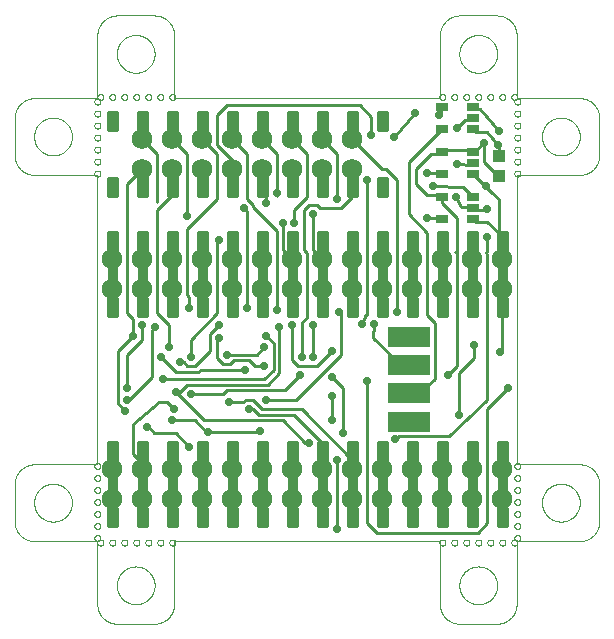
<source format=gbl>
G75*
%MOIN*%
%OFA0B0*%
%FSLAX25Y25*%
%IPPOS*%
%LPD*%
%AMOC8*
5,1,8,0,0,1.08239X$1,22.5*
%
%ADD10C,0.00000*%
%ADD11R,0.14173X0.07087*%
%ADD12R,0.03700X0.03700*%
%ADD13R,0.03937X0.04331*%
%ADD14R,0.03898X0.02717*%
%ADD15C,0.06900*%
%ADD16C,0.01600*%
%ADD17C,0.01000*%
%ADD18C,0.02900*%
D10*
X0000000Y-0019685D02*
X0000000Y0000984D01*
X-0020669Y0000984D01*
X-0020830Y0000978D01*
X-0020992Y0000977D01*
X-0021153Y0000980D01*
X-0021314Y0000986D01*
X-0021475Y0000997D01*
X-0021635Y0001011D01*
X-0021795Y0001029D01*
X-0021955Y0001052D01*
X-0022114Y0001078D01*
X-0022272Y0001108D01*
X-0022430Y0001141D01*
X-0022587Y0001179D01*
X-0022742Y0001221D01*
X-0022897Y0001266D01*
X-0023051Y0001315D01*
X-0023203Y0001368D01*
X-0023354Y0001424D01*
X-0023504Y0001484D01*
X-0023652Y0001548D01*
X-0023798Y0001615D01*
X-0023943Y0001686D01*
X-0024086Y0001761D01*
X-0024227Y0001839D01*
X-0024366Y0001920D01*
X-0024503Y0002005D01*
X-0024638Y0002093D01*
X-0024771Y0002184D01*
X-0024901Y0002279D01*
X-0025030Y0002376D01*
X-0025155Y0002477D01*
X-0025279Y0002581D01*
X-0025399Y0002688D01*
X-0025518Y0002798D01*
X-0025633Y0002910D01*
X-0025745Y0003025D01*
X-0025855Y0003144D01*
X-0025962Y0003264D01*
X-0026066Y0003388D01*
X-0026167Y0003513D01*
X-0026264Y0003642D01*
X-0026359Y0003772D01*
X-0026450Y0003905D01*
X-0026538Y0004040D01*
X-0026623Y0004177D01*
X-0026704Y0004316D01*
X-0026782Y0004457D01*
X-0026857Y0004600D01*
X-0026928Y0004745D01*
X-0026995Y0004891D01*
X-0027059Y0005039D01*
X-0027119Y0005189D01*
X-0027175Y0005340D01*
X-0027228Y0005492D01*
X-0027277Y0005646D01*
X-0027322Y0005801D01*
X-0027364Y0005956D01*
X-0027402Y0006113D01*
X-0027435Y0006271D01*
X-0027465Y0006429D01*
X-0027491Y0006588D01*
X-0027514Y0006748D01*
X-0027532Y0006908D01*
X-0027546Y0007068D01*
X-0027557Y0007229D01*
X-0027563Y0007390D01*
X-0027566Y0007551D01*
X-0027565Y0007713D01*
X-0027559Y0007874D01*
X-0027559Y0019685D01*
X-0027560Y0019685D02*
X-0027563Y0019849D01*
X-0027562Y0020012D01*
X-0027557Y0020176D01*
X-0027548Y0020339D01*
X-0027535Y0020502D01*
X-0027518Y0020665D01*
X-0027497Y0020827D01*
X-0027473Y0020988D01*
X-0027444Y0021149D01*
X-0027411Y0021310D01*
X-0027375Y0021469D01*
X-0027334Y0021627D01*
X-0027290Y0021785D01*
X-0027242Y0021941D01*
X-0027190Y0022096D01*
X-0027134Y0022250D01*
X-0027075Y0022402D01*
X-0027012Y0022553D01*
X-0026945Y0022702D01*
X-0026874Y0022850D01*
X-0026800Y0022995D01*
X-0026723Y0023139D01*
X-0026642Y0023281D01*
X-0026557Y0023421D01*
X-0026469Y0023559D01*
X-0026378Y0023695D01*
X-0026284Y0023828D01*
X-0026186Y0023959D01*
X-0026085Y0024088D01*
X-0025981Y0024214D01*
X-0025874Y0024338D01*
X-0025764Y0024459D01*
X-0025651Y0024577D01*
X-0025535Y0024692D01*
X-0025416Y0024805D01*
X-0025295Y0024914D01*
X-0025171Y0025021D01*
X-0025044Y0025125D01*
X-0024915Y0025225D01*
X-0024784Y0025322D01*
X-0024650Y0025416D01*
X-0024514Y0025507D01*
X-0024376Y0025594D01*
X-0024236Y0025678D01*
X-0024093Y0025759D01*
X-0023949Y0025836D01*
X-0023803Y0025909D01*
X-0023655Y0025979D01*
X-0023506Y0026045D01*
X-0023355Y0026108D01*
X-0023202Y0026167D01*
X-0023048Y0026222D01*
X-0022893Y0026273D01*
X-0022737Y0026321D01*
X-0022579Y0026365D01*
X-0022420Y0026405D01*
X-0022261Y0026440D01*
X-0022101Y0026473D01*
X-0021940Y0026501D01*
X-0021778Y0026525D01*
X-0021616Y0026545D01*
X-0021453Y0026561D01*
X-0021290Y0026574D01*
X-0021127Y0026582D01*
X-0020963Y0026586D01*
X-0020800Y0026587D01*
X-0020636Y0026583D01*
X-0020473Y0026575D01*
X-0020472Y0026575D02*
X0000000Y0026575D01*
X0000000Y0123031D01*
X-0020669Y0123031D01*
X-0020669Y0123032D02*
X-0020830Y0123026D01*
X-0020992Y0123025D01*
X-0021153Y0123028D01*
X-0021314Y0123034D01*
X-0021475Y0123045D01*
X-0021635Y0123059D01*
X-0021795Y0123077D01*
X-0021955Y0123100D01*
X-0022114Y0123126D01*
X-0022272Y0123156D01*
X-0022430Y0123189D01*
X-0022587Y0123227D01*
X-0022742Y0123269D01*
X-0022897Y0123314D01*
X-0023051Y0123363D01*
X-0023203Y0123416D01*
X-0023354Y0123472D01*
X-0023504Y0123532D01*
X-0023652Y0123596D01*
X-0023798Y0123663D01*
X-0023943Y0123734D01*
X-0024086Y0123809D01*
X-0024227Y0123887D01*
X-0024366Y0123968D01*
X-0024503Y0124053D01*
X-0024638Y0124141D01*
X-0024771Y0124232D01*
X-0024901Y0124327D01*
X-0025030Y0124424D01*
X-0025155Y0124525D01*
X-0025279Y0124629D01*
X-0025399Y0124736D01*
X-0025518Y0124846D01*
X-0025633Y0124958D01*
X-0025745Y0125073D01*
X-0025855Y0125192D01*
X-0025962Y0125312D01*
X-0026066Y0125436D01*
X-0026167Y0125561D01*
X-0026264Y0125690D01*
X-0026359Y0125820D01*
X-0026450Y0125953D01*
X-0026538Y0126088D01*
X-0026623Y0126225D01*
X-0026704Y0126364D01*
X-0026782Y0126505D01*
X-0026857Y0126648D01*
X-0026928Y0126793D01*
X-0026995Y0126939D01*
X-0027059Y0127087D01*
X-0027119Y0127237D01*
X-0027175Y0127388D01*
X-0027228Y0127540D01*
X-0027277Y0127694D01*
X-0027322Y0127849D01*
X-0027364Y0128004D01*
X-0027402Y0128161D01*
X-0027435Y0128319D01*
X-0027465Y0128477D01*
X-0027491Y0128636D01*
X-0027514Y0128796D01*
X-0027532Y0128956D01*
X-0027546Y0129116D01*
X-0027557Y0129277D01*
X-0027563Y0129438D01*
X-0027566Y0129599D01*
X-0027565Y0129761D01*
X-0027559Y0129922D01*
X-0027559Y0129921D02*
X-0027559Y0141732D01*
X-0027560Y0141732D02*
X-0027563Y0141896D01*
X-0027562Y0142059D01*
X-0027557Y0142223D01*
X-0027548Y0142386D01*
X-0027535Y0142549D01*
X-0027518Y0142712D01*
X-0027497Y0142874D01*
X-0027473Y0143035D01*
X-0027444Y0143196D01*
X-0027411Y0143357D01*
X-0027375Y0143516D01*
X-0027334Y0143674D01*
X-0027290Y0143832D01*
X-0027242Y0143988D01*
X-0027190Y0144143D01*
X-0027134Y0144297D01*
X-0027075Y0144449D01*
X-0027012Y0144600D01*
X-0026945Y0144749D01*
X-0026874Y0144897D01*
X-0026800Y0145042D01*
X-0026723Y0145186D01*
X-0026642Y0145328D01*
X-0026557Y0145468D01*
X-0026469Y0145606D01*
X-0026378Y0145742D01*
X-0026284Y0145875D01*
X-0026186Y0146006D01*
X-0026085Y0146135D01*
X-0025981Y0146261D01*
X-0025874Y0146385D01*
X-0025764Y0146506D01*
X-0025651Y0146624D01*
X-0025535Y0146739D01*
X-0025416Y0146852D01*
X-0025295Y0146961D01*
X-0025171Y0147068D01*
X-0025044Y0147172D01*
X-0024915Y0147272D01*
X-0024784Y0147369D01*
X-0024650Y0147463D01*
X-0024514Y0147554D01*
X-0024376Y0147641D01*
X-0024236Y0147725D01*
X-0024093Y0147806D01*
X-0023949Y0147883D01*
X-0023803Y0147956D01*
X-0023655Y0148026D01*
X-0023506Y0148092D01*
X-0023355Y0148155D01*
X-0023202Y0148214D01*
X-0023048Y0148269D01*
X-0022893Y0148320D01*
X-0022737Y0148368D01*
X-0022579Y0148412D01*
X-0022420Y0148452D01*
X-0022261Y0148487D01*
X-0022101Y0148520D01*
X-0021940Y0148548D01*
X-0021778Y0148572D01*
X-0021616Y0148592D01*
X-0021453Y0148608D01*
X-0021290Y0148621D01*
X-0021127Y0148629D01*
X-0020963Y0148633D01*
X-0020800Y0148634D01*
X-0020636Y0148630D01*
X-0020473Y0148622D01*
X-0020472Y0148622D02*
X0000000Y0148622D01*
X0000000Y0169291D01*
X-0000003Y0169455D01*
X-0000002Y0169618D01*
X0000003Y0169782D01*
X0000012Y0169945D01*
X0000025Y0170108D01*
X0000042Y0170271D01*
X0000063Y0170433D01*
X0000087Y0170594D01*
X0000116Y0170755D01*
X0000149Y0170916D01*
X0000185Y0171075D01*
X0000226Y0171233D01*
X0000270Y0171391D01*
X0000318Y0171547D01*
X0000370Y0171702D01*
X0000426Y0171856D01*
X0000485Y0172008D01*
X0000548Y0172159D01*
X0000615Y0172308D01*
X0000686Y0172456D01*
X0000760Y0172601D01*
X0000837Y0172745D01*
X0000918Y0172887D01*
X0001003Y0173027D01*
X0001091Y0173165D01*
X0001182Y0173301D01*
X0001276Y0173434D01*
X0001374Y0173565D01*
X0001475Y0173694D01*
X0001579Y0173820D01*
X0001686Y0173944D01*
X0001796Y0174065D01*
X0001909Y0174183D01*
X0002025Y0174298D01*
X0002144Y0174411D01*
X0002265Y0174520D01*
X0002389Y0174627D01*
X0002516Y0174731D01*
X0002645Y0174831D01*
X0002776Y0174928D01*
X0002910Y0175022D01*
X0003046Y0175113D01*
X0003184Y0175200D01*
X0003324Y0175284D01*
X0003467Y0175365D01*
X0003611Y0175442D01*
X0003757Y0175515D01*
X0003905Y0175585D01*
X0004054Y0175651D01*
X0004205Y0175714D01*
X0004358Y0175773D01*
X0004512Y0175828D01*
X0004667Y0175879D01*
X0004823Y0175927D01*
X0004981Y0175971D01*
X0005140Y0176011D01*
X0005299Y0176046D01*
X0005459Y0176079D01*
X0005620Y0176107D01*
X0005782Y0176131D01*
X0005944Y0176151D01*
X0006107Y0176167D01*
X0006270Y0176180D01*
X0006433Y0176188D01*
X0006597Y0176192D01*
X0006760Y0176193D01*
X0006924Y0176189D01*
X0007087Y0176181D01*
X0018701Y0176181D01*
X0018700Y0176181D02*
X0018861Y0176187D01*
X0019023Y0176188D01*
X0019184Y0176185D01*
X0019345Y0176179D01*
X0019506Y0176168D01*
X0019666Y0176154D01*
X0019826Y0176136D01*
X0019986Y0176113D01*
X0020145Y0176087D01*
X0020303Y0176057D01*
X0020461Y0176024D01*
X0020618Y0175986D01*
X0020773Y0175944D01*
X0020928Y0175899D01*
X0021082Y0175850D01*
X0021234Y0175797D01*
X0021385Y0175741D01*
X0021535Y0175681D01*
X0021683Y0175617D01*
X0021829Y0175550D01*
X0021974Y0175479D01*
X0022117Y0175404D01*
X0022258Y0175326D01*
X0022397Y0175245D01*
X0022534Y0175160D01*
X0022669Y0175072D01*
X0022802Y0174981D01*
X0022932Y0174886D01*
X0023061Y0174789D01*
X0023186Y0174688D01*
X0023310Y0174584D01*
X0023430Y0174477D01*
X0023549Y0174367D01*
X0023664Y0174255D01*
X0023776Y0174140D01*
X0023886Y0174021D01*
X0023993Y0173901D01*
X0024097Y0173777D01*
X0024198Y0173652D01*
X0024295Y0173523D01*
X0024390Y0173393D01*
X0024481Y0173260D01*
X0024569Y0173125D01*
X0024654Y0172988D01*
X0024735Y0172849D01*
X0024813Y0172708D01*
X0024888Y0172565D01*
X0024959Y0172420D01*
X0025026Y0172274D01*
X0025090Y0172126D01*
X0025150Y0171976D01*
X0025206Y0171825D01*
X0025259Y0171673D01*
X0025308Y0171519D01*
X0025353Y0171364D01*
X0025395Y0171209D01*
X0025433Y0171052D01*
X0025466Y0170894D01*
X0025496Y0170736D01*
X0025522Y0170577D01*
X0025545Y0170417D01*
X0025563Y0170257D01*
X0025577Y0170097D01*
X0025588Y0169936D01*
X0025594Y0169775D01*
X0025597Y0169614D01*
X0025596Y0169452D01*
X0025590Y0169291D01*
X0025591Y0169291D02*
X0025591Y0148622D01*
X0114173Y0148622D01*
X0114173Y0169291D01*
X0114170Y0169455D01*
X0114171Y0169618D01*
X0114176Y0169782D01*
X0114185Y0169945D01*
X0114198Y0170108D01*
X0114215Y0170271D01*
X0114236Y0170433D01*
X0114260Y0170594D01*
X0114289Y0170755D01*
X0114322Y0170916D01*
X0114358Y0171075D01*
X0114399Y0171233D01*
X0114443Y0171391D01*
X0114491Y0171547D01*
X0114543Y0171702D01*
X0114599Y0171856D01*
X0114658Y0172008D01*
X0114721Y0172159D01*
X0114788Y0172308D01*
X0114859Y0172456D01*
X0114933Y0172601D01*
X0115010Y0172745D01*
X0115091Y0172887D01*
X0115176Y0173027D01*
X0115264Y0173165D01*
X0115355Y0173301D01*
X0115449Y0173434D01*
X0115547Y0173565D01*
X0115648Y0173694D01*
X0115752Y0173820D01*
X0115859Y0173944D01*
X0115969Y0174065D01*
X0116082Y0174183D01*
X0116198Y0174298D01*
X0116317Y0174411D01*
X0116438Y0174520D01*
X0116562Y0174627D01*
X0116689Y0174731D01*
X0116818Y0174831D01*
X0116949Y0174928D01*
X0117083Y0175022D01*
X0117219Y0175113D01*
X0117357Y0175200D01*
X0117497Y0175284D01*
X0117640Y0175365D01*
X0117784Y0175442D01*
X0117930Y0175515D01*
X0118078Y0175585D01*
X0118227Y0175651D01*
X0118378Y0175714D01*
X0118531Y0175773D01*
X0118685Y0175828D01*
X0118840Y0175879D01*
X0118996Y0175927D01*
X0119154Y0175971D01*
X0119313Y0176011D01*
X0119472Y0176046D01*
X0119632Y0176079D01*
X0119793Y0176107D01*
X0119955Y0176131D01*
X0120117Y0176151D01*
X0120280Y0176167D01*
X0120443Y0176180D01*
X0120606Y0176188D01*
X0120770Y0176192D01*
X0120933Y0176193D01*
X0121097Y0176189D01*
X0121260Y0176181D01*
X0132874Y0176181D01*
X0133035Y0176187D01*
X0133197Y0176188D01*
X0133358Y0176185D01*
X0133519Y0176179D01*
X0133680Y0176168D01*
X0133840Y0176154D01*
X0134000Y0176136D01*
X0134160Y0176113D01*
X0134319Y0176087D01*
X0134477Y0176057D01*
X0134635Y0176024D01*
X0134792Y0175986D01*
X0134947Y0175944D01*
X0135102Y0175899D01*
X0135256Y0175850D01*
X0135408Y0175797D01*
X0135559Y0175741D01*
X0135709Y0175681D01*
X0135857Y0175617D01*
X0136003Y0175550D01*
X0136148Y0175479D01*
X0136291Y0175404D01*
X0136432Y0175326D01*
X0136571Y0175245D01*
X0136708Y0175160D01*
X0136843Y0175072D01*
X0136976Y0174981D01*
X0137106Y0174886D01*
X0137235Y0174789D01*
X0137360Y0174688D01*
X0137484Y0174584D01*
X0137604Y0174477D01*
X0137723Y0174367D01*
X0137838Y0174255D01*
X0137950Y0174140D01*
X0138060Y0174021D01*
X0138167Y0173901D01*
X0138271Y0173777D01*
X0138372Y0173652D01*
X0138469Y0173523D01*
X0138564Y0173393D01*
X0138655Y0173260D01*
X0138743Y0173125D01*
X0138828Y0172988D01*
X0138909Y0172849D01*
X0138987Y0172708D01*
X0139062Y0172565D01*
X0139133Y0172420D01*
X0139200Y0172274D01*
X0139264Y0172126D01*
X0139324Y0171976D01*
X0139380Y0171825D01*
X0139433Y0171673D01*
X0139482Y0171519D01*
X0139527Y0171364D01*
X0139569Y0171209D01*
X0139607Y0171052D01*
X0139640Y0170894D01*
X0139670Y0170736D01*
X0139696Y0170577D01*
X0139719Y0170417D01*
X0139737Y0170257D01*
X0139751Y0170097D01*
X0139762Y0169936D01*
X0139768Y0169775D01*
X0139771Y0169614D01*
X0139770Y0169452D01*
X0139764Y0169291D01*
X0139764Y0148622D01*
X0160433Y0148622D01*
X0160594Y0148628D01*
X0160756Y0148629D01*
X0160917Y0148626D01*
X0161078Y0148620D01*
X0161239Y0148609D01*
X0161399Y0148595D01*
X0161559Y0148577D01*
X0161719Y0148554D01*
X0161878Y0148528D01*
X0162036Y0148498D01*
X0162194Y0148465D01*
X0162351Y0148427D01*
X0162506Y0148385D01*
X0162661Y0148340D01*
X0162815Y0148291D01*
X0162967Y0148238D01*
X0163118Y0148182D01*
X0163268Y0148122D01*
X0163416Y0148058D01*
X0163562Y0147991D01*
X0163707Y0147920D01*
X0163850Y0147845D01*
X0163991Y0147767D01*
X0164130Y0147686D01*
X0164267Y0147601D01*
X0164402Y0147513D01*
X0164535Y0147422D01*
X0164665Y0147327D01*
X0164794Y0147230D01*
X0164919Y0147129D01*
X0165043Y0147025D01*
X0165163Y0146918D01*
X0165282Y0146808D01*
X0165397Y0146696D01*
X0165509Y0146581D01*
X0165619Y0146462D01*
X0165726Y0146342D01*
X0165830Y0146218D01*
X0165931Y0146093D01*
X0166028Y0145964D01*
X0166123Y0145834D01*
X0166214Y0145701D01*
X0166302Y0145566D01*
X0166387Y0145429D01*
X0166468Y0145290D01*
X0166546Y0145149D01*
X0166621Y0145006D01*
X0166692Y0144861D01*
X0166759Y0144715D01*
X0166823Y0144567D01*
X0166883Y0144417D01*
X0166939Y0144266D01*
X0166992Y0144114D01*
X0167041Y0143960D01*
X0167086Y0143805D01*
X0167128Y0143650D01*
X0167166Y0143493D01*
X0167199Y0143335D01*
X0167229Y0143177D01*
X0167255Y0143018D01*
X0167278Y0142858D01*
X0167296Y0142698D01*
X0167310Y0142538D01*
X0167321Y0142377D01*
X0167327Y0142216D01*
X0167330Y0142055D01*
X0167329Y0141893D01*
X0167323Y0141732D01*
X0167323Y0129921D01*
X0167323Y0129922D02*
X0167329Y0129761D01*
X0167330Y0129599D01*
X0167327Y0129438D01*
X0167321Y0129277D01*
X0167310Y0129116D01*
X0167296Y0128956D01*
X0167278Y0128796D01*
X0167255Y0128636D01*
X0167229Y0128477D01*
X0167199Y0128319D01*
X0167166Y0128161D01*
X0167128Y0128004D01*
X0167086Y0127849D01*
X0167041Y0127694D01*
X0166992Y0127540D01*
X0166939Y0127388D01*
X0166883Y0127237D01*
X0166823Y0127087D01*
X0166759Y0126939D01*
X0166692Y0126793D01*
X0166621Y0126648D01*
X0166546Y0126505D01*
X0166468Y0126364D01*
X0166387Y0126225D01*
X0166302Y0126088D01*
X0166214Y0125953D01*
X0166123Y0125820D01*
X0166028Y0125690D01*
X0165931Y0125561D01*
X0165830Y0125436D01*
X0165726Y0125312D01*
X0165619Y0125192D01*
X0165509Y0125073D01*
X0165397Y0124958D01*
X0165282Y0124846D01*
X0165163Y0124736D01*
X0165043Y0124629D01*
X0164919Y0124525D01*
X0164794Y0124424D01*
X0164665Y0124327D01*
X0164535Y0124232D01*
X0164402Y0124141D01*
X0164267Y0124053D01*
X0164130Y0123968D01*
X0163991Y0123887D01*
X0163850Y0123809D01*
X0163707Y0123734D01*
X0163562Y0123663D01*
X0163416Y0123596D01*
X0163268Y0123532D01*
X0163118Y0123472D01*
X0162967Y0123416D01*
X0162815Y0123363D01*
X0162661Y0123314D01*
X0162506Y0123269D01*
X0162351Y0123227D01*
X0162194Y0123189D01*
X0162036Y0123156D01*
X0161878Y0123126D01*
X0161719Y0123100D01*
X0161559Y0123077D01*
X0161399Y0123059D01*
X0161239Y0123045D01*
X0161078Y0123034D01*
X0160917Y0123028D01*
X0160756Y0123025D01*
X0160594Y0123026D01*
X0160433Y0123032D01*
X0160433Y0123031D02*
X0140000Y0123031D01*
X0140000Y0026575D01*
X0160433Y0026575D01*
X0160594Y0026581D01*
X0160756Y0026582D01*
X0160917Y0026579D01*
X0161078Y0026573D01*
X0161239Y0026562D01*
X0161399Y0026548D01*
X0161559Y0026530D01*
X0161719Y0026507D01*
X0161878Y0026481D01*
X0162036Y0026451D01*
X0162194Y0026418D01*
X0162351Y0026380D01*
X0162506Y0026338D01*
X0162661Y0026293D01*
X0162815Y0026244D01*
X0162967Y0026191D01*
X0163118Y0026135D01*
X0163268Y0026075D01*
X0163416Y0026011D01*
X0163562Y0025944D01*
X0163707Y0025873D01*
X0163850Y0025798D01*
X0163991Y0025720D01*
X0164130Y0025639D01*
X0164267Y0025554D01*
X0164402Y0025466D01*
X0164535Y0025375D01*
X0164665Y0025280D01*
X0164794Y0025183D01*
X0164919Y0025082D01*
X0165043Y0024978D01*
X0165163Y0024871D01*
X0165282Y0024761D01*
X0165397Y0024649D01*
X0165509Y0024534D01*
X0165619Y0024415D01*
X0165726Y0024295D01*
X0165830Y0024171D01*
X0165931Y0024046D01*
X0166028Y0023917D01*
X0166123Y0023787D01*
X0166214Y0023654D01*
X0166302Y0023519D01*
X0166387Y0023382D01*
X0166468Y0023243D01*
X0166546Y0023102D01*
X0166621Y0022959D01*
X0166692Y0022814D01*
X0166759Y0022668D01*
X0166823Y0022520D01*
X0166883Y0022370D01*
X0166939Y0022219D01*
X0166992Y0022067D01*
X0167041Y0021913D01*
X0167086Y0021758D01*
X0167128Y0021603D01*
X0167166Y0021446D01*
X0167199Y0021288D01*
X0167229Y0021130D01*
X0167255Y0020971D01*
X0167278Y0020811D01*
X0167296Y0020651D01*
X0167310Y0020491D01*
X0167321Y0020330D01*
X0167327Y0020169D01*
X0167330Y0020008D01*
X0167329Y0019846D01*
X0167323Y0019685D01*
X0167323Y0007874D01*
X0167329Y0007713D01*
X0167330Y0007551D01*
X0167327Y0007390D01*
X0167321Y0007229D01*
X0167310Y0007068D01*
X0167296Y0006908D01*
X0167278Y0006748D01*
X0167255Y0006588D01*
X0167229Y0006429D01*
X0167199Y0006271D01*
X0167166Y0006113D01*
X0167128Y0005956D01*
X0167086Y0005801D01*
X0167041Y0005646D01*
X0166992Y0005492D01*
X0166939Y0005340D01*
X0166883Y0005189D01*
X0166823Y0005039D01*
X0166759Y0004891D01*
X0166692Y0004745D01*
X0166621Y0004600D01*
X0166546Y0004457D01*
X0166468Y0004316D01*
X0166387Y0004177D01*
X0166302Y0004040D01*
X0166214Y0003905D01*
X0166123Y0003772D01*
X0166028Y0003642D01*
X0165931Y0003513D01*
X0165830Y0003388D01*
X0165726Y0003264D01*
X0165619Y0003144D01*
X0165509Y0003025D01*
X0165397Y0002910D01*
X0165282Y0002798D01*
X0165163Y0002688D01*
X0165043Y0002581D01*
X0164919Y0002477D01*
X0164794Y0002376D01*
X0164665Y0002279D01*
X0164535Y0002184D01*
X0164402Y0002093D01*
X0164267Y0002005D01*
X0164130Y0001920D01*
X0163991Y0001839D01*
X0163850Y0001761D01*
X0163707Y0001686D01*
X0163562Y0001615D01*
X0163416Y0001548D01*
X0163268Y0001484D01*
X0163118Y0001424D01*
X0162967Y0001368D01*
X0162815Y0001315D01*
X0162661Y0001266D01*
X0162506Y0001221D01*
X0162351Y0001179D01*
X0162194Y0001141D01*
X0162036Y0001108D01*
X0161878Y0001078D01*
X0161719Y0001052D01*
X0161559Y0001029D01*
X0161399Y0001011D01*
X0161239Y0000997D01*
X0161078Y0000986D01*
X0160917Y0000980D01*
X0160756Y0000977D01*
X0160594Y0000978D01*
X0160433Y0000984D01*
X0139764Y0000984D01*
X0139764Y-0019685D01*
X0139770Y-0019846D01*
X0139771Y-0020008D01*
X0139768Y-0020169D01*
X0139762Y-0020330D01*
X0139751Y-0020491D01*
X0139737Y-0020651D01*
X0139719Y-0020811D01*
X0139696Y-0020971D01*
X0139670Y-0021130D01*
X0139640Y-0021288D01*
X0139607Y-0021446D01*
X0139569Y-0021603D01*
X0139527Y-0021758D01*
X0139482Y-0021913D01*
X0139433Y-0022067D01*
X0139380Y-0022219D01*
X0139324Y-0022370D01*
X0139264Y-0022520D01*
X0139200Y-0022668D01*
X0139133Y-0022814D01*
X0139062Y-0022959D01*
X0138987Y-0023102D01*
X0138909Y-0023243D01*
X0138828Y-0023382D01*
X0138743Y-0023519D01*
X0138655Y-0023654D01*
X0138564Y-0023787D01*
X0138469Y-0023917D01*
X0138372Y-0024046D01*
X0138271Y-0024171D01*
X0138167Y-0024295D01*
X0138060Y-0024415D01*
X0137950Y-0024534D01*
X0137838Y-0024649D01*
X0137723Y-0024761D01*
X0137604Y-0024871D01*
X0137484Y-0024978D01*
X0137360Y-0025082D01*
X0137235Y-0025183D01*
X0137106Y-0025280D01*
X0136976Y-0025375D01*
X0136843Y-0025466D01*
X0136708Y-0025554D01*
X0136571Y-0025639D01*
X0136432Y-0025720D01*
X0136291Y-0025798D01*
X0136148Y-0025873D01*
X0136003Y-0025944D01*
X0135857Y-0026011D01*
X0135709Y-0026075D01*
X0135559Y-0026135D01*
X0135408Y-0026191D01*
X0135256Y-0026244D01*
X0135102Y-0026293D01*
X0134947Y-0026338D01*
X0134792Y-0026380D01*
X0134635Y-0026418D01*
X0134477Y-0026451D01*
X0134319Y-0026481D01*
X0134160Y-0026507D01*
X0134000Y-0026530D01*
X0133840Y-0026548D01*
X0133680Y-0026562D01*
X0133519Y-0026573D01*
X0133358Y-0026579D01*
X0133197Y-0026582D01*
X0133035Y-0026581D01*
X0132874Y-0026575D01*
X0121063Y-0026575D01*
X0120902Y-0026581D01*
X0120740Y-0026582D01*
X0120579Y-0026579D01*
X0120418Y-0026573D01*
X0120257Y-0026562D01*
X0120097Y-0026548D01*
X0119937Y-0026530D01*
X0119777Y-0026507D01*
X0119618Y-0026481D01*
X0119460Y-0026451D01*
X0119302Y-0026418D01*
X0119145Y-0026380D01*
X0118990Y-0026338D01*
X0118835Y-0026293D01*
X0118681Y-0026244D01*
X0118529Y-0026191D01*
X0118378Y-0026135D01*
X0118228Y-0026075D01*
X0118080Y-0026011D01*
X0117934Y-0025944D01*
X0117789Y-0025873D01*
X0117646Y-0025798D01*
X0117505Y-0025720D01*
X0117366Y-0025639D01*
X0117229Y-0025554D01*
X0117094Y-0025466D01*
X0116961Y-0025375D01*
X0116831Y-0025280D01*
X0116702Y-0025183D01*
X0116577Y-0025082D01*
X0116453Y-0024978D01*
X0116333Y-0024871D01*
X0116214Y-0024761D01*
X0116099Y-0024649D01*
X0115987Y-0024534D01*
X0115877Y-0024415D01*
X0115770Y-0024295D01*
X0115666Y-0024171D01*
X0115565Y-0024046D01*
X0115468Y-0023917D01*
X0115373Y-0023787D01*
X0115282Y-0023654D01*
X0115194Y-0023519D01*
X0115109Y-0023382D01*
X0115028Y-0023243D01*
X0114950Y-0023102D01*
X0114875Y-0022959D01*
X0114804Y-0022814D01*
X0114737Y-0022668D01*
X0114673Y-0022520D01*
X0114613Y-0022370D01*
X0114557Y-0022219D01*
X0114504Y-0022067D01*
X0114455Y-0021913D01*
X0114410Y-0021758D01*
X0114368Y-0021603D01*
X0114330Y-0021446D01*
X0114297Y-0021288D01*
X0114267Y-0021130D01*
X0114241Y-0020971D01*
X0114218Y-0020811D01*
X0114200Y-0020651D01*
X0114186Y-0020491D01*
X0114175Y-0020330D01*
X0114169Y-0020169D01*
X0114166Y-0020008D01*
X0114167Y-0019846D01*
X0114173Y-0019685D01*
X0114173Y0000984D01*
X0025591Y0000984D01*
X0025591Y-0019685D01*
X0025590Y-0019685D02*
X0025596Y-0019846D01*
X0025597Y-0020008D01*
X0025594Y-0020169D01*
X0025588Y-0020330D01*
X0025577Y-0020491D01*
X0025563Y-0020651D01*
X0025545Y-0020811D01*
X0025522Y-0020971D01*
X0025496Y-0021130D01*
X0025466Y-0021288D01*
X0025433Y-0021446D01*
X0025395Y-0021603D01*
X0025353Y-0021758D01*
X0025308Y-0021913D01*
X0025259Y-0022067D01*
X0025206Y-0022219D01*
X0025150Y-0022370D01*
X0025090Y-0022520D01*
X0025026Y-0022668D01*
X0024959Y-0022814D01*
X0024888Y-0022959D01*
X0024813Y-0023102D01*
X0024735Y-0023243D01*
X0024654Y-0023382D01*
X0024569Y-0023519D01*
X0024481Y-0023654D01*
X0024390Y-0023787D01*
X0024295Y-0023917D01*
X0024198Y-0024046D01*
X0024097Y-0024171D01*
X0023993Y-0024295D01*
X0023886Y-0024415D01*
X0023776Y-0024534D01*
X0023664Y-0024649D01*
X0023549Y-0024761D01*
X0023430Y-0024871D01*
X0023310Y-0024978D01*
X0023186Y-0025082D01*
X0023061Y-0025183D01*
X0022932Y-0025280D01*
X0022802Y-0025375D01*
X0022669Y-0025466D01*
X0022534Y-0025554D01*
X0022397Y-0025639D01*
X0022258Y-0025720D01*
X0022117Y-0025798D01*
X0021974Y-0025873D01*
X0021829Y-0025944D01*
X0021683Y-0026011D01*
X0021535Y-0026075D01*
X0021385Y-0026135D01*
X0021234Y-0026191D01*
X0021082Y-0026244D01*
X0020928Y-0026293D01*
X0020773Y-0026338D01*
X0020618Y-0026380D01*
X0020461Y-0026418D01*
X0020303Y-0026451D01*
X0020145Y-0026481D01*
X0019986Y-0026507D01*
X0019826Y-0026530D01*
X0019666Y-0026548D01*
X0019506Y-0026562D01*
X0019345Y-0026573D01*
X0019184Y-0026579D01*
X0019023Y-0026582D01*
X0018861Y-0026581D01*
X0018700Y-0026575D01*
X0018701Y-0026575D02*
X0006890Y-0026575D01*
X0006729Y-0026581D01*
X0006567Y-0026582D01*
X0006406Y-0026579D01*
X0006245Y-0026573D01*
X0006084Y-0026562D01*
X0005924Y-0026548D01*
X0005764Y-0026530D01*
X0005604Y-0026507D01*
X0005445Y-0026481D01*
X0005287Y-0026451D01*
X0005129Y-0026418D01*
X0004972Y-0026380D01*
X0004817Y-0026338D01*
X0004662Y-0026293D01*
X0004508Y-0026244D01*
X0004356Y-0026191D01*
X0004205Y-0026135D01*
X0004055Y-0026075D01*
X0003907Y-0026011D01*
X0003761Y-0025944D01*
X0003616Y-0025873D01*
X0003473Y-0025798D01*
X0003332Y-0025720D01*
X0003193Y-0025639D01*
X0003056Y-0025554D01*
X0002921Y-0025466D01*
X0002788Y-0025375D01*
X0002658Y-0025280D01*
X0002529Y-0025183D01*
X0002404Y-0025082D01*
X0002280Y-0024978D01*
X0002160Y-0024871D01*
X0002041Y-0024761D01*
X0001926Y-0024649D01*
X0001814Y-0024534D01*
X0001704Y-0024415D01*
X0001597Y-0024295D01*
X0001493Y-0024171D01*
X0001392Y-0024046D01*
X0001295Y-0023917D01*
X0001200Y-0023787D01*
X0001109Y-0023654D01*
X0001021Y-0023519D01*
X0000936Y-0023382D01*
X0000855Y-0023243D01*
X0000777Y-0023102D01*
X0000702Y-0022959D01*
X0000631Y-0022814D01*
X0000564Y-0022668D01*
X0000500Y-0022520D01*
X0000440Y-0022370D01*
X0000384Y-0022219D01*
X0000331Y-0022067D01*
X0000282Y-0021913D01*
X0000237Y-0021758D01*
X0000195Y-0021603D01*
X0000157Y-0021446D01*
X0000124Y-0021288D01*
X0000094Y-0021130D01*
X0000068Y-0020971D01*
X0000045Y-0020811D01*
X0000027Y-0020651D01*
X0000013Y-0020491D01*
X0000002Y-0020330D01*
X-0000004Y-0020169D01*
X-0000007Y-0020008D01*
X-0000006Y-0019846D01*
X0000000Y-0019685D01*
X0006496Y-0013780D02*
X0006498Y-0013622D01*
X0006504Y-0013464D01*
X0006514Y-0013306D01*
X0006528Y-0013148D01*
X0006546Y-0012991D01*
X0006567Y-0012834D01*
X0006593Y-0012678D01*
X0006623Y-0012522D01*
X0006656Y-0012367D01*
X0006694Y-0012214D01*
X0006735Y-0012061D01*
X0006780Y-0011909D01*
X0006829Y-0011758D01*
X0006882Y-0011609D01*
X0006938Y-0011461D01*
X0006998Y-0011315D01*
X0007062Y-0011170D01*
X0007130Y-0011027D01*
X0007201Y-0010885D01*
X0007275Y-0010745D01*
X0007353Y-0010608D01*
X0007435Y-0010472D01*
X0007519Y-0010338D01*
X0007608Y-0010207D01*
X0007699Y-0010078D01*
X0007794Y-0009951D01*
X0007891Y-0009826D01*
X0007992Y-0009704D01*
X0008096Y-0009585D01*
X0008203Y-0009468D01*
X0008313Y-0009354D01*
X0008426Y-0009243D01*
X0008541Y-0009134D01*
X0008659Y-0009029D01*
X0008780Y-0008927D01*
X0008903Y-0008827D01*
X0009029Y-0008731D01*
X0009157Y-0008638D01*
X0009287Y-0008548D01*
X0009420Y-0008462D01*
X0009555Y-0008378D01*
X0009691Y-0008299D01*
X0009830Y-0008222D01*
X0009971Y-0008150D01*
X0010113Y-0008080D01*
X0010257Y-0008015D01*
X0010403Y-0007953D01*
X0010550Y-0007895D01*
X0010699Y-0007840D01*
X0010849Y-0007789D01*
X0011000Y-0007742D01*
X0011152Y-0007699D01*
X0011305Y-0007660D01*
X0011460Y-0007624D01*
X0011615Y-0007593D01*
X0011771Y-0007565D01*
X0011927Y-0007541D01*
X0012084Y-0007521D01*
X0012242Y-0007505D01*
X0012399Y-0007493D01*
X0012558Y-0007485D01*
X0012716Y-0007481D01*
X0012874Y-0007481D01*
X0013032Y-0007485D01*
X0013191Y-0007493D01*
X0013348Y-0007505D01*
X0013506Y-0007521D01*
X0013663Y-0007541D01*
X0013819Y-0007565D01*
X0013975Y-0007593D01*
X0014130Y-0007624D01*
X0014285Y-0007660D01*
X0014438Y-0007699D01*
X0014590Y-0007742D01*
X0014741Y-0007789D01*
X0014891Y-0007840D01*
X0015040Y-0007895D01*
X0015187Y-0007953D01*
X0015333Y-0008015D01*
X0015477Y-0008080D01*
X0015619Y-0008150D01*
X0015760Y-0008222D01*
X0015899Y-0008299D01*
X0016035Y-0008378D01*
X0016170Y-0008462D01*
X0016303Y-0008548D01*
X0016433Y-0008638D01*
X0016561Y-0008731D01*
X0016687Y-0008827D01*
X0016810Y-0008927D01*
X0016931Y-0009029D01*
X0017049Y-0009134D01*
X0017164Y-0009243D01*
X0017277Y-0009354D01*
X0017387Y-0009468D01*
X0017494Y-0009585D01*
X0017598Y-0009704D01*
X0017699Y-0009826D01*
X0017796Y-0009951D01*
X0017891Y-0010078D01*
X0017982Y-0010207D01*
X0018071Y-0010338D01*
X0018155Y-0010472D01*
X0018237Y-0010608D01*
X0018315Y-0010745D01*
X0018389Y-0010885D01*
X0018460Y-0011027D01*
X0018528Y-0011170D01*
X0018592Y-0011315D01*
X0018652Y-0011461D01*
X0018708Y-0011609D01*
X0018761Y-0011758D01*
X0018810Y-0011909D01*
X0018855Y-0012061D01*
X0018896Y-0012214D01*
X0018934Y-0012367D01*
X0018967Y-0012522D01*
X0018997Y-0012678D01*
X0019023Y-0012834D01*
X0019044Y-0012991D01*
X0019062Y-0013148D01*
X0019076Y-0013306D01*
X0019086Y-0013464D01*
X0019092Y-0013622D01*
X0019094Y-0013780D01*
X0019092Y-0013938D01*
X0019086Y-0014096D01*
X0019076Y-0014254D01*
X0019062Y-0014412D01*
X0019044Y-0014569D01*
X0019023Y-0014726D01*
X0018997Y-0014882D01*
X0018967Y-0015038D01*
X0018934Y-0015193D01*
X0018896Y-0015346D01*
X0018855Y-0015499D01*
X0018810Y-0015651D01*
X0018761Y-0015802D01*
X0018708Y-0015951D01*
X0018652Y-0016099D01*
X0018592Y-0016245D01*
X0018528Y-0016390D01*
X0018460Y-0016533D01*
X0018389Y-0016675D01*
X0018315Y-0016815D01*
X0018237Y-0016952D01*
X0018155Y-0017088D01*
X0018071Y-0017222D01*
X0017982Y-0017353D01*
X0017891Y-0017482D01*
X0017796Y-0017609D01*
X0017699Y-0017734D01*
X0017598Y-0017856D01*
X0017494Y-0017975D01*
X0017387Y-0018092D01*
X0017277Y-0018206D01*
X0017164Y-0018317D01*
X0017049Y-0018426D01*
X0016931Y-0018531D01*
X0016810Y-0018633D01*
X0016687Y-0018733D01*
X0016561Y-0018829D01*
X0016433Y-0018922D01*
X0016303Y-0019012D01*
X0016170Y-0019098D01*
X0016035Y-0019182D01*
X0015899Y-0019261D01*
X0015760Y-0019338D01*
X0015619Y-0019410D01*
X0015477Y-0019480D01*
X0015333Y-0019545D01*
X0015187Y-0019607D01*
X0015040Y-0019665D01*
X0014891Y-0019720D01*
X0014741Y-0019771D01*
X0014590Y-0019818D01*
X0014438Y-0019861D01*
X0014285Y-0019900D01*
X0014130Y-0019936D01*
X0013975Y-0019967D01*
X0013819Y-0019995D01*
X0013663Y-0020019D01*
X0013506Y-0020039D01*
X0013348Y-0020055D01*
X0013191Y-0020067D01*
X0013032Y-0020075D01*
X0012874Y-0020079D01*
X0012716Y-0020079D01*
X0012558Y-0020075D01*
X0012399Y-0020067D01*
X0012242Y-0020055D01*
X0012084Y-0020039D01*
X0011927Y-0020019D01*
X0011771Y-0019995D01*
X0011615Y-0019967D01*
X0011460Y-0019936D01*
X0011305Y-0019900D01*
X0011152Y-0019861D01*
X0011000Y-0019818D01*
X0010849Y-0019771D01*
X0010699Y-0019720D01*
X0010550Y-0019665D01*
X0010403Y-0019607D01*
X0010257Y-0019545D01*
X0010113Y-0019480D01*
X0009971Y-0019410D01*
X0009830Y-0019338D01*
X0009691Y-0019261D01*
X0009555Y-0019182D01*
X0009420Y-0019098D01*
X0009287Y-0019012D01*
X0009157Y-0018922D01*
X0009029Y-0018829D01*
X0008903Y-0018733D01*
X0008780Y-0018633D01*
X0008659Y-0018531D01*
X0008541Y-0018426D01*
X0008426Y-0018317D01*
X0008313Y-0018206D01*
X0008203Y-0018092D01*
X0008096Y-0017975D01*
X0007992Y-0017856D01*
X0007891Y-0017734D01*
X0007794Y-0017609D01*
X0007699Y-0017482D01*
X0007608Y-0017353D01*
X0007519Y-0017222D01*
X0007435Y-0017088D01*
X0007353Y-0016952D01*
X0007275Y-0016815D01*
X0007201Y-0016675D01*
X0007130Y-0016533D01*
X0007062Y-0016390D01*
X0006998Y-0016245D01*
X0006938Y-0016099D01*
X0006882Y-0015951D01*
X0006829Y-0015802D01*
X0006780Y-0015651D01*
X0006735Y-0015499D01*
X0006694Y-0015346D01*
X0006656Y-0015193D01*
X0006623Y-0015038D01*
X0006593Y-0014882D01*
X0006567Y-0014726D01*
X0006546Y-0014569D01*
X0006528Y-0014412D01*
X0006514Y-0014254D01*
X0006504Y-0014096D01*
X0006498Y-0013938D01*
X0006496Y-0013780D01*
X0004000Y0000500D02*
X0004002Y0000563D01*
X0004008Y0000625D01*
X0004018Y0000687D01*
X0004031Y0000749D01*
X0004049Y0000809D01*
X0004070Y0000868D01*
X0004095Y0000926D01*
X0004124Y0000982D01*
X0004156Y0001036D01*
X0004191Y0001088D01*
X0004229Y0001137D01*
X0004271Y0001185D01*
X0004315Y0001229D01*
X0004363Y0001271D01*
X0004412Y0001309D01*
X0004464Y0001344D01*
X0004518Y0001376D01*
X0004574Y0001405D01*
X0004632Y0001430D01*
X0004691Y0001451D01*
X0004751Y0001469D01*
X0004813Y0001482D01*
X0004875Y0001492D01*
X0004937Y0001498D01*
X0005000Y0001500D01*
X0005063Y0001498D01*
X0005125Y0001492D01*
X0005187Y0001482D01*
X0005249Y0001469D01*
X0005309Y0001451D01*
X0005368Y0001430D01*
X0005426Y0001405D01*
X0005482Y0001376D01*
X0005536Y0001344D01*
X0005588Y0001309D01*
X0005637Y0001271D01*
X0005685Y0001229D01*
X0005729Y0001185D01*
X0005771Y0001137D01*
X0005809Y0001088D01*
X0005844Y0001036D01*
X0005876Y0000982D01*
X0005905Y0000926D01*
X0005930Y0000868D01*
X0005951Y0000809D01*
X0005969Y0000749D01*
X0005982Y0000687D01*
X0005992Y0000625D01*
X0005998Y0000563D01*
X0006000Y0000500D01*
X0005998Y0000437D01*
X0005992Y0000375D01*
X0005982Y0000313D01*
X0005969Y0000251D01*
X0005951Y0000191D01*
X0005930Y0000132D01*
X0005905Y0000074D01*
X0005876Y0000018D01*
X0005844Y-0000036D01*
X0005809Y-0000088D01*
X0005771Y-0000137D01*
X0005729Y-0000185D01*
X0005685Y-0000229D01*
X0005637Y-0000271D01*
X0005588Y-0000309D01*
X0005536Y-0000344D01*
X0005482Y-0000376D01*
X0005426Y-0000405D01*
X0005368Y-0000430D01*
X0005309Y-0000451D01*
X0005249Y-0000469D01*
X0005187Y-0000482D01*
X0005125Y-0000492D01*
X0005063Y-0000498D01*
X0005000Y-0000500D01*
X0004937Y-0000498D01*
X0004875Y-0000492D01*
X0004813Y-0000482D01*
X0004751Y-0000469D01*
X0004691Y-0000451D01*
X0004632Y-0000430D01*
X0004574Y-0000405D01*
X0004518Y-0000376D01*
X0004464Y-0000344D01*
X0004412Y-0000309D01*
X0004363Y-0000271D01*
X0004315Y-0000229D01*
X0004271Y-0000185D01*
X0004229Y-0000137D01*
X0004191Y-0000088D01*
X0004156Y-0000036D01*
X0004124Y0000018D01*
X0004095Y0000074D01*
X0004070Y0000132D01*
X0004049Y0000191D01*
X0004031Y0000251D01*
X0004018Y0000313D01*
X0004008Y0000375D01*
X0004002Y0000437D01*
X0004000Y0000500D01*
X0000000Y0000500D02*
X0000002Y0000563D01*
X0000008Y0000625D01*
X0000018Y0000687D01*
X0000031Y0000749D01*
X0000049Y0000809D01*
X0000070Y0000868D01*
X0000095Y0000926D01*
X0000124Y0000982D01*
X0000156Y0001036D01*
X0000191Y0001088D01*
X0000229Y0001137D01*
X0000271Y0001185D01*
X0000315Y0001229D01*
X0000363Y0001271D01*
X0000412Y0001309D01*
X0000464Y0001344D01*
X0000518Y0001376D01*
X0000574Y0001405D01*
X0000632Y0001430D01*
X0000691Y0001451D01*
X0000751Y0001469D01*
X0000813Y0001482D01*
X0000875Y0001492D01*
X0000937Y0001498D01*
X0001000Y0001500D01*
X0001063Y0001498D01*
X0001125Y0001492D01*
X0001187Y0001482D01*
X0001249Y0001469D01*
X0001309Y0001451D01*
X0001368Y0001430D01*
X0001426Y0001405D01*
X0001482Y0001376D01*
X0001536Y0001344D01*
X0001588Y0001309D01*
X0001637Y0001271D01*
X0001685Y0001229D01*
X0001729Y0001185D01*
X0001771Y0001137D01*
X0001809Y0001088D01*
X0001844Y0001036D01*
X0001876Y0000982D01*
X0001905Y0000926D01*
X0001930Y0000868D01*
X0001951Y0000809D01*
X0001969Y0000749D01*
X0001982Y0000687D01*
X0001992Y0000625D01*
X0001998Y0000563D01*
X0002000Y0000500D01*
X0001998Y0000437D01*
X0001992Y0000375D01*
X0001982Y0000313D01*
X0001969Y0000251D01*
X0001951Y0000191D01*
X0001930Y0000132D01*
X0001905Y0000074D01*
X0001876Y0000018D01*
X0001844Y-0000036D01*
X0001809Y-0000088D01*
X0001771Y-0000137D01*
X0001729Y-0000185D01*
X0001685Y-0000229D01*
X0001637Y-0000271D01*
X0001588Y-0000309D01*
X0001536Y-0000344D01*
X0001482Y-0000376D01*
X0001426Y-0000405D01*
X0001368Y-0000430D01*
X0001309Y-0000451D01*
X0001249Y-0000469D01*
X0001187Y-0000482D01*
X0001125Y-0000492D01*
X0001063Y-0000498D01*
X0001000Y-0000500D01*
X0000937Y-0000498D01*
X0000875Y-0000492D01*
X0000813Y-0000482D01*
X0000751Y-0000469D01*
X0000691Y-0000451D01*
X0000632Y-0000430D01*
X0000574Y-0000405D01*
X0000518Y-0000376D01*
X0000464Y-0000344D01*
X0000412Y-0000309D01*
X0000363Y-0000271D01*
X0000315Y-0000229D01*
X0000271Y-0000185D01*
X0000229Y-0000137D01*
X0000191Y-0000088D01*
X0000156Y-0000036D01*
X0000124Y0000018D01*
X0000095Y0000074D01*
X0000070Y0000132D01*
X0000049Y0000191D01*
X0000031Y0000251D01*
X0000018Y0000313D01*
X0000008Y0000375D01*
X0000002Y0000437D01*
X0000000Y0000500D01*
X-0001000Y0002000D02*
X-0000998Y0002063D01*
X-0000992Y0002125D01*
X-0000982Y0002187D01*
X-0000969Y0002249D01*
X-0000951Y0002309D01*
X-0000930Y0002368D01*
X-0000905Y0002426D01*
X-0000876Y0002482D01*
X-0000844Y0002536D01*
X-0000809Y0002588D01*
X-0000771Y0002637D01*
X-0000729Y0002685D01*
X-0000685Y0002729D01*
X-0000637Y0002771D01*
X-0000588Y0002809D01*
X-0000536Y0002844D01*
X-0000482Y0002876D01*
X-0000426Y0002905D01*
X-0000368Y0002930D01*
X-0000309Y0002951D01*
X-0000249Y0002969D01*
X-0000187Y0002982D01*
X-0000125Y0002992D01*
X-0000063Y0002998D01*
X0000000Y0003000D01*
X0000063Y0002998D01*
X0000125Y0002992D01*
X0000187Y0002982D01*
X0000249Y0002969D01*
X0000309Y0002951D01*
X0000368Y0002930D01*
X0000426Y0002905D01*
X0000482Y0002876D01*
X0000536Y0002844D01*
X0000588Y0002809D01*
X0000637Y0002771D01*
X0000685Y0002729D01*
X0000729Y0002685D01*
X0000771Y0002637D01*
X0000809Y0002588D01*
X0000844Y0002536D01*
X0000876Y0002482D01*
X0000905Y0002426D01*
X0000930Y0002368D01*
X0000951Y0002309D01*
X0000969Y0002249D01*
X0000982Y0002187D01*
X0000992Y0002125D01*
X0000998Y0002063D01*
X0001000Y0002000D01*
X0000998Y0001937D01*
X0000992Y0001875D01*
X0000982Y0001813D01*
X0000969Y0001751D01*
X0000951Y0001691D01*
X0000930Y0001632D01*
X0000905Y0001574D01*
X0000876Y0001518D01*
X0000844Y0001464D01*
X0000809Y0001412D01*
X0000771Y0001363D01*
X0000729Y0001315D01*
X0000685Y0001271D01*
X0000637Y0001229D01*
X0000588Y0001191D01*
X0000536Y0001156D01*
X0000482Y0001124D01*
X0000426Y0001095D01*
X0000368Y0001070D01*
X0000309Y0001049D01*
X0000249Y0001031D01*
X0000187Y0001018D01*
X0000125Y0001008D01*
X0000063Y0001002D01*
X0000000Y0001000D01*
X-0000063Y0001002D01*
X-0000125Y0001008D01*
X-0000187Y0001018D01*
X-0000249Y0001031D01*
X-0000309Y0001049D01*
X-0000368Y0001070D01*
X-0000426Y0001095D01*
X-0000482Y0001124D01*
X-0000536Y0001156D01*
X-0000588Y0001191D01*
X-0000637Y0001229D01*
X-0000685Y0001271D01*
X-0000729Y0001315D01*
X-0000771Y0001363D01*
X-0000809Y0001412D01*
X-0000844Y0001464D01*
X-0000876Y0001518D01*
X-0000905Y0001574D01*
X-0000930Y0001632D01*
X-0000951Y0001691D01*
X-0000969Y0001751D01*
X-0000982Y0001813D01*
X-0000992Y0001875D01*
X-0000998Y0001937D01*
X-0001000Y0002000D01*
X-0001000Y0006000D02*
X-0000998Y0006063D01*
X-0000992Y0006125D01*
X-0000982Y0006187D01*
X-0000969Y0006249D01*
X-0000951Y0006309D01*
X-0000930Y0006368D01*
X-0000905Y0006426D01*
X-0000876Y0006482D01*
X-0000844Y0006536D01*
X-0000809Y0006588D01*
X-0000771Y0006637D01*
X-0000729Y0006685D01*
X-0000685Y0006729D01*
X-0000637Y0006771D01*
X-0000588Y0006809D01*
X-0000536Y0006844D01*
X-0000482Y0006876D01*
X-0000426Y0006905D01*
X-0000368Y0006930D01*
X-0000309Y0006951D01*
X-0000249Y0006969D01*
X-0000187Y0006982D01*
X-0000125Y0006992D01*
X-0000063Y0006998D01*
X0000000Y0007000D01*
X0000063Y0006998D01*
X0000125Y0006992D01*
X0000187Y0006982D01*
X0000249Y0006969D01*
X0000309Y0006951D01*
X0000368Y0006930D01*
X0000426Y0006905D01*
X0000482Y0006876D01*
X0000536Y0006844D01*
X0000588Y0006809D01*
X0000637Y0006771D01*
X0000685Y0006729D01*
X0000729Y0006685D01*
X0000771Y0006637D01*
X0000809Y0006588D01*
X0000844Y0006536D01*
X0000876Y0006482D01*
X0000905Y0006426D01*
X0000930Y0006368D01*
X0000951Y0006309D01*
X0000969Y0006249D01*
X0000982Y0006187D01*
X0000992Y0006125D01*
X0000998Y0006063D01*
X0001000Y0006000D01*
X0000998Y0005937D01*
X0000992Y0005875D01*
X0000982Y0005813D01*
X0000969Y0005751D01*
X0000951Y0005691D01*
X0000930Y0005632D01*
X0000905Y0005574D01*
X0000876Y0005518D01*
X0000844Y0005464D01*
X0000809Y0005412D01*
X0000771Y0005363D01*
X0000729Y0005315D01*
X0000685Y0005271D01*
X0000637Y0005229D01*
X0000588Y0005191D01*
X0000536Y0005156D01*
X0000482Y0005124D01*
X0000426Y0005095D01*
X0000368Y0005070D01*
X0000309Y0005049D01*
X0000249Y0005031D01*
X0000187Y0005018D01*
X0000125Y0005008D01*
X0000063Y0005002D01*
X0000000Y0005000D01*
X-0000063Y0005002D01*
X-0000125Y0005008D01*
X-0000187Y0005018D01*
X-0000249Y0005031D01*
X-0000309Y0005049D01*
X-0000368Y0005070D01*
X-0000426Y0005095D01*
X-0000482Y0005124D01*
X-0000536Y0005156D01*
X-0000588Y0005191D01*
X-0000637Y0005229D01*
X-0000685Y0005271D01*
X-0000729Y0005315D01*
X-0000771Y0005363D01*
X-0000809Y0005412D01*
X-0000844Y0005464D01*
X-0000876Y0005518D01*
X-0000905Y0005574D01*
X-0000930Y0005632D01*
X-0000951Y0005691D01*
X-0000969Y0005751D01*
X-0000982Y0005813D01*
X-0000992Y0005875D01*
X-0000998Y0005937D01*
X-0001000Y0006000D01*
X-0001000Y0010000D02*
X-0000998Y0010063D01*
X-0000992Y0010125D01*
X-0000982Y0010187D01*
X-0000969Y0010249D01*
X-0000951Y0010309D01*
X-0000930Y0010368D01*
X-0000905Y0010426D01*
X-0000876Y0010482D01*
X-0000844Y0010536D01*
X-0000809Y0010588D01*
X-0000771Y0010637D01*
X-0000729Y0010685D01*
X-0000685Y0010729D01*
X-0000637Y0010771D01*
X-0000588Y0010809D01*
X-0000536Y0010844D01*
X-0000482Y0010876D01*
X-0000426Y0010905D01*
X-0000368Y0010930D01*
X-0000309Y0010951D01*
X-0000249Y0010969D01*
X-0000187Y0010982D01*
X-0000125Y0010992D01*
X-0000063Y0010998D01*
X0000000Y0011000D01*
X0000063Y0010998D01*
X0000125Y0010992D01*
X0000187Y0010982D01*
X0000249Y0010969D01*
X0000309Y0010951D01*
X0000368Y0010930D01*
X0000426Y0010905D01*
X0000482Y0010876D01*
X0000536Y0010844D01*
X0000588Y0010809D01*
X0000637Y0010771D01*
X0000685Y0010729D01*
X0000729Y0010685D01*
X0000771Y0010637D01*
X0000809Y0010588D01*
X0000844Y0010536D01*
X0000876Y0010482D01*
X0000905Y0010426D01*
X0000930Y0010368D01*
X0000951Y0010309D01*
X0000969Y0010249D01*
X0000982Y0010187D01*
X0000992Y0010125D01*
X0000998Y0010063D01*
X0001000Y0010000D01*
X0000998Y0009937D01*
X0000992Y0009875D01*
X0000982Y0009813D01*
X0000969Y0009751D01*
X0000951Y0009691D01*
X0000930Y0009632D01*
X0000905Y0009574D01*
X0000876Y0009518D01*
X0000844Y0009464D01*
X0000809Y0009412D01*
X0000771Y0009363D01*
X0000729Y0009315D01*
X0000685Y0009271D01*
X0000637Y0009229D01*
X0000588Y0009191D01*
X0000536Y0009156D01*
X0000482Y0009124D01*
X0000426Y0009095D01*
X0000368Y0009070D01*
X0000309Y0009049D01*
X0000249Y0009031D01*
X0000187Y0009018D01*
X0000125Y0009008D01*
X0000063Y0009002D01*
X0000000Y0009000D01*
X-0000063Y0009002D01*
X-0000125Y0009008D01*
X-0000187Y0009018D01*
X-0000249Y0009031D01*
X-0000309Y0009049D01*
X-0000368Y0009070D01*
X-0000426Y0009095D01*
X-0000482Y0009124D01*
X-0000536Y0009156D01*
X-0000588Y0009191D01*
X-0000637Y0009229D01*
X-0000685Y0009271D01*
X-0000729Y0009315D01*
X-0000771Y0009363D01*
X-0000809Y0009412D01*
X-0000844Y0009464D01*
X-0000876Y0009518D01*
X-0000905Y0009574D01*
X-0000930Y0009632D01*
X-0000951Y0009691D01*
X-0000969Y0009751D01*
X-0000982Y0009813D01*
X-0000992Y0009875D01*
X-0000998Y0009937D01*
X-0001000Y0010000D01*
X-0001000Y0014000D02*
X-0000998Y0014063D01*
X-0000992Y0014125D01*
X-0000982Y0014187D01*
X-0000969Y0014249D01*
X-0000951Y0014309D01*
X-0000930Y0014368D01*
X-0000905Y0014426D01*
X-0000876Y0014482D01*
X-0000844Y0014536D01*
X-0000809Y0014588D01*
X-0000771Y0014637D01*
X-0000729Y0014685D01*
X-0000685Y0014729D01*
X-0000637Y0014771D01*
X-0000588Y0014809D01*
X-0000536Y0014844D01*
X-0000482Y0014876D01*
X-0000426Y0014905D01*
X-0000368Y0014930D01*
X-0000309Y0014951D01*
X-0000249Y0014969D01*
X-0000187Y0014982D01*
X-0000125Y0014992D01*
X-0000063Y0014998D01*
X0000000Y0015000D01*
X0000063Y0014998D01*
X0000125Y0014992D01*
X0000187Y0014982D01*
X0000249Y0014969D01*
X0000309Y0014951D01*
X0000368Y0014930D01*
X0000426Y0014905D01*
X0000482Y0014876D01*
X0000536Y0014844D01*
X0000588Y0014809D01*
X0000637Y0014771D01*
X0000685Y0014729D01*
X0000729Y0014685D01*
X0000771Y0014637D01*
X0000809Y0014588D01*
X0000844Y0014536D01*
X0000876Y0014482D01*
X0000905Y0014426D01*
X0000930Y0014368D01*
X0000951Y0014309D01*
X0000969Y0014249D01*
X0000982Y0014187D01*
X0000992Y0014125D01*
X0000998Y0014063D01*
X0001000Y0014000D01*
X0000998Y0013937D01*
X0000992Y0013875D01*
X0000982Y0013813D01*
X0000969Y0013751D01*
X0000951Y0013691D01*
X0000930Y0013632D01*
X0000905Y0013574D01*
X0000876Y0013518D01*
X0000844Y0013464D01*
X0000809Y0013412D01*
X0000771Y0013363D01*
X0000729Y0013315D01*
X0000685Y0013271D01*
X0000637Y0013229D01*
X0000588Y0013191D01*
X0000536Y0013156D01*
X0000482Y0013124D01*
X0000426Y0013095D01*
X0000368Y0013070D01*
X0000309Y0013049D01*
X0000249Y0013031D01*
X0000187Y0013018D01*
X0000125Y0013008D01*
X0000063Y0013002D01*
X0000000Y0013000D01*
X-0000063Y0013002D01*
X-0000125Y0013008D01*
X-0000187Y0013018D01*
X-0000249Y0013031D01*
X-0000309Y0013049D01*
X-0000368Y0013070D01*
X-0000426Y0013095D01*
X-0000482Y0013124D01*
X-0000536Y0013156D01*
X-0000588Y0013191D01*
X-0000637Y0013229D01*
X-0000685Y0013271D01*
X-0000729Y0013315D01*
X-0000771Y0013363D01*
X-0000809Y0013412D01*
X-0000844Y0013464D01*
X-0000876Y0013518D01*
X-0000905Y0013574D01*
X-0000930Y0013632D01*
X-0000951Y0013691D01*
X-0000969Y0013751D01*
X-0000982Y0013813D01*
X-0000992Y0013875D01*
X-0000998Y0013937D01*
X-0001000Y0014000D01*
X-0001000Y0018000D02*
X-0000998Y0018063D01*
X-0000992Y0018125D01*
X-0000982Y0018187D01*
X-0000969Y0018249D01*
X-0000951Y0018309D01*
X-0000930Y0018368D01*
X-0000905Y0018426D01*
X-0000876Y0018482D01*
X-0000844Y0018536D01*
X-0000809Y0018588D01*
X-0000771Y0018637D01*
X-0000729Y0018685D01*
X-0000685Y0018729D01*
X-0000637Y0018771D01*
X-0000588Y0018809D01*
X-0000536Y0018844D01*
X-0000482Y0018876D01*
X-0000426Y0018905D01*
X-0000368Y0018930D01*
X-0000309Y0018951D01*
X-0000249Y0018969D01*
X-0000187Y0018982D01*
X-0000125Y0018992D01*
X-0000063Y0018998D01*
X0000000Y0019000D01*
X0000063Y0018998D01*
X0000125Y0018992D01*
X0000187Y0018982D01*
X0000249Y0018969D01*
X0000309Y0018951D01*
X0000368Y0018930D01*
X0000426Y0018905D01*
X0000482Y0018876D01*
X0000536Y0018844D01*
X0000588Y0018809D01*
X0000637Y0018771D01*
X0000685Y0018729D01*
X0000729Y0018685D01*
X0000771Y0018637D01*
X0000809Y0018588D01*
X0000844Y0018536D01*
X0000876Y0018482D01*
X0000905Y0018426D01*
X0000930Y0018368D01*
X0000951Y0018309D01*
X0000969Y0018249D01*
X0000982Y0018187D01*
X0000992Y0018125D01*
X0000998Y0018063D01*
X0001000Y0018000D01*
X0000998Y0017937D01*
X0000992Y0017875D01*
X0000982Y0017813D01*
X0000969Y0017751D01*
X0000951Y0017691D01*
X0000930Y0017632D01*
X0000905Y0017574D01*
X0000876Y0017518D01*
X0000844Y0017464D01*
X0000809Y0017412D01*
X0000771Y0017363D01*
X0000729Y0017315D01*
X0000685Y0017271D01*
X0000637Y0017229D01*
X0000588Y0017191D01*
X0000536Y0017156D01*
X0000482Y0017124D01*
X0000426Y0017095D01*
X0000368Y0017070D01*
X0000309Y0017049D01*
X0000249Y0017031D01*
X0000187Y0017018D01*
X0000125Y0017008D01*
X0000063Y0017002D01*
X0000000Y0017000D01*
X-0000063Y0017002D01*
X-0000125Y0017008D01*
X-0000187Y0017018D01*
X-0000249Y0017031D01*
X-0000309Y0017049D01*
X-0000368Y0017070D01*
X-0000426Y0017095D01*
X-0000482Y0017124D01*
X-0000536Y0017156D01*
X-0000588Y0017191D01*
X-0000637Y0017229D01*
X-0000685Y0017271D01*
X-0000729Y0017315D01*
X-0000771Y0017363D01*
X-0000809Y0017412D01*
X-0000844Y0017464D01*
X-0000876Y0017518D01*
X-0000905Y0017574D01*
X-0000930Y0017632D01*
X-0000951Y0017691D01*
X-0000969Y0017751D01*
X-0000982Y0017813D01*
X-0000992Y0017875D01*
X-0000998Y0017937D01*
X-0001000Y0018000D01*
X-0001000Y0022000D02*
X-0000998Y0022063D01*
X-0000992Y0022125D01*
X-0000982Y0022187D01*
X-0000969Y0022249D01*
X-0000951Y0022309D01*
X-0000930Y0022368D01*
X-0000905Y0022426D01*
X-0000876Y0022482D01*
X-0000844Y0022536D01*
X-0000809Y0022588D01*
X-0000771Y0022637D01*
X-0000729Y0022685D01*
X-0000685Y0022729D01*
X-0000637Y0022771D01*
X-0000588Y0022809D01*
X-0000536Y0022844D01*
X-0000482Y0022876D01*
X-0000426Y0022905D01*
X-0000368Y0022930D01*
X-0000309Y0022951D01*
X-0000249Y0022969D01*
X-0000187Y0022982D01*
X-0000125Y0022992D01*
X-0000063Y0022998D01*
X0000000Y0023000D01*
X0000063Y0022998D01*
X0000125Y0022992D01*
X0000187Y0022982D01*
X0000249Y0022969D01*
X0000309Y0022951D01*
X0000368Y0022930D01*
X0000426Y0022905D01*
X0000482Y0022876D01*
X0000536Y0022844D01*
X0000588Y0022809D01*
X0000637Y0022771D01*
X0000685Y0022729D01*
X0000729Y0022685D01*
X0000771Y0022637D01*
X0000809Y0022588D01*
X0000844Y0022536D01*
X0000876Y0022482D01*
X0000905Y0022426D01*
X0000930Y0022368D01*
X0000951Y0022309D01*
X0000969Y0022249D01*
X0000982Y0022187D01*
X0000992Y0022125D01*
X0000998Y0022063D01*
X0001000Y0022000D01*
X0000998Y0021937D01*
X0000992Y0021875D01*
X0000982Y0021813D01*
X0000969Y0021751D01*
X0000951Y0021691D01*
X0000930Y0021632D01*
X0000905Y0021574D01*
X0000876Y0021518D01*
X0000844Y0021464D01*
X0000809Y0021412D01*
X0000771Y0021363D01*
X0000729Y0021315D01*
X0000685Y0021271D01*
X0000637Y0021229D01*
X0000588Y0021191D01*
X0000536Y0021156D01*
X0000482Y0021124D01*
X0000426Y0021095D01*
X0000368Y0021070D01*
X0000309Y0021049D01*
X0000249Y0021031D01*
X0000187Y0021018D01*
X0000125Y0021008D01*
X0000063Y0021002D01*
X0000000Y0021000D01*
X-0000063Y0021002D01*
X-0000125Y0021008D01*
X-0000187Y0021018D01*
X-0000249Y0021031D01*
X-0000309Y0021049D01*
X-0000368Y0021070D01*
X-0000426Y0021095D01*
X-0000482Y0021124D01*
X-0000536Y0021156D01*
X-0000588Y0021191D01*
X-0000637Y0021229D01*
X-0000685Y0021271D01*
X-0000729Y0021315D01*
X-0000771Y0021363D01*
X-0000809Y0021412D01*
X-0000844Y0021464D01*
X-0000876Y0021518D01*
X-0000905Y0021574D01*
X-0000930Y0021632D01*
X-0000951Y0021691D01*
X-0000969Y0021751D01*
X-0000982Y0021813D01*
X-0000992Y0021875D01*
X-0000998Y0021937D01*
X-0001000Y0022000D01*
X-0001000Y0026000D02*
X-0000998Y0026063D01*
X-0000992Y0026125D01*
X-0000982Y0026187D01*
X-0000969Y0026249D01*
X-0000951Y0026309D01*
X-0000930Y0026368D01*
X-0000905Y0026426D01*
X-0000876Y0026482D01*
X-0000844Y0026536D01*
X-0000809Y0026588D01*
X-0000771Y0026637D01*
X-0000729Y0026685D01*
X-0000685Y0026729D01*
X-0000637Y0026771D01*
X-0000588Y0026809D01*
X-0000536Y0026844D01*
X-0000482Y0026876D01*
X-0000426Y0026905D01*
X-0000368Y0026930D01*
X-0000309Y0026951D01*
X-0000249Y0026969D01*
X-0000187Y0026982D01*
X-0000125Y0026992D01*
X-0000063Y0026998D01*
X0000000Y0027000D01*
X0000063Y0026998D01*
X0000125Y0026992D01*
X0000187Y0026982D01*
X0000249Y0026969D01*
X0000309Y0026951D01*
X0000368Y0026930D01*
X0000426Y0026905D01*
X0000482Y0026876D01*
X0000536Y0026844D01*
X0000588Y0026809D01*
X0000637Y0026771D01*
X0000685Y0026729D01*
X0000729Y0026685D01*
X0000771Y0026637D01*
X0000809Y0026588D01*
X0000844Y0026536D01*
X0000876Y0026482D01*
X0000905Y0026426D01*
X0000930Y0026368D01*
X0000951Y0026309D01*
X0000969Y0026249D01*
X0000982Y0026187D01*
X0000992Y0026125D01*
X0000998Y0026063D01*
X0001000Y0026000D01*
X0000998Y0025937D01*
X0000992Y0025875D01*
X0000982Y0025813D01*
X0000969Y0025751D01*
X0000951Y0025691D01*
X0000930Y0025632D01*
X0000905Y0025574D01*
X0000876Y0025518D01*
X0000844Y0025464D01*
X0000809Y0025412D01*
X0000771Y0025363D01*
X0000729Y0025315D01*
X0000685Y0025271D01*
X0000637Y0025229D01*
X0000588Y0025191D01*
X0000536Y0025156D01*
X0000482Y0025124D01*
X0000426Y0025095D01*
X0000368Y0025070D01*
X0000309Y0025049D01*
X0000249Y0025031D01*
X0000187Y0025018D01*
X0000125Y0025008D01*
X0000063Y0025002D01*
X0000000Y0025000D01*
X-0000063Y0025002D01*
X-0000125Y0025008D01*
X-0000187Y0025018D01*
X-0000249Y0025031D01*
X-0000309Y0025049D01*
X-0000368Y0025070D01*
X-0000426Y0025095D01*
X-0000482Y0025124D01*
X-0000536Y0025156D01*
X-0000588Y0025191D01*
X-0000637Y0025229D01*
X-0000685Y0025271D01*
X-0000729Y0025315D01*
X-0000771Y0025363D01*
X-0000809Y0025412D01*
X-0000844Y0025464D01*
X-0000876Y0025518D01*
X-0000905Y0025574D01*
X-0000930Y0025632D01*
X-0000951Y0025691D01*
X-0000969Y0025751D01*
X-0000982Y0025813D01*
X-0000992Y0025875D01*
X-0000998Y0025937D01*
X-0001000Y0026000D01*
X-0021063Y0013780D02*
X-0021061Y0013938D01*
X-0021055Y0014096D01*
X-0021045Y0014254D01*
X-0021031Y0014412D01*
X-0021013Y0014569D01*
X-0020992Y0014726D01*
X-0020966Y0014882D01*
X-0020936Y0015038D01*
X-0020903Y0015193D01*
X-0020865Y0015346D01*
X-0020824Y0015499D01*
X-0020779Y0015651D01*
X-0020730Y0015802D01*
X-0020677Y0015951D01*
X-0020621Y0016099D01*
X-0020561Y0016245D01*
X-0020497Y0016390D01*
X-0020429Y0016533D01*
X-0020358Y0016675D01*
X-0020284Y0016815D01*
X-0020206Y0016952D01*
X-0020124Y0017088D01*
X-0020040Y0017222D01*
X-0019951Y0017353D01*
X-0019860Y0017482D01*
X-0019765Y0017609D01*
X-0019668Y0017734D01*
X-0019567Y0017856D01*
X-0019463Y0017975D01*
X-0019356Y0018092D01*
X-0019246Y0018206D01*
X-0019133Y0018317D01*
X-0019018Y0018426D01*
X-0018900Y0018531D01*
X-0018779Y0018633D01*
X-0018656Y0018733D01*
X-0018530Y0018829D01*
X-0018402Y0018922D01*
X-0018272Y0019012D01*
X-0018139Y0019098D01*
X-0018004Y0019182D01*
X-0017868Y0019261D01*
X-0017729Y0019338D01*
X-0017588Y0019410D01*
X-0017446Y0019480D01*
X-0017302Y0019545D01*
X-0017156Y0019607D01*
X-0017009Y0019665D01*
X-0016860Y0019720D01*
X-0016710Y0019771D01*
X-0016559Y0019818D01*
X-0016407Y0019861D01*
X-0016254Y0019900D01*
X-0016099Y0019936D01*
X-0015944Y0019967D01*
X-0015788Y0019995D01*
X-0015632Y0020019D01*
X-0015475Y0020039D01*
X-0015317Y0020055D01*
X-0015160Y0020067D01*
X-0015001Y0020075D01*
X-0014843Y0020079D01*
X-0014685Y0020079D01*
X-0014527Y0020075D01*
X-0014368Y0020067D01*
X-0014211Y0020055D01*
X-0014053Y0020039D01*
X-0013896Y0020019D01*
X-0013740Y0019995D01*
X-0013584Y0019967D01*
X-0013429Y0019936D01*
X-0013274Y0019900D01*
X-0013121Y0019861D01*
X-0012969Y0019818D01*
X-0012818Y0019771D01*
X-0012668Y0019720D01*
X-0012519Y0019665D01*
X-0012372Y0019607D01*
X-0012226Y0019545D01*
X-0012082Y0019480D01*
X-0011940Y0019410D01*
X-0011799Y0019338D01*
X-0011660Y0019261D01*
X-0011524Y0019182D01*
X-0011389Y0019098D01*
X-0011256Y0019012D01*
X-0011126Y0018922D01*
X-0010998Y0018829D01*
X-0010872Y0018733D01*
X-0010749Y0018633D01*
X-0010628Y0018531D01*
X-0010510Y0018426D01*
X-0010395Y0018317D01*
X-0010282Y0018206D01*
X-0010172Y0018092D01*
X-0010065Y0017975D01*
X-0009961Y0017856D01*
X-0009860Y0017734D01*
X-0009763Y0017609D01*
X-0009668Y0017482D01*
X-0009577Y0017353D01*
X-0009488Y0017222D01*
X-0009404Y0017088D01*
X-0009322Y0016952D01*
X-0009244Y0016815D01*
X-0009170Y0016675D01*
X-0009099Y0016533D01*
X-0009031Y0016390D01*
X-0008967Y0016245D01*
X-0008907Y0016099D01*
X-0008851Y0015951D01*
X-0008798Y0015802D01*
X-0008749Y0015651D01*
X-0008704Y0015499D01*
X-0008663Y0015346D01*
X-0008625Y0015193D01*
X-0008592Y0015038D01*
X-0008562Y0014882D01*
X-0008536Y0014726D01*
X-0008515Y0014569D01*
X-0008497Y0014412D01*
X-0008483Y0014254D01*
X-0008473Y0014096D01*
X-0008467Y0013938D01*
X-0008465Y0013780D01*
X-0008467Y0013622D01*
X-0008473Y0013464D01*
X-0008483Y0013306D01*
X-0008497Y0013148D01*
X-0008515Y0012991D01*
X-0008536Y0012834D01*
X-0008562Y0012678D01*
X-0008592Y0012522D01*
X-0008625Y0012367D01*
X-0008663Y0012214D01*
X-0008704Y0012061D01*
X-0008749Y0011909D01*
X-0008798Y0011758D01*
X-0008851Y0011609D01*
X-0008907Y0011461D01*
X-0008967Y0011315D01*
X-0009031Y0011170D01*
X-0009099Y0011027D01*
X-0009170Y0010885D01*
X-0009244Y0010745D01*
X-0009322Y0010608D01*
X-0009404Y0010472D01*
X-0009488Y0010338D01*
X-0009577Y0010207D01*
X-0009668Y0010078D01*
X-0009763Y0009951D01*
X-0009860Y0009826D01*
X-0009961Y0009704D01*
X-0010065Y0009585D01*
X-0010172Y0009468D01*
X-0010282Y0009354D01*
X-0010395Y0009243D01*
X-0010510Y0009134D01*
X-0010628Y0009029D01*
X-0010749Y0008927D01*
X-0010872Y0008827D01*
X-0010998Y0008731D01*
X-0011126Y0008638D01*
X-0011256Y0008548D01*
X-0011389Y0008462D01*
X-0011524Y0008378D01*
X-0011660Y0008299D01*
X-0011799Y0008222D01*
X-0011940Y0008150D01*
X-0012082Y0008080D01*
X-0012226Y0008015D01*
X-0012372Y0007953D01*
X-0012519Y0007895D01*
X-0012668Y0007840D01*
X-0012818Y0007789D01*
X-0012969Y0007742D01*
X-0013121Y0007699D01*
X-0013274Y0007660D01*
X-0013429Y0007624D01*
X-0013584Y0007593D01*
X-0013740Y0007565D01*
X-0013896Y0007541D01*
X-0014053Y0007521D01*
X-0014211Y0007505D01*
X-0014368Y0007493D01*
X-0014527Y0007485D01*
X-0014685Y0007481D01*
X-0014843Y0007481D01*
X-0015001Y0007485D01*
X-0015160Y0007493D01*
X-0015317Y0007505D01*
X-0015475Y0007521D01*
X-0015632Y0007541D01*
X-0015788Y0007565D01*
X-0015944Y0007593D01*
X-0016099Y0007624D01*
X-0016254Y0007660D01*
X-0016407Y0007699D01*
X-0016559Y0007742D01*
X-0016710Y0007789D01*
X-0016860Y0007840D01*
X-0017009Y0007895D01*
X-0017156Y0007953D01*
X-0017302Y0008015D01*
X-0017446Y0008080D01*
X-0017588Y0008150D01*
X-0017729Y0008222D01*
X-0017868Y0008299D01*
X-0018004Y0008378D01*
X-0018139Y0008462D01*
X-0018272Y0008548D01*
X-0018402Y0008638D01*
X-0018530Y0008731D01*
X-0018656Y0008827D01*
X-0018779Y0008927D01*
X-0018900Y0009029D01*
X-0019018Y0009134D01*
X-0019133Y0009243D01*
X-0019246Y0009354D01*
X-0019356Y0009468D01*
X-0019463Y0009585D01*
X-0019567Y0009704D01*
X-0019668Y0009826D01*
X-0019765Y0009951D01*
X-0019860Y0010078D01*
X-0019951Y0010207D01*
X-0020040Y0010338D01*
X-0020124Y0010472D01*
X-0020206Y0010608D01*
X-0020284Y0010745D01*
X-0020358Y0010885D01*
X-0020429Y0011027D01*
X-0020497Y0011170D01*
X-0020561Y0011315D01*
X-0020621Y0011461D01*
X-0020677Y0011609D01*
X-0020730Y0011758D01*
X-0020779Y0011909D01*
X-0020824Y0012061D01*
X-0020865Y0012214D01*
X-0020903Y0012367D01*
X-0020936Y0012522D01*
X-0020966Y0012678D01*
X-0020992Y0012834D01*
X-0021013Y0012991D01*
X-0021031Y0013148D01*
X-0021045Y0013306D01*
X-0021055Y0013464D01*
X-0021061Y0013622D01*
X-0021063Y0013780D01*
X0008000Y0000500D02*
X0008002Y0000563D01*
X0008008Y0000625D01*
X0008018Y0000687D01*
X0008031Y0000749D01*
X0008049Y0000809D01*
X0008070Y0000868D01*
X0008095Y0000926D01*
X0008124Y0000982D01*
X0008156Y0001036D01*
X0008191Y0001088D01*
X0008229Y0001137D01*
X0008271Y0001185D01*
X0008315Y0001229D01*
X0008363Y0001271D01*
X0008412Y0001309D01*
X0008464Y0001344D01*
X0008518Y0001376D01*
X0008574Y0001405D01*
X0008632Y0001430D01*
X0008691Y0001451D01*
X0008751Y0001469D01*
X0008813Y0001482D01*
X0008875Y0001492D01*
X0008937Y0001498D01*
X0009000Y0001500D01*
X0009063Y0001498D01*
X0009125Y0001492D01*
X0009187Y0001482D01*
X0009249Y0001469D01*
X0009309Y0001451D01*
X0009368Y0001430D01*
X0009426Y0001405D01*
X0009482Y0001376D01*
X0009536Y0001344D01*
X0009588Y0001309D01*
X0009637Y0001271D01*
X0009685Y0001229D01*
X0009729Y0001185D01*
X0009771Y0001137D01*
X0009809Y0001088D01*
X0009844Y0001036D01*
X0009876Y0000982D01*
X0009905Y0000926D01*
X0009930Y0000868D01*
X0009951Y0000809D01*
X0009969Y0000749D01*
X0009982Y0000687D01*
X0009992Y0000625D01*
X0009998Y0000563D01*
X0010000Y0000500D01*
X0009998Y0000437D01*
X0009992Y0000375D01*
X0009982Y0000313D01*
X0009969Y0000251D01*
X0009951Y0000191D01*
X0009930Y0000132D01*
X0009905Y0000074D01*
X0009876Y0000018D01*
X0009844Y-0000036D01*
X0009809Y-0000088D01*
X0009771Y-0000137D01*
X0009729Y-0000185D01*
X0009685Y-0000229D01*
X0009637Y-0000271D01*
X0009588Y-0000309D01*
X0009536Y-0000344D01*
X0009482Y-0000376D01*
X0009426Y-0000405D01*
X0009368Y-0000430D01*
X0009309Y-0000451D01*
X0009249Y-0000469D01*
X0009187Y-0000482D01*
X0009125Y-0000492D01*
X0009063Y-0000498D01*
X0009000Y-0000500D01*
X0008937Y-0000498D01*
X0008875Y-0000492D01*
X0008813Y-0000482D01*
X0008751Y-0000469D01*
X0008691Y-0000451D01*
X0008632Y-0000430D01*
X0008574Y-0000405D01*
X0008518Y-0000376D01*
X0008464Y-0000344D01*
X0008412Y-0000309D01*
X0008363Y-0000271D01*
X0008315Y-0000229D01*
X0008271Y-0000185D01*
X0008229Y-0000137D01*
X0008191Y-0000088D01*
X0008156Y-0000036D01*
X0008124Y0000018D01*
X0008095Y0000074D01*
X0008070Y0000132D01*
X0008049Y0000191D01*
X0008031Y0000251D01*
X0008018Y0000313D01*
X0008008Y0000375D01*
X0008002Y0000437D01*
X0008000Y0000500D01*
X0012000Y0000500D02*
X0012002Y0000563D01*
X0012008Y0000625D01*
X0012018Y0000687D01*
X0012031Y0000749D01*
X0012049Y0000809D01*
X0012070Y0000868D01*
X0012095Y0000926D01*
X0012124Y0000982D01*
X0012156Y0001036D01*
X0012191Y0001088D01*
X0012229Y0001137D01*
X0012271Y0001185D01*
X0012315Y0001229D01*
X0012363Y0001271D01*
X0012412Y0001309D01*
X0012464Y0001344D01*
X0012518Y0001376D01*
X0012574Y0001405D01*
X0012632Y0001430D01*
X0012691Y0001451D01*
X0012751Y0001469D01*
X0012813Y0001482D01*
X0012875Y0001492D01*
X0012937Y0001498D01*
X0013000Y0001500D01*
X0013063Y0001498D01*
X0013125Y0001492D01*
X0013187Y0001482D01*
X0013249Y0001469D01*
X0013309Y0001451D01*
X0013368Y0001430D01*
X0013426Y0001405D01*
X0013482Y0001376D01*
X0013536Y0001344D01*
X0013588Y0001309D01*
X0013637Y0001271D01*
X0013685Y0001229D01*
X0013729Y0001185D01*
X0013771Y0001137D01*
X0013809Y0001088D01*
X0013844Y0001036D01*
X0013876Y0000982D01*
X0013905Y0000926D01*
X0013930Y0000868D01*
X0013951Y0000809D01*
X0013969Y0000749D01*
X0013982Y0000687D01*
X0013992Y0000625D01*
X0013998Y0000563D01*
X0014000Y0000500D01*
X0013998Y0000437D01*
X0013992Y0000375D01*
X0013982Y0000313D01*
X0013969Y0000251D01*
X0013951Y0000191D01*
X0013930Y0000132D01*
X0013905Y0000074D01*
X0013876Y0000018D01*
X0013844Y-0000036D01*
X0013809Y-0000088D01*
X0013771Y-0000137D01*
X0013729Y-0000185D01*
X0013685Y-0000229D01*
X0013637Y-0000271D01*
X0013588Y-0000309D01*
X0013536Y-0000344D01*
X0013482Y-0000376D01*
X0013426Y-0000405D01*
X0013368Y-0000430D01*
X0013309Y-0000451D01*
X0013249Y-0000469D01*
X0013187Y-0000482D01*
X0013125Y-0000492D01*
X0013063Y-0000498D01*
X0013000Y-0000500D01*
X0012937Y-0000498D01*
X0012875Y-0000492D01*
X0012813Y-0000482D01*
X0012751Y-0000469D01*
X0012691Y-0000451D01*
X0012632Y-0000430D01*
X0012574Y-0000405D01*
X0012518Y-0000376D01*
X0012464Y-0000344D01*
X0012412Y-0000309D01*
X0012363Y-0000271D01*
X0012315Y-0000229D01*
X0012271Y-0000185D01*
X0012229Y-0000137D01*
X0012191Y-0000088D01*
X0012156Y-0000036D01*
X0012124Y0000018D01*
X0012095Y0000074D01*
X0012070Y0000132D01*
X0012049Y0000191D01*
X0012031Y0000251D01*
X0012018Y0000313D01*
X0012008Y0000375D01*
X0012002Y0000437D01*
X0012000Y0000500D01*
X0016000Y0000500D02*
X0016002Y0000563D01*
X0016008Y0000625D01*
X0016018Y0000687D01*
X0016031Y0000749D01*
X0016049Y0000809D01*
X0016070Y0000868D01*
X0016095Y0000926D01*
X0016124Y0000982D01*
X0016156Y0001036D01*
X0016191Y0001088D01*
X0016229Y0001137D01*
X0016271Y0001185D01*
X0016315Y0001229D01*
X0016363Y0001271D01*
X0016412Y0001309D01*
X0016464Y0001344D01*
X0016518Y0001376D01*
X0016574Y0001405D01*
X0016632Y0001430D01*
X0016691Y0001451D01*
X0016751Y0001469D01*
X0016813Y0001482D01*
X0016875Y0001492D01*
X0016937Y0001498D01*
X0017000Y0001500D01*
X0017063Y0001498D01*
X0017125Y0001492D01*
X0017187Y0001482D01*
X0017249Y0001469D01*
X0017309Y0001451D01*
X0017368Y0001430D01*
X0017426Y0001405D01*
X0017482Y0001376D01*
X0017536Y0001344D01*
X0017588Y0001309D01*
X0017637Y0001271D01*
X0017685Y0001229D01*
X0017729Y0001185D01*
X0017771Y0001137D01*
X0017809Y0001088D01*
X0017844Y0001036D01*
X0017876Y0000982D01*
X0017905Y0000926D01*
X0017930Y0000868D01*
X0017951Y0000809D01*
X0017969Y0000749D01*
X0017982Y0000687D01*
X0017992Y0000625D01*
X0017998Y0000563D01*
X0018000Y0000500D01*
X0017998Y0000437D01*
X0017992Y0000375D01*
X0017982Y0000313D01*
X0017969Y0000251D01*
X0017951Y0000191D01*
X0017930Y0000132D01*
X0017905Y0000074D01*
X0017876Y0000018D01*
X0017844Y-0000036D01*
X0017809Y-0000088D01*
X0017771Y-0000137D01*
X0017729Y-0000185D01*
X0017685Y-0000229D01*
X0017637Y-0000271D01*
X0017588Y-0000309D01*
X0017536Y-0000344D01*
X0017482Y-0000376D01*
X0017426Y-0000405D01*
X0017368Y-0000430D01*
X0017309Y-0000451D01*
X0017249Y-0000469D01*
X0017187Y-0000482D01*
X0017125Y-0000492D01*
X0017063Y-0000498D01*
X0017000Y-0000500D01*
X0016937Y-0000498D01*
X0016875Y-0000492D01*
X0016813Y-0000482D01*
X0016751Y-0000469D01*
X0016691Y-0000451D01*
X0016632Y-0000430D01*
X0016574Y-0000405D01*
X0016518Y-0000376D01*
X0016464Y-0000344D01*
X0016412Y-0000309D01*
X0016363Y-0000271D01*
X0016315Y-0000229D01*
X0016271Y-0000185D01*
X0016229Y-0000137D01*
X0016191Y-0000088D01*
X0016156Y-0000036D01*
X0016124Y0000018D01*
X0016095Y0000074D01*
X0016070Y0000132D01*
X0016049Y0000191D01*
X0016031Y0000251D01*
X0016018Y0000313D01*
X0016008Y0000375D01*
X0016002Y0000437D01*
X0016000Y0000500D01*
X0020000Y0000500D02*
X0020002Y0000563D01*
X0020008Y0000625D01*
X0020018Y0000687D01*
X0020031Y0000749D01*
X0020049Y0000809D01*
X0020070Y0000868D01*
X0020095Y0000926D01*
X0020124Y0000982D01*
X0020156Y0001036D01*
X0020191Y0001088D01*
X0020229Y0001137D01*
X0020271Y0001185D01*
X0020315Y0001229D01*
X0020363Y0001271D01*
X0020412Y0001309D01*
X0020464Y0001344D01*
X0020518Y0001376D01*
X0020574Y0001405D01*
X0020632Y0001430D01*
X0020691Y0001451D01*
X0020751Y0001469D01*
X0020813Y0001482D01*
X0020875Y0001492D01*
X0020937Y0001498D01*
X0021000Y0001500D01*
X0021063Y0001498D01*
X0021125Y0001492D01*
X0021187Y0001482D01*
X0021249Y0001469D01*
X0021309Y0001451D01*
X0021368Y0001430D01*
X0021426Y0001405D01*
X0021482Y0001376D01*
X0021536Y0001344D01*
X0021588Y0001309D01*
X0021637Y0001271D01*
X0021685Y0001229D01*
X0021729Y0001185D01*
X0021771Y0001137D01*
X0021809Y0001088D01*
X0021844Y0001036D01*
X0021876Y0000982D01*
X0021905Y0000926D01*
X0021930Y0000868D01*
X0021951Y0000809D01*
X0021969Y0000749D01*
X0021982Y0000687D01*
X0021992Y0000625D01*
X0021998Y0000563D01*
X0022000Y0000500D01*
X0021998Y0000437D01*
X0021992Y0000375D01*
X0021982Y0000313D01*
X0021969Y0000251D01*
X0021951Y0000191D01*
X0021930Y0000132D01*
X0021905Y0000074D01*
X0021876Y0000018D01*
X0021844Y-0000036D01*
X0021809Y-0000088D01*
X0021771Y-0000137D01*
X0021729Y-0000185D01*
X0021685Y-0000229D01*
X0021637Y-0000271D01*
X0021588Y-0000309D01*
X0021536Y-0000344D01*
X0021482Y-0000376D01*
X0021426Y-0000405D01*
X0021368Y-0000430D01*
X0021309Y-0000451D01*
X0021249Y-0000469D01*
X0021187Y-0000482D01*
X0021125Y-0000492D01*
X0021063Y-0000498D01*
X0021000Y-0000500D01*
X0020937Y-0000498D01*
X0020875Y-0000492D01*
X0020813Y-0000482D01*
X0020751Y-0000469D01*
X0020691Y-0000451D01*
X0020632Y-0000430D01*
X0020574Y-0000405D01*
X0020518Y-0000376D01*
X0020464Y-0000344D01*
X0020412Y-0000309D01*
X0020363Y-0000271D01*
X0020315Y-0000229D01*
X0020271Y-0000185D01*
X0020229Y-0000137D01*
X0020191Y-0000088D01*
X0020156Y-0000036D01*
X0020124Y0000018D01*
X0020095Y0000074D01*
X0020070Y0000132D01*
X0020049Y0000191D01*
X0020031Y0000251D01*
X0020018Y0000313D01*
X0020008Y0000375D01*
X0020002Y0000437D01*
X0020000Y0000500D01*
X0024000Y0000500D02*
X0024002Y0000563D01*
X0024008Y0000625D01*
X0024018Y0000687D01*
X0024031Y0000749D01*
X0024049Y0000809D01*
X0024070Y0000868D01*
X0024095Y0000926D01*
X0024124Y0000982D01*
X0024156Y0001036D01*
X0024191Y0001088D01*
X0024229Y0001137D01*
X0024271Y0001185D01*
X0024315Y0001229D01*
X0024363Y0001271D01*
X0024412Y0001309D01*
X0024464Y0001344D01*
X0024518Y0001376D01*
X0024574Y0001405D01*
X0024632Y0001430D01*
X0024691Y0001451D01*
X0024751Y0001469D01*
X0024813Y0001482D01*
X0024875Y0001492D01*
X0024937Y0001498D01*
X0025000Y0001500D01*
X0025063Y0001498D01*
X0025125Y0001492D01*
X0025187Y0001482D01*
X0025249Y0001469D01*
X0025309Y0001451D01*
X0025368Y0001430D01*
X0025426Y0001405D01*
X0025482Y0001376D01*
X0025536Y0001344D01*
X0025588Y0001309D01*
X0025637Y0001271D01*
X0025685Y0001229D01*
X0025729Y0001185D01*
X0025771Y0001137D01*
X0025809Y0001088D01*
X0025844Y0001036D01*
X0025876Y0000982D01*
X0025905Y0000926D01*
X0025930Y0000868D01*
X0025951Y0000809D01*
X0025969Y0000749D01*
X0025982Y0000687D01*
X0025992Y0000625D01*
X0025998Y0000563D01*
X0026000Y0000500D01*
X0025998Y0000437D01*
X0025992Y0000375D01*
X0025982Y0000313D01*
X0025969Y0000251D01*
X0025951Y0000191D01*
X0025930Y0000132D01*
X0025905Y0000074D01*
X0025876Y0000018D01*
X0025844Y-0000036D01*
X0025809Y-0000088D01*
X0025771Y-0000137D01*
X0025729Y-0000185D01*
X0025685Y-0000229D01*
X0025637Y-0000271D01*
X0025588Y-0000309D01*
X0025536Y-0000344D01*
X0025482Y-0000376D01*
X0025426Y-0000405D01*
X0025368Y-0000430D01*
X0025309Y-0000451D01*
X0025249Y-0000469D01*
X0025187Y-0000482D01*
X0025125Y-0000492D01*
X0025063Y-0000498D01*
X0025000Y-0000500D01*
X0024937Y-0000498D01*
X0024875Y-0000492D01*
X0024813Y-0000482D01*
X0024751Y-0000469D01*
X0024691Y-0000451D01*
X0024632Y-0000430D01*
X0024574Y-0000405D01*
X0024518Y-0000376D01*
X0024464Y-0000344D01*
X0024412Y-0000309D01*
X0024363Y-0000271D01*
X0024315Y-0000229D01*
X0024271Y-0000185D01*
X0024229Y-0000137D01*
X0024191Y-0000088D01*
X0024156Y-0000036D01*
X0024124Y0000018D01*
X0024095Y0000074D01*
X0024070Y0000132D01*
X0024049Y0000191D01*
X0024031Y0000251D01*
X0024018Y0000313D01*
X0024008Y0000375D01*
X0024002Y0000437D01*
X0024000Y0000500D01*
X0114000Y0000500D02*
X0114002Y0000563D01*
X0114008Y0000625D01*
X0114018Y0000687D01*
X0114031Y0000749D01*
X0114049Y0000809D01*
X0114070Y0000868D01*
X0114095Y0000926D01*
X0114124Y0000982D01*
X0114156Y0001036D01*
X0114191Y0001088D01*
X0114229Y0001137D01*
X0114271Y0001185D01*
X0114315Y0001229D01*
X0114363Y0001271D01*
X0114412Y0001309D01*
X0114464Y0001344D01*
X0114518Y0001376D01*
X0114574Y0001405D01*
X0114632Y0001430D01*
X0114691Y0001451D01*
X0114751Y0001469D01*
X0114813Y0001482D01*
X0114875Y0001492D01*
X0114937Y0001498D01*
X0115000Y0001500D01*
X0115063Y0001498D01*
X0115125Y0001492D01*
X0115187Y0001482D01*
X0115249Y0001469D01*
X0115309Y0001451D01*
X0115368Y0001430D01*
X0115426Y0001405D01*
X0115482Y0001376D01*
X0115536Y0001344D01*
X0115588Y0001309D01*
X0115637Y0001271D01*
X0115685Y0001229D01*
X0115729Y0001185D01*
X0115771Y0001137D01*
X0115809Y0001088D01*
X0115844Y0001036D01*
X0115876Y0000982D01*
X0115905Y0000926D01*
X0115930Y0000868D01*
X0115951Y0000809D01*
X0115969Y0000749D01*
X0115982Y0000687D01*
X0115992Y0000625D01*
X0115998Y0000563D01*
X0116000Y0000500D01*
X0115998Y0000437D01*
X0115992Y0000375D01*
X0115982Y0000313D01*
X0115969Y0000251D01*
X0115951Y0000191D01*
X0115930Y0000132D01*
X0115905Y0000074D01*
X0115876Y0000018D01*
X0115844Y-0000036D01*
X0115809Y-0000088D01*
X0115771Y-0000137D01*
X0115729Y-0000185D01*
X0115685Y-0000229D01*
X0115637Y-0000271D01*
X0115588Y-0000309D01*
X0115536Y-0000344D01*
X0115482Y-0000376D01*
X0115426Y-0000405D01*
X0115368Y-0000430D01*
X0115309Y-0000451D01*
X0115249Y-0000469D01*
X0115187Y-0000482D01*
X0115125Y-0000492D01*
X0115063Y-0000498D01*
X0115000Y-0000500D01*
X0114937Y-0000498D01*
X0114875Y-0000492D01*
X0114813Y-0000482D01*
X0114751Y-0000469D01*
X0114691Y-0000451D01*
X0114632Y-0000430D01*
X0114574Y-0000405D01*
X0114518Y-0000376D01*
X0114464Y-0000344D01*
X0114412Y-0000309D01*
X0114363Y-0000271D01*
X0114315Y-0000229D01*
X0114271Y-0000185D01*
X0114229Y-0000137D01*
X0114191Y-0000088D01*
X0114156Y-0000036D01*
X0114124Y0000018D01*
X0114095Y0000074D01*
X0114070Y0000132D01*
X0114049Y0000191D01*
X0114031Y0000251D01*
X0114018Y0000313D01*
X0114008Y0000375D01*
X0114002Y0000437D01*
X0114000Y0000500D01*
X0118000Y0000500D02*
X0118002Y0000563D01*
X0118008Y0000625D01*
X0118018Y0000687D01*
X0118031Y0000749D01*
X0118049Y0000809D01*
X0118070Y0000868D01*
X0118095Y0000926D01*
X0118124Y0000982D01*
X0118156Y0001036D01*
X0118191Y0001088D01*
X0118229Y0001137D01*
X0118271Y0001185D01*
X0118315Y0001229D01*
X0118363Y0001271D01*
X0118412Y0001309D01*
X0118464Y0001344D01*
X0118518Y0001376D01*
X0118574Y0001405D01*
X0118632Y0001430D01*
X0118691Y0001451D01*
X0118751Y0001469D01*
X0118813Y0001482D01*
X0118875Y0001492D01*
X0118937Y0001498D01*
X0119000Y0001500D01*
X0119063Y0001498D01*
X0119125Y0001492D01*
X0119187Y0001482D01*
X0119249Y0001469D01*
X0119309Y0001451D01*
X0119368Y0001430D01*
X0119426Y0001405D01*
X0119482Y0001376D01*
X0119536Y0001344D01*
X0119588Y0001309D01*
X0119637Y0001271D01*
X0119685Y0001229D01*
X0119729Y0001185D01*
X0119771Y0001137D01*
X0119809Y0001088D01*
X0119844Y0001036D01*
X0119876Y0000982D01*
X0119905Y0000926D01*
X0119930Y0000868D01*
X0119951Y0000809D01*
X0119969Y0000749D01*
X0119982Y0000687D01*
X0119992Y0000625D01*
X0119998Y0000563D01*
X0120000Y0000500D01*
X0119998Y0000437D01*
X0119992Y0000375D01*
X0119982Y0000313D01*
X0119969Y0000251D01*
X0119951Y0000191D01*
X0119930Y0000132D01*
X0119905Y0000074D01*
X0119876Y0000018D01*
X0119844Y-0000036D01*
X0119809Y-0000088D01*
X0119771Y-0000137D01*
X0119729Y-0000185D01*
X0119685Y-0000229D01*
X0119637Y-0000271D01*
X0119588Y-0000309D01*
X0119536Y-0000344D01*
X0119482Y-0000376D01*
X0119426Y-0000405D01*
X0119368Y-0000430D01*
X0119309Y-0000451D01*
X0119249Y-0000469D01*
X0119187Y-0000482D01*
X0119125Y-0000492D01*
X0119063Y-0000498D01*
X0119000Y-0000500D01*
X0118937Y-0000498D01*
X0118875Y-0000492D01*
X0118813Y-0000482D01*
X0118751Y-0000469D01*
X0118691Y-0000451D01*
X0118632Y-0000430D01*
X0118574Y-0000405D01*
X0118518Y-0000376D01*
X0118464Y-0000344D01*
X0118412Y-0000309D01*
X0118363Y-0000271D01*
X0118315Y-0000229D01*
X0118271Y-0000185D01*
X0118229Y-0000137D01*
X0118191Y-0000088D01*
X0118156Y-0000036D01*
X0118124Y0000018D01*
X0118095Y0000074D01*
X0118070Y0000132D01*
X0118049Y0000191D01*
X0118031Y0000251D01*
X0118018Y0000313D01*
X0118008Y0000375D01*
X0118002Y0000437D01*
X0118000Y0000500D01*
X0122000Y0000500D02*
X0122002Y0000563D01*
X0122008Y0000625D01*
X0122018Y0000687D01*
X0122031Y0000749D01*
X0122049Y0000809D01*
X0122070Y0000868D01*
X0122095Y0000926D01*
X0122124Y0000982D01*
X0122156Y0001036D01*
X0122191Y0001088D01*
X0122229Y0001137D01*
X0122271Y0001185D01*
X0122315Y0001229D01*
X0122363Y0001271D01*
X0122412Y0001309D01*
X0122464Y0001344D01*
X0122518Y0001376D01*
X0122574Y0001405D01*
X0122632Y0001430D01*
X0122691Y0001451D01*
X0122751Y0001469D01*
X0122813Y0001482D01*
X0122875Y0001492D01*
X0122937Y0001498D01*
X0123000Y0001500D01*
X0123063Y0001498D01*
X0123125Y0001492D01*
X0123187Y0001482D01*
X0123249Y0001469D01*
X0123309Y0001451D01*
X0123368Y0001430D01*
X0123426Y0001405D01*
X0123482Y0001376D01*
X0123536Y0001344D01*
X0123588Y0001309D01*
X0123637Y0001271D01*
X0123685Y0001229D01*
X0123729Y0001185D01*
X0123771Y0001137D01*
X0123809Y0001088D01*
X0123844Y0001036D01*
X0123876Y0000982D01*
X0123905Y0000926D01*
X0123930Y0000868D01*
X0123951Y0000809D01*
X0123969Y0000749D01*
X0123982Y0000687D01*
X0123992Y0000625D01*
X0123998Y0000563D01*
X0124000Y0000500D01*
X0123998Y0000437D01*
X0123992Y0000375D01*
X0123982Y0000313D01*
X0123969Y0000251D01*
X0123951Y0000191D01*
X0123930Y0000132D01*
X0123905Y0000074D01*
X0123876Y0000018D01*
X0123844Y-0000036D01*
X0123809Y-0000088D01*
X0123771Y-0000137D01*
X0123729Y-0000185D01*
X0123685Y-0000229D01*
X0123637Y-0000271D01*
X0123588Y-0000309D01*
X0123536Y-0000344D01*
X0123482Y-0000376D01*
X0123426Y-0000405D01*
X0123368Y-0000430D01*
X0123309Y-0000451D01*
X0123249Y-0000469D01*
X0123187Y-0000482D01*
X0123125Y-0000492D01*
X0123063Y-0000498D01*
X0123000Y-0000500D01*
X0122937Y-0000498D01*
X0122875Y-0000492D01*
X0122813Y-0000482D01*
X0122751Y-0000469D01*
X0122691Y-0000451D01*
X0122632Y-0000430D01*
X0122574Y-0000405D01*
X0122518Y-0000376D01*
X0122464Y-0000344D01*
X0122412Y-0000309D01*
X0122363Y-0000271D01*
X0122315Y-0000229D01*
X0122271Y-0000185D01*
X0122229Y-0000137D01*
X0122191Y-0000088D01*
X0122156Y-0000036D01*
X0122124Y0000018D01*
X0122095Y0000074D01*
X0122070Y0000132D01*
X0122049Y0000191D01*
X0122031Y0000251D01*
X0122018Y0000313D01*
X0122008Y0000375D01*
X0122002Y0000437D01*
X0122000Y0000500D01*
X0126000Y0000500D02*
X0126002Y0000563D01*
X0126008Y0000625D01*
X0126018Y0000687D01*
X0126031Y0000749D01*
X0126049Y0000809D01*
X0126070Y0000868D01*
X0126095Y0000926D01*
X0126124Y0000982D01*
X0126156Y0001036D01*
X0126191Y0001088D01*
X0126229Y0001137D01*
X0126271Y0001185D01*
X0126315Y0001229D01*
X0126363Y0001271D01*
X0126412Y0001309D01*
X0126464Y0001344D01*
X0126518Y0001376D01*
X0126574Y0001405D01*
X0126632Y0001430D01*
X0126691Y0001451D01*
X0126751Y0001469D01*
X0126813Y0001482D01*
X0126875Y0001492D01*
X0126937Y0001498D01*
X0127000Y0001500D01*
X0127063Y0001498D01*
X0127125Y0001492D01*
X0127187Y0001482D01*
X0127249Y0001469D01*
X0127309Y0001451D01*
X0127368Y0001430D01*
X0127426Y0001405D01*
X0127482Y0001376D01*
X0127536Y0001344D01*
X0127588Y0001309D01*
X0127637Y0001271D01*
X0127685Y0001229D01*
X0127729Y0001185D01*
X0127771Y0001137D01*
X0127809Y0001088D01*
X0127844Y0001036D01*
X0127876Y0000982D01*
X0127905Y0000926D01*
X0127930Y0000868D01*
X0127951Y0000809D01*
X0127969Y0000749D01*
X0127982Y0000687D01*
X0127992Y0000625D01*
X0127998Y0000563D01*
X0128000Y0000500D01*
X0127998Y0000437D01*
X0127992Y0000375D01*
X0127982Y0000313D01*
X0127969Y0000251D01*
X0127951Y0000191D01*
X0127930Y0000132D01*
X0127905Y0000074D01*
X0127876Y0000018D01*
X0127844Y-0000036D01*
X0127809Y-0000088D01*
X0127771Y-0000137D01*
X0127729Y-0000185D01*
X0127685Y-0000229D01*
X0127637Y-0000271D01*
X0127588Y-0000309D01*
X0127536Y-0000344D01*
X0127482Y-0000376D01*
X0127426Y-0000405D01*
X0127368Y-0000430D01*
X0127309Y-0000451D01*
X0127249Y-0000469D01*
X0127187Y-0000482D01*
X0127125Y-0000492D01*
X0127063Y-0000498D01*
X0127000Y-0000500D01*
X0126937Y-0000498D01*
X0126875Y-0000492D01*
X0126813Y-0000482D01*
X0126751Y-0000469D01*
X0126691Y-0000451D01*
X0126632Y-0000430D01*
X0126574Y-0000405D01*
X0126518Y-0000376D01*
X0126464Y-0000344D01*
X0126412Y-0000309D01*
X0126363Y-0000271D01*
X0126315Y-0000229D01*
X0126271Y-0000185D01*
X0126229Y-0000137D01*
X0126191Y-0000088D01*
X0126156Y-0000036D01*
X0126124Y0000018D01*
X0126095Y0000074D01*
X0126070Y0000132D01*
X0126049Y0000191D01*
X0126031Y0000251D01*
X0126018Y0000313D01*
X0126008Y0000375D01*
X0126002Y0000437D01*
X0126000Y0000500D01*
X0130000Y0000500D02*
X0130002Y0000563D01*
X0130008Y0000625D01*
X0130018Y0000687D01*
X0130031Y0000749D01*
X0130049Y0000809D01*
X0130070Y0000868D01*
X0130095Y0000926D01*
X0130124Y0000982D01*
X0130156Y0001036D01*
X0130191Y0001088D01*
X0130229Y0001137D01*
X0130271Y0001185D01*
X0130315Y0001229D01*
X0130363Y0001271D01*
X0130412Y0001309D01*
X0130464Y0001344D01*
X0130518Y0001376D01*
X0130574Y0001405D01*
X0130632Y0001430D01*
X0130691Y0001451D01*
X0130751Y0001469D01*
X0130813Y0001482D01*
X0130875Y0001492D01*
X0130937Y0001498D01*
X0131000Y0001500D01*
X0131063Y0001498D01*
X0131125Y0001492D01*
X0131187Y0001482D01*
X0131249Y0001469D01*
X0131309Y0001451D01*
X0131368Y0001430D01*
X0131426Y0001405D01*
X0131482Y0001376D01*
X0131536Y0001344D01*
X0131588Y0001309D01*
X0131637Y0001271D01*
X0131685Y0001229D01*
X0131729Y0001185D01*
X0131771Y0001137D01*
X0131809Y0001088D01*
X0131844Y0001036D01*
X0131876Y0000982D01*
X0131905Y0000926D01*
X0131930Y0000868D01*
X0131951Y0000809D01*
X0131969Y0000749D01*
X0131982Y0000687D01*
X0131992Y0000625D01*
X0131998Y0000563D01*
X0132000Y0000500D01*
X0131998Y0000437D01*
X0131992Y0000375D01*
X0131982Y0000313D01*
X0131969Y0000251D01*
X0131951Y0000191D01*
X0131930Y0000132D01*
X0131905Y0000074D01*
X0131876Y0000018D01*
X0131844Y-0000036D01*
X0131809Y-0000088D01*
X0131771Y-0000137D01*
X0131729Y-0000185D01*
X0131685Y-0000229D01*
X0131637Y-0000271D01*
X0131588Y-0000309D01*
X0131536Y-0000344D01*
X0131482Y-0000376D01*
X0131426Y-0000405D01*
X0131368Y-0000430D01*
X0131309Y-0000451D01*
X0131249Y-0000469D01*
X0131187Y-0000482D01*
X0131125Y-0000492D01*
X0131063Y-0000498D01*
X0131000Y-0000500D01*
X0130937Y-0000498D01*
X0130875Y-0000492D01*
X0130813Y-0000482D01*
X0130751Y-0000469D01*
X0130691Y-0000451D01*
X0130632Y-0000430D01*
X0130574Y-0000405D01*
X0130518Y-0000376D01*
X0130464Y-0000344D01*
X0130412Y-0000309D01*
X0130363Y-0000271D01*
X0130315Y-0000229D01*
X0130271Y-0000185D01*
X0130229Y-0000137D01*
X0130191Y-0000088D01*
X0130156Y-0000036D01*
X0130124Y0000018D01*
X0130095Y0000074D01*
X0130070Y0000132D01*
X0130049Y0000191D01*
X0130031Y0000251D01*
X0130018Y0000313D01*
X0130008Y0000375D01*
X0130002Y0000437D01*
X0130000Y0000500D01*
X0134000Y0000500D02*
X0134002Y0000563D01*
X0134008Y0000625D01*
X0134018Y0000687D01*
X0134031Y0000749D01*
X0134049Y0000809D01*
X0134070Y0000868D01*
X0134095Y0000926D01*
X0134124Y0000982D01*
X0134156Y0001036D01*
X0134191Y0001088D01*
X0134229Y0001137D01*
X0134271Y0001185D01*
X0134315Y0001229D01*
X0134363Y0001271D01*
X0134412Y0001309D01*
X0134464Y0001344D01*
X0134518Y0001376D01*
X0134574Y0001405D01*
X0134632Y0001430D01*
X0134691Y0001451D01*
X0134751Y0001469D01*
X0134813Y0001482D01*
X0134875Y0001492D01*
X0134937Y0001498D01*
X0135000Y0001500D01*
X0135063Y0001498D01*
X0135125Y0001492D01*
X0135187Y0001482D01*
X0135249Y0001469D01*
X0135309Y0001451D01*
X0135368Y0001430D01*
X0135426Y0001405D01*
X0135482Y0001376D01*
X0135536Y0001344D01*
X0135588Y0001309D01*
X0135637Y0001271D01*
X0135685Y0001229D01*
X0135729Y0001185D01*
X0135771Y0001137D01*
X0135809Y0001088D01*
X0135844Y0001036D01*
X0135876Y0000982D01*
X0135905Y0000926D01*
X0135930Y0000868D01*
X0135951Y0000809D01*
X0135969Y0000749D01*
X0135982Y0000687D01*
X0135992Y0000625D01*
X0135998Y0000563D01*
X0136000Y0000500D01*
X0135998Y0000437D01*
X0135992Y0000375D01*
X0135982Y0000313D01*
X0135969Y0000251D01*
X0135951Y0000191D01*
X0135930Y0000132D01*
X0135905Y0000074D01*
X0135876Y0000018D01*
X0135844Y-0000036D01*
X0135809Y-0000088D01*
X0135771Y-0000137D01*
X0135729Y-0000185D01*
X0135685Y-0000229D01*
X0135637Y-0000271D01*
X0135588Y-0000309D01*
X0135536Y-0000344D01*
X0135482Y-0000376D01*
X0135426Y-0000405D01*
X0135368Y-0000430D01*
X0135309Y-0000451D01*
X0135249Y-0000469D01*
X0135187Y-0000482D01*
X0135125Y-0000492D01*
X0135063Y-0000498D01*
X0135000Y-0000500D01*
X0134937Y-0000498D01*
X0134875Y-0000492D01*
X0134813Y-0000482D01*
X0134751Y-0000469D01*
X0134691Y-0000451D01*
X0134632Y-0000430D01*
X0134574Y-0000405D01*
X0134518Y-0000376D01*
X0134464Y-0000344D01*
X0134412Y-0000309D01*
X0134363Y-0000271D01*
X0134315Y-0000229D01*
X0134271Y-0000185D01*
X0134229Y-0000137D01*
X0134191Y-0000088D01*
X0134156Y-0000036D01*
X0134124Y0000018D01*
X0134095Y0000074D01*
X0134070Y0000132D01*
X0134049Y0000191D01*
X0134031Y0000251D01*
X0134018Y0000313D01*
X0134008Y0000375D01*
X0134002Y0000437D01*
X0134000Y0000500D01*
X0138000Y0000500D02*
X0138002Y0000563D01*
X0138008Y0000625D01*
X0138018Y0000687D01*
X0138031Y0000749D01*
X0138049Y0000809D01*
X0138070Y0000868D01*
X0138095Y0000926D01*
X0138124Y0000982D01*
X0138156Y0001036D01*
X0138191Y0001088D01*
X0138229Y0001137D01*
X0138271Y0001185D01*
X0138315Y0001229D01*
X0138363Y0001271D01*
X0138412Y0001309D01*
X0138464Y0001344D01*
X0138518Y0001376D01*
X0138574Y0001405D01*
X0138632Y0001430D01*
X0138691Y0001451D01*
X0138751Y0001469D01*
X0138813Y0001482D01*
X0138875Y0001492D01*
X0138937Y0001498D01*
X0139000Y0001500D01*
X0139063Y0001498D01*
X0139125Y0001492D01*
X0139187Y0001482D01*
X0139249Y0001469D01*
X0139309Y0001451D01*
X0139368Y0001430D01*
X0139426Y0001405D01*
X0139482Y0001376D01*
X0139536Y0001344D01*
X0139588Y0001309D01*
X0139637Y0001271D01*
X0139685Y0001229D01*
X0139729Y0001185D01*
X0139771Y0001137D01*
X0139809Y0001088D01*
X0139844Y0001036D01*
X0139876Y0000982D01*
X0139905Y0000926D01*
X0139930Y0000868D01*
X0139951Y0000809D01*
X0139969Y0000749D01*
X0139982Y0000687D01*
X0139992Y0000625D01*
X0139998Y0000563D01*
X0140000Y0000500D01*
X0139998Y0000437D01*
X0139992Y0000375D01*
X0139982Y0000313D01*
X0139969Y0000251D01*
X0139951Y0000191D01*
X0139930Y0000132D01*
X0139905Y0000074D01*
X0139876Y0000018D01*
X0139844Y-0000036D01*
X0139809Y-0000088D01*
X0139771Y-0000137D01*
X0139729Y-0000185D01*
X0139685Y-0000229D01*
X0139637Y-0000271D01*
X0139588Y-0000309D01*
X0139536Y-0000344D01*
X0139482Y-0000376D01*
X0139426Y-0000405D01*
X0139368Y-0000430D01*
X0139309Y-0000451D01*
X0139249Y-0000469D01*
X0139187Y-0000482D01*
X0139125Y-0000492D01*
X0139063Y-0000498D01*
X0139000Y-0000500D01*
X0138937Y-0000498D01*
X0138875Y-0000492D01*
X0138813Y-0000482D01*
X0138751Y-0000469D01*
X0138691Y-0000451D01*
X0138632Y-0000430D01*
X0138574Y-0000405D01*
X0138518Y-0000376D01*
X0138464Y-0000344D01*
X0138412Y-0000309D01*
X0138363Y-0000271D01*
X0138315Y-0000229D01*
X0138271Y-0000185D01*
X0138229Y-0000137D01*
X0138191Y-0000088D01*
X0138156Y-0000036D01*
X0138124Y0000018D01*
X0138095Y0000074D01*
X0138070Y0000132D01*
X0138049Y0000191D01*
X0138031Y0000251D01*
X0138018Y0000313D01*
X0138008Y0000375D01*
X0138002Y0000437D01*
X0138000Y0000500D01*
X0139000Y0002000D02*
X0139002Y0002063D01*
X0139008Y0002125D01*
X0139018Y0002187D01*
X0139031Y0002249D01*
X0139049Y0002309D01*
X0139070Y0002368D01*
X0139095Y0002426D01*
X0139124Y0002482D01*
X0139156Y0002536D01*
X0139191Y0002588D01*
X0139229Y0002637D01*
X0139271Y0002685D01*
X0139315Y0002729D01*
X0139363Y0002771D01*
X0139412Y0002809D01*
X0139464Y0002844D01*
X0139518Y0002876D01*
X0139574Y0002905D01*
X0139632Y0002930D01*
X0139691Y0002951D01*
X0139751Y0002969D01*
X0139813Y0002982D01*
X0139875Y0002992D01*
X0139937Y0002998D01*
X0140000Y0003000D01*
X0140063Y0002998D01*
X0140125Y0002992D01*
X0140187Y0002982D01*
X0140249Y0002969D01*
X0140309Y0002951D01*
X0140368Y0002930D01*
X0140426Y0002905D01*
X0140482Y0002876D01*
X0140536Y0002844D01*
X0140588Y0002809D01*
X0140637Y0002771D01*
X0140685Y0002729D01*
X0140729Y0002685D01*
X0140771Y0002637D01*
X0140809Y0002588D01*
X0140844Y0002536D01*
X0140876Y0002482D01*
X0140905Y0002426D01*
X0140930Y0002368D01*
X0140951Y0002309D01*
X0140969Y0002249D01*
X0140982Y0002187D01*
X0140992Y0002125D01*
X0140998Y0002063D01*
X0141000Y0002000D01*
X0140998Y0001937D01*
X0140992Y0001875D01*
X0140982Y0001813D01*
X0140969Y0001751D01*
X0140951Y0001691D01*
X0140930Y0001632D01*
X0140905Y0001574D01*
X0140876Y0001518D01*
X0140844Y0001464D01*
X0140809Y0001412D01*
X0140771Y0001363D01*
X0140729Y0001315D01*
X0140685Y0001271D01*
X0140637Y0001229D01*
X0140588Y0001191D01*
X0140536Y0001156D01*
X0140482Y0001124D01*
X0140426Y0001095D01*
X0140368Y0001070D01*
X0140309Y0001049D01*
X0140249Y0001031D01*
X0140187Y0001018D01*
X0140125Y0001008D01*
X0140063Y0001002D01*
X0140000Y0001000D01*
X0139937Y0001002D01*
X0139875Y0001008D01*
X0139813Y0001018D01*
X0139751Y0001031D01*
X0139691Y0001049D01*
X0139632Y0001070D01*
X0139574Y0001095D01*
X0139518Y0001124D01*
X0139464Y0001156D01*
X0139412Y0001191D01*
X0139363Y0001229D01*
X0139315Y0001271D01*
X0139271Y0001315D01*
X0139229Y0001363D01*
X0139191Y0001412D01*
X0139156Y0001464D01*
X0139124Y0001518D01*
X0139095Y0001574D01*
X0139070Y0001632D01*
X0139049Y0001691D01*
X0139031Y0001751D01*
X0139018Y0001813D01*
X0139008Y0001875D01*
X0139002Y0001937D01*
X0139000Y0002000D01*
X0139000Y0006000D02*
X0139002Y0006063D01*
X0139008Y0006125D01*
X0139018Y0006187D01*
X0139031Y0006249D01*
X0139049Y0006309D01*
X0139070Y0006368D01*
X0139095Y0006426D01*
X0139124Y0006482D01*
X0139156Y0006536D01*
X0139191Y0006588D01*
X0139229Y0006637D01*
X0139271Y0006685D01*
X0139315Y0006729D01*
X0139363Y0006771D01*
X0139412Y0006809D01*
X0139464Y0006844D01*
X0139518Y0006876D01*
X0139574Y0006905D01*
X0139632Y0006930D01*
X0139691Y0006951D01*
X0139751Y0006969D01*
X0139813Y0006982D01*
X0139875Y0006992D01*
X0139937Y0006998D01*
X0140000Y0007000D01*
X0140063Y0006998D01*
X0140125Y0006992D01*
X0140187Y0006982D01*
X0140249Y0006969D01*
X0140309Y0006951D01*
X0140368Y0006930D01*
X0140426Y0006905D01*
X0140482Y0006876D01*
X0140536Y0006844D01*
X0140588Y0006809D01*
X0140637Y0006771D01*
X0140685Y0006729D01*
X0140729Y0006685D01*
X0140771Y0006637D01*
X0140809Y0006588D01*
X0140844Y0006536D01*
X0140876Y0006482D01*
X0140905Y0006426D01*
X0140930Y0006368D01*
X0140951Y0006309D01*
X0140969Y0006249D01*
X0140982Y0006187D01*
X0140992Y0006125D01*
X0140998Y0006063D01*
X0141000Y0006000D01*
X0140998Y0005937D01*
X0140992Y0005875D01*
X0140982Y0005813D01*
X0140969Y0005751D01*
X0140951Y0005691D01*
X0140930Y0005632D01*
X0140905Y0005574D01*
X0140876Y0005518D01*
X0140844Y0005464D01*
X0140809Y0005412D01*
X0140771Y0005363D01*
X0140729Y0005315D01*
X0140685Y0005271D01*
X0140637Y0005229D01*
X0140588Y0005191D01*
X0140536Y0005156D01*
X0140482Y0005124D01*
X0140426Y0005095D01*
X0140368Y0005070D01*
X0140309Y0005049D01*
X0140249Y0005031D01*
X0140187Y0005018D01*
X0140125Y0005008D01*
X0140063Y0005002D01*
X0140000Y0005000D01*
X0139937Y0005002D01*
X0139875Y0005008D01*
X0139813Y0005018D01*
X0139751Y0005031D01*
X0139691Y0005049D01*
X0139632Y0005070D01*
X0139574Y0005095D01*
X0139518Y0005124D01*
X0139464Y0005156D01*
X0139412Y0005191D01*
X0139363Y0005229D01*
X0139315Y0005271D01*
X0139271Y0005315D01*
X0139229Y0005363D01*
X0139191Y0005412D01*
X0139156Y0005464D01*
X0139124Y0005518D01*
X0139095Y0005574D01*
X0139070Y0005632D01*
X0139049Y0005691D01*
X0139031Y0005751D01*
X0139018Y0005813D01*
X0139008Y0005875D01*
X0139002Y0005937D01*
X0139000Y0006000D01*
X0139000Y0010000D02*
X0139002Y0010063D01*
X0139008Y0010125D01*
X0139018Y0010187D01*
X0139031Y0010249D01*
X0139049Y0010309D01*
X0139070Y0010368D01*
X0139095Y0010426D01*
X0139124Y0010482D01*
X0139156Y0010536D01*
X0139191Y0010588D01*
X0139229Y0010637D01*
X0139271Y0010685D01*
X0139315Y0010729D01*
X0139363Y0010771D01*
X0139412Y0010809D01*
X0139464Y0010844D01*
X0139518Y0010876D01*
X0139574Y0010905D01*
X0139632Y0010930D01*
X0139691Y0010951D01*
X0139751Y0010969D01*
X0139813Y0010982D01*
X0139875Y0010992D01*
X0139937Y0010998D01*
X0140000Y0011000D01*
X0140063Y0010998D01*
X0140125Y0010992D01*
X0140187Y0010982D01*
X0140249Y0010969D01*
X0140309Y0010951D01*
X0140368Y0010930D01*
X0140426Y0010905D01*
X0140482Y0010876D01*
X0140536Y0010844D01*
X0140588Y0010809D01*
X0140637Y0010771D01*
X0140685Y0010729D01*
X0140729Y0010685D01*
X0140771Y0010637D01*
X0140809Y0010588D01*
X0140844Y0010536D01*
X0140876Y0010482D01*
X0140905Y0010426D01*
X0140930Y0010368D01*
X0140951Y0010309D01*
X0140969Y0010249D01*
X0140982Y0010187D01*
X0140992Y0010125D01*
X0140998Y0010063D01*
X0141000Y0010000D01*
X0140998Y0009937D01*
X0140992Y0009875D01*
X0140982Y0009813D01*
X0140969Y0009751D01*
X0140951Y0009691D01*
X0140930Y0009632D01*
X0140905Y0009574D01*
X0140876Y0009518D01*
X0140844Y0009464D01*
X0140809Y0009412D01*
X0140771Y0009363D01*
X0140729Y0009315D01*
X0140685Y0009271D01*
X0140637Y0009229D01*
X0140588Y0009191D01*
X0140536Y0009156D01*
X0140482Y0009124D01*
X0140426Y0009095D01*
X0140368Y0009070D01*
X0140309Y0009049D01*
X0140249Y0009031D01*
X0140187Y0009018D01*
X0140125Y0009008D01*
X0140063Y0009002D01*
X0140000Y0009000D01*
X0139937Y0009002D01*
X0139875Y0009008D01*
X0139813Y0009018D01*
X0139751Y0009031D01*
X0139691Y0009049D01*
X0139632Y0009070D01*
X0139574Y0009095D01*
X0139518Y0009124D01*
X0139464Y0009156D01*
X0139412Y0009191D01*
X0139363Y0009229D01*
X0139315Y0009271D01*
X0139271Y0009315D01*
X0139229Y0009363D01*
X0139191Y0009412D01*
X0139156Y0009464D01*
X0139124Y0009518D01*
X0139095Y0009574D01*
X0139070Y0009632D01*
X0139049Y0009691D01*
X0139031Y0009751D01*
X0139018Y0009813D01*
X0139008Y0009875D01*
X0139002Y0009937D01*
X0139000Y0010000D01*
X0139000Y0014000D02*
X0139002Y0014063D01*
X0139008Y0014125D01*
X0139018Y0014187D01*
X0139031Y0014249D01*
X0139049Y0014309D01*
X0139070Y0014368D01*
X0139095Y0014426D01*
X0139124Y0014482D01*
X0139156Y0014536D01*
X0139191Y0014588D01*
X0139229Y0014637D01*
X0139271Y0014685D01*
X0139315Y0014729D01*
X0139363Y0014771D01*
X0139412Y0014809D01*
X0139464Y0014844D01*
X0139518Y0014876D01*
X0139574Y0014905D01*
X0139632Y0014930D01*
X0139691Y0014951D01*
X0139751Y0014969D01*
X0139813Y0014982D01*
X0139875Y0014992D01*
X0139937Y0014998D01*
X0140000Y0015000D01*
X0140063Y0014998D01*
X0140125Y0014992D01*
X0140187Y0014982D01*
X0140249Y0014969D01*
X0140309Y0014951D01*
X0140368Y0014930D01*
X0140426Y0014905D01*
X0140482Y0014876D01*
X0140536Y0014844D01*
X0140588Y0014809D01*
X0140637Y0014771D01*
X0140685Y0014729D01*
X0140729Y0014685D01*
X0140771Y0014637D01*
X0140809Y0014588D01*
X0140844Y0014536D01*
X0140876Y0014482D01*
X0140905Y0014426D01*
X0140930Y0014368D01*
X0140951Y0014309D01*
X0140969Y0014249D01*
X0140982Y0014187D01*
X0140992Y0014125D01*
X0140998Y0014063D01*
X0141000Y0014000D01*
X0140998Y0013937D01*
X0140992Y0013875D01*
X0140982Y0013813D01*
X0140969Y0013751D01*
X0140951Y0013691D01*
X0140930Y0013632D01*
X0140905Y0013574D01*
X0140876Y0013518D01*
X0140844Y0013464D01*
X0140809Y0013412D01*
X0140771Y0013363D01*
X0140729Y0013315D01*
X0140685Y0013271D01*
X0140637Y0013229D01*
X0140588Y0013191D01*
X0140536Y0013156D01*
X0140482Y0013124D01*
X0140426Y0013095D01*
X0140368Y0013070D01*
X0140309Y0013049D01*
X0140249Y0013031D01*
X0140187Y0013018D01*
X0140125Y0013008D01*
X0140063Y0013002D01*
X0140000Y0013000D01*
X0139937Y0013002D01*
X0139875Y0013008D01*
X0139813Y0013018D01*
X0139751Y0013031D01*
X0139691Y0013049D01*
X0139632Y0013070D01*
X0139574Y0013095D01*
X0139518Y0013124D01*
X0139464Y0013156D01*
X0139412Y0013191D01*
X0139363Y0013229D01*
X0139315Y0013271D01*
X0139271Y0013315D01*
X0139229Y0013363D01*
X0139191Y0013412D01*
X0139156Y0013464D01*
X0139124Y0013518D01*
X0139095Y0013574D01*
X0139070Y0013632D01*
X0139049Y0013691D01*
X0139031Y0013751D01*
X0139018Y0013813D01*
X0139008Y0013875D01*
X0139002Y0013937D01*
X0139000Y0014000D01*
X0139000Y0018000D02*
X0139002Y0018063D01*
X0139008Y0018125D01*
X0139018Y0018187D01*
X0139031Y0018249D01*
X0139049Y0018309D01*
X0139070Y0018368D01*
X0139095Y0018426D01*
X0139124Y0018482D01*
X0139156Y0018536D01*
X0139191Y0018588D01*
X0139229Y0018637D01*
X0139271Y0018685D01*
X0139315Y0018729D01*
X0139363Y0018771D01*
X0139412Y0018809D01*
X0139464Y0018844D01*
X0139518Y0018876D01*
X0139574Y0018905D01*
X0139632Y0018930D01*
X0139691Y0018951D01*
X0139751Y0018969D01*
X0139813Y0018982D01*
X0139875Y0018992D01*
X0139937Y0018998D01*
X0140000Y0019000D01*
X0140063Y0018998D01*
X0140125Y0018992D01*
X0140187Y0018982D01*
X0140249Y0018969D01*
X0140309Y0018951D01*
X0140368Y0018930D01*
X0140426Y0018905D01*
X0140482Y0018876D01*
X0140536Y0018844D01*
X0140588Y0018809D01*
X0140637Y0018771D01*
X0140685Y0018729D01*
X0140729Y0018685D01*
X0140771Y0018637D01*
X0140809Y0018588D01*
X0140844Y0018536D01*
X0140876Y0018482D01*
X0140905Y0018426D01*
X0140930Y0018368D01*
X0140951Y0018309D01*
X0140969Y0018249D01*
X0140982Y0018187D01*
X0140992Y0018125D01*
X0140998Y0018063D01*
X0141000Y0018000D01*
X0140998Y0017937D01*
X0140992Y0017875D01*
X0140982Y0017813D01*
X0140969Y0017751D01*
X0140951Y0017691D01*
X0140930Y0017632D01*
X0140905Y0017574D01*
X0140876Y0017518D01*
X0140844Y0017464D01*
X0140809Y0017412D01*
X0140771Y0017363D01*
X0140729Y0017315D01*
X0140685Y0017271D01*
X0140637Y0017229D01*
X0140588Y0017191D01*
X0140536Y0017156D01*
X0140482Y0017124D01*
X0140426Y0017095D01*
X0140368Y0017070D01*
X0140309Y0017049D01*
X0140249Y0017031D01*
X0140187Y0017018D01*
X0140125Y0017008D01*
X0140063Y0017002D01*
X0140000Y0017000D01*
X0139937Y0017002D01*
X0139875Y0017008D01*
X0139813Y0017018D01*
X0139751Y0017031D01*
X0139691Y0017049D01*
X0139632Y0017070D01*
X0139574Y0017095D01*
X0139518Y0017124D01*
X0139464Y0017156D01*
X0139412Y0017191D01*
X0139363Y0017229D01*
X0139315Y0017271D01*
X0139271Y0017315D01*
X0139229Y0017363D01*
X0139191Y0017412D01*
X0139156Y0017464D01*
X0139124Y0017518D01*
X0139095Y0017574D01*
X0139070Y0017632D01*
X0139049Y0017691D01*
X0139031Y0017751D01*
X0139018Y0017813D01*
X0139008Y0017875D01*
X0139002Y0017937D01*
X0139000Y0018000D01*
X0139000Y0022000D02*
X0139002Y0022063D01*
X0139008Y0022125D01*
X0139018Y0022187D01*
X0139031Y0022249D01*
X0139049Y0022309D01*
X0139070Y0022368D01*
X0139095Y0022426D01*
X0139124Y0022482D01*
X0139156Y0022536D01*
X0139191Y0022588D01*
X0139229Y0022637D01*
X0139271Y0022685D01*
X0139315Y0022729D01*
X0139363Y0022771D01*
X0139412Y0022809D01*
X0139464Y0022844D01*
X0139518Y0022876D01*
X0139574Y0022905D01*
X0139632Y0022930D01*
X0139691Y0022951D01*
X0139751Y0022969D01*
X0139813Y0022982D01*
X0139875Y0022992D01*
X0139937Y0022998D01*
X0140000Y0023000D01*
X0140063Y0022998D01*
X0140125Y0022992D01*
X0140187Y0022982D01*
X0140249Y0022969D01*
X0140309Y0022951D01*
X0140368Y0022930D01*
X0140426Y0022905D01*
X0140482Y0022876D01*
X0140536Y0022844D01*
X0140588Y0022809D01*
X0140637Y0022771D01*
X0140685Y0022729D01*
X0140729Y0022685D01*
X0140771Y0022637D01*
X0140809Y0022588D01*
X0140844Y0022536D01*
X0140876Y0022482D01*
X0140905Y0022426D01*
X0140930Y0022368D01*
X0140951Y0022309D01*
X0140969Y0022249D01*
X0140982Y0022187D01*
X0140992Y0022125D01*
X0140998Y0022063D01*
X0141000Y0022000D01*
X0140998Y0021937D01*
X0140992Y0021875D01*
X0140982Y0021813D01*
X0140969Y0021751D01*
X0140951Y0021691D01*
X0140930Y0021632D01*
X0140905Y0021574D01*
X0140876Y0021518D01*
X0140844Y0021464D01*
X0140809Y0021412D01*
X0140771Y0021363D01*
X0140729Y0021315D01*
X0140685Y0021271D01*
X0140637Y0021229D01*
X0140588Y0021191D01*
X0140536Y0021156D01*
X0140482Y0021124D01*
X0140426Y0021095D01*
X0140368Y0021070D01*
X0140309Y0021049D01*
X0140249Y0021031D01*
X0140187Y0021018D01*
X0140125Y0021008D01*
X0140063Y0021002D01*
X0140000Y0021000D01*
X0139937Y0021002D01*
X0139875Y0021008D01*
X0139813Y0021018D01*
X0139751Y0021031D01*
X0139691Y0021049D01*
X0139632Y0021070D01*
X0139574Y0021095D01*
X0139518Y0021124D01*
X0139464Y0021156D01*
X0139412Y0021191D01*
X0139363Y0021229D01*
X0139315Y0021271D01*
X0139271Y0021315D01*
X0139229Y0021363D01*
X0139191Y0021412D01*
X0139156Y0021464D01*
X0139124Y0021518D01*
X0139095Y0021574D01*
X0139070Y0021632D01*
X0139049Y0021691D01*
X0139031Y0021751D01*
X0139018Y0021813D01*
X0139008Y0021875D01*
X0139002Y0021937D01*
X0139000Y0022000D01*
X0139000Y0026000D02*
X0139002Y0026063D01*
X0139008Y0026125D01*
X0139018Y0026187D01*
X0139031Y0026249D01*
X0139049Y0026309D01*
X0139070Y0026368D01*
X0139095Y0026426D01*
X0139124Y0026482D01*
X0139156Y0026536D01*
X0139191Y0026588D01*
X0139229Y0026637D01*
X0139271Y0026685D01*
X0139315Y0026729D01*
X0139363Y0026771D01*
X0139412Y0026809D01*
X0139464Y0026844D01*
X0139518Y0026876D01*
X0139574Y0026905D01*
X0139632Y0026930D01*
X0139691Y0026951D01*
X0139751Y0026969D01*
X0139813Y0026982D01*
X0139875Y0026992D01*
X0139937Y0026998D01*
X0140000Y0027000D01*
X0140063Y0026998D01*
X0140125Y0026992D01*
X0140187Y0026982D01*
X0140249Y0026969D01*
X0140309Y0026951D01*
X0140368Y0026930D01*
X0140426Y0026905D01*
X0140482Y0026876D01*
X0140536Y0026844D01*
X0140588Y0026809D01*
X0140637Y0026771D01*
X0140685Y0026729D01*
X0140729Y0026685D01*
X0140771Y0026637D01*
X0140809Y0026588D01*
X0140844Y0026536D01*
X0140876Y0026482D01*
X0140905Y0026426D01*
X0140930Y0026368D01*
X0140951Y0026309D01*
X0140969Y0026249D01*
X0140982Y0026187D01*
X0140992Y0026125D01*
X0140998Y0026063D01*
X0141000Y0026000D01*
X0140998Y0025937D01*
X0140992Y0025875D01*
X0140982Y0025813D01*
X0140969Y0025751D01*
X0140951Y0025691D01*
X0140930Y0025632D01*
X0140905Y0025574D01*
X0140876Y0025518D01*
X0140844Y0025464D01*
X0140809Y0025412D01*
X0140771Y0025363D01*
X0140729Y0025315D01*
X0140685Y0025271D01*
X0140637Y0025229D01*
X0140588Y0025191D01*
X0140536Y0025156D01*
X0140482Y0025124D01*
X0140426Y0025095D01*
X0140368Y0025070D01*
X0140309Y0025049D01*
X0140249Y0025031D01*
X0140187Y0025018D01*
X0140125Y0025008D01*
X0140063Y0025002D01*
X0140000Y0025000D01*
X0139937Y0025002D01*
X0139875Y0025008D01*
X0139813Y0025018D01*
X0139751Y0025031D01*
X0139691Y0025049D01*
X0139632Y0025070D01*
X0139574Y0025095D01*
X0139518Y0025124D01*
X0139464Y0025156D01*
X0139412Y0025191D01*
X0139363Y0025229D01*
X0139315Y0025271D01*
X0139271Y0025315D01*
X0139229Y0025363D01*
X0139191Y0025412D01*
X0139156Y0025464D01*
X0139124Y0025518D01*
X0139095Y0025574D01*
X0139070Y0025632D01*
X0139049Y0025691D01*
X0139031Y0025751D01*
X0139018Y0025813D01*
X0139008Y0025875D01*
X0139002Y0025937D01*
X0139000Y0026000D01*
X0148229Y0013780D02*
X0148231Y0013938D01*
X0148237Y0014096D01*
X0148247Y0014254D01*
X0148261Y0014412D01*
X0148279Y0014569D01*
X0148300Y0014726D01*
X0148326Y0014882D01*
X0148356Y0015038D01*
X0148389Y0015193D01*
X0148427Y0015346D01*
X0148468Y0015499D01*
X0148513Y0015651D01*
X0148562Y0015802D01*
X0148615Y0015951D01*
X0148671Y0016099D01*
X0148731Y0016245D01*
X0148795Y0016390D01*
X0148863Y0016533D01*
X0148934Y0016675D01*
X0149008Y0016815D01*
X0149086Y0016952D01*
X0149168Y0017088D01*
X0149252Y0017222D01*
X0149341Y0017353D01*
X0149432Y0017482D01*
X0149527Y0017609D01*
X0149624Y0017734D01*
X0149725Y0017856D01*
X0149829Y0017975D01*
X0149936Y0018092D01*
X0150046Y0018206D01*
X0150159Y0018317D01*
X0150274Y0018426D01*
X0150392Y0018531D01*
X0150513Y0018633D01*
X0150636Y0018733D01*
X0150762Y0018829D01*
X0150890Y0018922D01*
X0151020Y0019012D01*
X0151153Y0019098D01*
X0151288Y0019182D01*
X0151424Y0019261D01*
X0151563Y0019338D01*
X0151704Y0019410D01*
X0151846Y0019480D01*
X0151990Y0019545D01*
X0152136Y0019607D01*
X0152283Y0019665D01*
X0152432Y0019720D01*
X0152582Y0019771D01*
X0152733Y0019818D01*
X0152885Y0019861D01*
X0153038Y0019900D01*
X0153193Y0019936D01*
X0153348Y0019967D01*
X0153504Y0019995D01*
X0153660Y0020019D01*
X0153817Y0020039D01*
X0153975Y0020055D01*
X0154132Y0020067D01*
X0154291Y0020075D01*
X0154449Y0020079D01*
X0154607Y0020079D01*
X0154765Y0020075D01*
X0154924Y0020067D01*
X0155081Y0020055D01*
X0155239Y0020039D01*
X0155396Y0020019D01*
X0155552Y0019995D01*
X0155708Y0019967D01*
X0155863Y0019936D01*
X0156018Y0019900D01*
X0156171Y0019861D01*
X0156323Y0019818D01*
X0156474Y0019771D01*
X0156624Y0019720D01*
X0156773Y0019665D01*
X0156920Y0019607D01*
X0157066Y0019545D01*
X0157210Y0019480D01*
X0157352Y0019410D01*
X0157493Y0019338D01*
X0157632Y0019261D01*
X0157768Y0019182D01*
X0157903Y0019098D01*
X0158036Y0019012D01*
X0158166Y0018922D01*
X0158294Y0018829D01*
X0158420Y0018733D01*
X0158543Y0018633D01*
X0158664Y0018531D01*
X0158782Y0018426D01*
X0158897Y0018317D01*
X0159010Y0018206D01*
X0159120Y0018092D01*
X0159227Y0017975D01*
X0159331Y0017856D01*
X0159432Y0017734D01*
X0159529Y0017609D01*
X0159624Y0017482D01*
X0159715Y0017353D01*
X0159804Y0017222D01*
X0159888Y0017088D01*
X0159970Y0016952D01*
X0160048Y0016815D01*
X0160122Y0016675D01*
X0160193Y0016533D01*
X0160261Y0016390D01*
X0160325Y0016245D01*
X0160385Y0016099D01*
X0160441Y0015951D01*
X0160494Y0015802D01*
X0160543Y0015651D01*
X0160588Y0015499D01*
X0160629Y0015346D01*
X0160667Y0015193D01*
X0160700Y0015038D01*
X0160730Y0014882D01*
X0160756Y0014726D01*
X0160777Y0014569D01*
X0160795Y0014412D01*
X0160809Y0014254D01*
X0160819Y0014096D01*
X0160825Y0013938D01*
X0160827Y0013780D01*
X0160825Y0013622D01*
X0160819Y0013464D01*
X0160809Y0013306D01*
X0160795Y0013148D01*
X0160777Y0012991D01*
X0160756Y0012834D01*
X0160730Y0012678D01*
X0160700Y0012522D01*
X0160667Y0012367D01*
X0160629Y0012214D01*
X0160588Y0012061D01*
X0160543Y0011909D01*
X0160494Y0011758D01*
X0160441Y0011609D01*
X0160385Y0011461D01*
X0160325Y0011315D01*
X0160261Y0011170D01*
X0160193Y0011027D01*
X0160122Y0010885D01*
X0160048Y0010745D01*
X0159970Y0010608D01*
X0159888Y0010472D01*
X0159804Y0010338D01*
X0159715Y0010207D01*
X0159624Y0010078D01*
X0159529Y0009951D01*
X0159432Y0009826D01*
X0159331Y0009704D01*
X0159227Y0009585D01*
X0159120Y0009468D01*
X0159010Y0009354D01*
X0158897Y0009243D01*
X0158782Y0009134D01*
X0158664Y0009029D01*
X0158543Y0008927D01*
X0158420Y0008827D01*
X0158294Y0008731D01*
X0158166Y0008638D01*
X0158036Y0008548D01*
X0157903Y0008462D01*
X0157768Y0008378D01*
X0157632Y0008299D01*
X0157493Y0008222D01*
X0157352Y0008150D01*
X0157210Y0008080D01*
X0157066Y0008015D01*
X0156920Y0007953D01*
X0156773Y0007895D01*
X0156624Y0007840D01*
X0156474Y0007789D01*
X0156323Y0007742D01*
X0156171Y0007699D01*
X0156018Y0007660D01*
X0155863Y0007624D01*
X0155708Y0007593D01*
X0155552Y0007565D01*
X0155396Y0007541D01*
X0155239Y0007521D01*
X0155081Y0007505D01*
X0154924Y0007493D01*
X0154765Y0007485D01*
X0154607Y0007481D01*
X0154449Y0007481D01*
X0154291Y0007485D01*
X0154132Y0007493D01*
X0153975Y0007505D01*
X0153817Y0007521D01*
X0153660Y0007541D01*
X0153504Y0007565D01*
X0153348Y0007593D01*
X0153193Y0007624D01*
X0153038Y0007660D01*
X0152885Y0007699D01*
X0152733Y0007742D01*
X0152582Y0007789D01*
X0152432Y0007840D01*
X0152283Y0007895D01*
X0152136Y0007953D01*
X0151990Y0008015D01*
X0151846Y0008080D01*
X0151704Y0008150D01*
X0151563Y0008222D01*
X0151424Y0008299D01*
X0151288Y0008378D01*
X0151153Y0008462D01*
X0151020Y0008548D01*
X0150890Y0008638D01*
X0150762Y0008731D01*
X0150636Y0008827D01*
X0150513Y0008927D01*
X0150392Y0009029D01*
X0150274Y0009134D01*
X0150159Y0009243D01*
X0150046Y0009354D01*
X0149936Y0009468D01*
X0149829Y0009585D01*
X0149725Y0009704D01*
X0149624Y0009826D01*
X0149527Y0009951D01*
X0149432Y0010078D01*
X0149341Y0010207D01*
X0149252Y0010338D01*
X0149168Y0010472D01*
X0149086Y0010608D01*
X0149008Y0010745D01*
X0148934Y0010885D01*
X0148863Y0011027D01*
X0148795Y0011170D01*
X0148731Y0011315D01*
X0148671Y0011461D01*
X0148615Y0011609D01*
X0148562Y0011758D01*
X0148513Y0011909D01*
X0148468Y0012061D01*
X0148427Y0012214D01*
X0148389Y0012367D01*
X0148356Y0012522D01*
X0148326Y0012678D01*
X0148300Y0012834D01*
X0148279Y0012991D01*
X0148261Y0013148D01*
X0148247Y0013306D01*
X0148237Y0013464D01*
X0148231Y0013622D01*
X0148229Y0013780D01*
X0120670Y-0013780D02*
X0120672Y-0013622D01*
X0120678Y-0013464D01*
X0120688Y-0013306D01*
X0120702Y-0013148D01*
X0120720Y-0012991D01*
X0120741Y-0012834D01*
X0120767Y-0012678D01*
X0120797Y-0012522D01*
X0120830Y-0012367D01*
X0120868Y-0012214D01*
X0120909Y-0012061D01*
X0120954Y-0011909D01*
X0121003Y-0011758D01*
X0121056Y-0011609D01*
X0121112Y-0011461D01*
X0121172Y-0011315D01*
X0121236Y-0011170D01*
X0121304Y-0011027D01*
X0121375Y-0010885D01*
X0121449Y-0010745D01*
X0121527Y-0010608D01*
X0121609Y-0010472D01*
X0121693Y-0010338D01*
X0121782Y-0010207D01*
X0121873Y-0010078D01*
X0121968Y-0009951D01*
X0122065Y-0009826D01*
X0122166Y-0009704D01*
X0122270Y-0009585D01*
X0122377Y-0009468D01*
X0122487Y-0009354D01*
X0122600Y-0009243D01*
X0122715Y-0009134D01*
X0122833Y-0009029D01*
X0122954Y-0008927D01*
X0123077Y-0008827D01*
X0123203Y-0008731D01*
X0123331Y-0008638D01*
X0123461Y-0008548D01*
X0123594Y-0008462D01*
X0123729Y-0008378D01*
X0123865Y-0008299D01*
X0124004Y-0008222D01*
X0124145Y-0008150D01*
X0124287Y-0008080D01*
X0124431Y-0008015D01*
X0124577Y-0007953D01*
X0124724Y-0007895D01*
X0124873Y-0007840D01*
X0125023Y-0007789D01*
X0125174Y-0007742D01*
X0125326Y-0007699D01*
X0125479Y-0007660D01*
X0125634Y-0007624D01*
X0125789Y-0007593D01*
X0125945Y-0007565D01*
X0126101Y-0007541D01*
X0126258Y-0007521D01*
X0126416Y-0007505D01*
X0126573Y-0007493D01*
X0126732Y-0007485D01*
X0126890Y-0007481D01*
X0127048Y-0007481D01*
X0127206Y-0007485D01*
X0127365Y-0007493D01*
X0127522Y-0007505D01*
X0127680Y-0007521D01*
X0127837Y-0007541D01*
X0127993Y-0007565D01*
X0128149Y-0007593D01*
X0128304Y-0007624D01*
X0128459Y-0007660D01*
X0128612Y-0007699D01*
X0128764Y-0007742D01*
X0128915Y-0007789D01*
X0129065Y-0007840D01*
X0129214Y-0007895D01*
X0129361Y-0007953D01*
X0129507Y-0008015D01*
X0129651Y-0008080D01*
X0129793Y-0008150D01*
X0129934Y-0008222D01*
X0130073Y-0008299D01*
X0130209Y-0008378D01*
X0130344Y-0008462D01*
X0130477Y-0008548D01*
X0130607Y-0008638D01*
X0130735Y-0008731D01*
X0130861Y-0008827D01*
X0130984Y-0008927D01*
X0131105Y-0009029D01*
X0131223Y-0009134D01*
X0131338Y-0009243D01*
X0131451Y-0009354D01*
X0131561Y-0009468D01*
X0131668Y-0009585D01*
X0131772Y-0009704D01*
X0131873Y-0009826D01*
X0131970Y-0009951D01*
X0132065Y-0010078D01*
X0132156Y-0010207D01*
X0132245Y-0010338D01*
X0132329Y-0010472D01*
X0132411Y-0010608D01*
X0132489Y-0010745D01*
X0132563Y-0010885D01*
X0132634Y-0011027D01*
X0132702Y-0011170D01*
X0132766Y-0011315D01*
X0132826Y-0011461D01*
X0132882Y-0011609D01*
X0132935Y-0011758D01*
X0132984Y-0011909D01*
X0133029Y-0012061D01*
X0133070Y-0012214D01*
X0133108Y-0012367D01*
X0133141Y-0012522D01*
X0133171Y-0012678D01*
X0133197Y-0012834D01*
X0133218Y-0012991D01*
X0133236Y-0013148D01*
X0133250Y-0013306D01*
X0133260Y-0013464D01*
X0133266Y-0013622D01*
X0133268Y-0013780D01*
X0133266Y-0013938D01*
X0133260Y-0014096D01*
X0133250Y-0014254D01*
X0133236Y-0014412D01*
X0133218Y-0014569D01*
X0133197Y-0014726D01*
X0133171Y-0014882D01*
X0133141Y-0015038D01*
X0133108Y-0015193D01*
X0133070Y-0015346D01*
X0133029Y-0015499D01*
X0132984Y-0015651D01*
X0132935Y-0015802D01*
X0132882Y-0015951D01*
X0132826Y-0016099D01*
X0132766Y-0016245D01*
X0132702Y-0016390D01*
X0132634Y-0016533D01*
X0132563Y-0016675D01*
X0132489Y-0016815D01*
X0132411Y-0016952D01*
X0132329Y-0017088D01*
X0132245Y-0017222D01*
X0132156Y-0017353D01*
X0132065Y-0017482D01*
X0131970Y-0017609D01*
X0131873Y-0017734D01*
X0131772Y-0017856D01*
X0131668Y-0017975D01*
X0131561Y-0018092D01*
X0131451Y-0018206D01*
X0131338Y-0018317D01*
X0131223Y-0018426D01*
X0131105Y-0018531D01*
X0130984Y-0018633D01*
X0130861Y-0018733D01*
X0130735Y-0018829D01*
X0130607Y-0018922D01*
X0130477Y-0019012D01*
X0130344Y-0019098D01*
X0130209Y-0019182D01*
X0130073Y-0019261D01*
X0129934Y-0019338D01*
X0129793Y-0019410D01*
X0129651Y-0019480D01*
X0129507Y-0019545D01*
X0129361Y-0019607D01*
X0129214Y-0019665D01*
X0129065Y-0019720D01*
X0128915Y-0019771D01*
X0128764Y-0019818D01*
X0128612Y-0019861D01*
X0128459Y-0019900D01*
X0128304Y-0019936D01*
X0128149Y-0019967D01*
X0127993Y-0019995D01*
X0127837Y-0020019D01*
X0127680Y-0020039D01*
X0127522Y-0020055D01*
X0127365Y-0020067D01*
X0127206Y-0020075D01*
X0127048Y-0020079D01*
X0126890Y-0020079D01*
X0126732Y-0020075D01*
X0126573Y-0020067D01*
X0126416Y-0020055D01*
X0126258Y-0020039D01*
X0126101Y-0020019D01*
X0125945Y-0019995D01*
X0125789Y-0019967D01*
X0125634Y-0019936D01*
X0125479Y-0019900D01*
X0125326Y-0019861D01*
X0125174Y-0019818D01*
X0125023Y-0019771D01*
X0124873Y-0019720D01*
X0124724Y-0019665D01*
X0124577Y-0019607D01*
X0124431Y-0019545D01*
X0124287Y-0019480D01*
X0124145Y-0019410D01*
X0124004Y-0019338D01*
X0123865Y-0019261D01*
X0123729Y-0019182D01*
X0123594Y-0019098D01*
X0123461Y-0019012D01*
X0123331Y-0018922D01*
X0123203Y-0018829D01*
X0123077Y-0018733D01*
X0122954Y-0018633D01*
X0122833Y-0018531D01*
X0122715Y-0018426D01*
X0122600Y-0018317D01*
X0122487Y-0018206D01*
X0122377Y-0018092D01*
X0122270Y-0017975D01*
X0122166Y-0017856D01*
X0122065Y-0017734D01*
X0121968Y-0017609D01*
X0121873Y-0017482D01*
X0121782Y-0017353D01*
X0121693Y-0017222D01*
X0121609Y-0017088D01*
X0121527Y-0016952D01*
X0121449Y-0016815D01*
X0121375Y-0016675D01*
X0121304Y-0016533D01*
X0121236Y-0016390D01*
X0121172Y-0016245D01*
X0121112Y-0016099D01*
X0121056Y-0015951D01*
X0121003Y-0015802D01*
X0120954Y-0015651D01*
X0120909Y-0015499D01*
X0120868Y-0015346D01*
X0120830Y-0015193D01*
X0120797Y-0015038D01*
X0120767Y-0014882D01*
X0120741Y-0014726D01*
X0120720Y-0014569D01*
X0120702Y-0014412D01*
X0120688Y-0014254D01*
X0120678Y-0014096D01*
X0120672Y-0013938D01*
X0120670Y-0013780D01*
X0139000Y0123500D02*
X0139002Y0123563D01*
X0139008Y0123625D01*
X0139018Y0123687D01*
X0139031Y0123749D01*
X0139049Y0123809D01*
X0139070Y0123868D01*
X0139095Y0123926D01*
X0139124Y0123982D01*
X0139156Y0124036D01*
X0139191Y0124088D01*
X0139229Y0124137D01*
X0139271Y0124185D01*
X0139315Y0124229D01*
X0139363Y0124271D01*
X0139412Y0124309D01*
X0139464Y0124344D01*
X0139518Y0124376D01*
X0139574Y0124405D01*
X0139632Y0124430D01*
X0139691Y0124451D01*
X0139751Y0124469D01*
X0139813Y0124482D01*
X0139875Y0124492D01*
X0139937Y0124498D01*
X0140000Y0124500D01*
X0140063Y0124498D01*
X0140125Y0124492D01*
X0140187Y0124482D01*
X0140249Y0124469D01*
X0140309Y0124451D01*
X0140368Y0124430D01*
X0140426Y0124405D01*
X0140482Y0124376D01*
X0140536Y0124344D01*
X0140588Y0124309D01*
X0140637Y0124271D01*
X0140685Y0124229D01*
X0140729Y0124185D01*
X0140771Y0124137D01*
X0140809Y0124088D01*
X0140844Y0124036D01*
X0140876Y0123982D01*
X0140905Y0123926D01*
X0140930Y0123868D01*
X0140951Y0123809D01*
X0140969Y0123749D01*
X0140982Y0123687D01*
X0140992Y0123625D01*
X0140998Y0123563D01*
X0141000Y0123500D01*
X0140998Y0123437D01*
X0140992Y0123375D01*
X0140982Y0123313D01*
X0140969Y0123251D01*
X0140951Y0123191D01*
X0140930Y0123132D01*
X0140905Y0123074D01*
X0140876Y0123018D01*
X0140844Y0122964D01*
X0140809Y0122912D01*
X0140771Y0122863D01*
X0140729Y0122815D01*
X0140685Y0122771D01*
X0140637Y0122729D01*
X0140588Y0122691D01*
X0140536Y0122656D01*
X0140482Y0122624D01*
X0140426Y0122595D01*
X0140368Y0122570D01*
X0140309Y0122549D01*
X0140249Y0122531D01*
X0140187Y0122518D01*
X0140125Y0122508D01*
X0140063Y0122502D01*
X0140000Y0122500D01*
X0139937Y0122502D01*
X0139875Y0122508D01*
X0139813Y0122518D01*
X0139751Y0122531D01*
X0139691Y0122549D01*
X0139632Y0122570D01*
X0139574Y0122595D01*
X0139518Y0122624D01*
X0139464Y0122656D01*
X0139412Y0122691D01*
X0139363Y0122729D01*
X0139315Y0122771D01*
X0139271Y0122815D01*
X0139229Y0122863D01*
X0139191Y0122912D01*
X0139156Y0122964D01*
X0139124Y0123018D01*
X0139095Y0123074D01*
X0139070Y0123132D01*
X0139049Y0123191D01*
X0139031Y0123251D01*
X0139018Y0123313D01*
X0139008Y0123375D01*
X0139002Y0123437D01*
X0139000Y0123500D01*
X0139000Y0127500D02*
X0139002Y0127563D01*
X0139008Y0127625D01*
X0139018Y0127687D01*
X0139031Y0127749D01*
X0139049Y0127809D01*
X0139070Y0127868D01*
X0139095Y0127926D01*
X0139124Y0127982D01*
X0139156Y0128036D01*
X0139191Y0128088D01*
X0139229Y0128137D01*
X0139271Y0128185D01*
X0139315Y0128229D01*
X0139363Y0128271D01*
X0139412Y0128309D01*
X0139464Y0128344D01*
X0139518Y0128376D01*
X0139574Y0128405D01*
X0139632Y0128430D01*
X0139691Y0128451D01*
X0139751Y0128469D01*
X0139813Y0128482D01*
X0139875Y0128492D01*
X0139937Y0128498D01*
X0140000Y0128500D01*
X0140063Y0128498D01*
X0140125Y0128492D01*
X0140187Y0128482D01*
X0140249Y0128469D01*
X0140309Y0128451D01*
X0140368Y0128430D01*
X0140426Y0128405D01*
X0140482Y0128376D01*
X0140536Y0128344D01*
X0140588Y0128309D01*
X0140637Y0128271D01*
X0140685Y0128229D01*
X0140729Y0128185D01*
X0140771Y0128137D01*
X0140809Y0128088D01*
X0140844Y0128036D01*
X0140876Y0127982D01*
X0140905Y0127926D01*
X0140930Y0127868D01*
X0140951Y0127809D01*
X0140969Y0127749D01*
X0140982Y0127687D01*
X0140992Y0127625D01*
X0140998Y0127563D01*
X0141000Y0127500D01*
X0140998Y0127437D01*
X0140992Y0127375D01*
X0140982Y0127313D01*
X0140969Y0127251D01*
X0140951Y0127191D01*
X0140930Y0127132D01*
X0140905Y0127074D01*
X0140876Y0127018D01*
X0140844Y0126964D01*
X0140809Y0126912D01*
X0140771Y0126863D01*
X0140729Y0126815D01*
X0140685Y0126771D01*
X0140637Y0126729D01*
X0140588Y0126691D01*
X0140536Y0126656D01*
X0140482Y0126624D01*
X0140426Y0126595D01*
X0140368Y0126570D01*
X0140309Y0126549D01*
X0140249Y0126531D01*
X0140187Y0126518D01*
X0140125Y0126508D01*
X0140063Y0126502D01*
X0140000Y0126500D01*
X0139937Y0126502D01*
X0139875Y0126508D01*
X0139813Y0126518D01*
X0139751Y0126531D01*
X0139691Y0126549D01*
X0139632Y0126570D01*
X0139574Y0126595D01*
X0139518Y0126624D01*
X0139464Y0126656D01*
X0139412Y0126691D01*
X0139363Y0126729D01*
X0139315Y0126771D01*
X0139271Y0126815D01*
X0139229Y0126863D01*
X0139191Y0126912D01*
X0139156Y0126964D01*
X0139124Y0127018D01*
X0139095Y0127074D01*
X0139070Y0127132D01*
X0139049Y0127191D01*
X0139031Y0127251D01*
X0139018Y0127313D01*
X0139008Y0127375D01*
X0139002Y0127437D01*
X0139000Y0127500D01*
X0139000Y0131500D02*
X0139002Y0131563D01*
X0139008Y0131625D01*
X0139018Y0131687D01*
X0139031Y0131749D01*
X0139049Y0131809D01*
X0139070Y0131868D01*
X0139095Y0131926D01*
X0139124Y0131982D01*
X0139156Y0132036D01*
X0139191Y0132088D01*
X0139229Y0132137D01*
X0139271Y0132185D01*
X0139315Y0132229D01*
X0139363Y0132271D01*
X0139412Y0132309D01*
X0139464Y0132344D01*
X0139518Y0132376D01*
X0139574Y0132405D01*
X0139632Y0132430D01*
X0139691Y0132451D01*
X0139751Y0132469D01*
X0139813Y0132482D01*
X0139875Y0132492D01*
X0139937Y0132498D01*
X0140000Y0132500D01*
X0140063Y0132498D01*
X0140125Y0132492D01*
X0140187Y0132482D01*
X0140249Y0132469D01*
X0140309Y0132451D01*
X0140368Y0132430D01*
X0140426Y0132405D01*
X0140482Y0132376D01*
X0140536Y0132344D01*
X0140588Y0132309D01*
X0140637Y0132271D01*
X0140685Y0132229D01*
X0140729Y0132185D01*
X0140771Y0132137D01*
X0140809Y0132088D01*
X0140844Y0132036D01*
X0140876Y0131982D01*
X0140905Y0131926D01*
X0140930Y0131868D01*
X0140951Y0131809D01*
X0140969Y0131749D01*
X0140982Y0131687D01*
X0140992Y0131625D01*
X0140998Y0131563D01*
X0141000Y0131500D01*
X0140998Y0131437D01*
X0140992Y0131375D01*
X0140982Y0131313D01*
X0140969Y0131251D01*
X0140951Y0131191D01*
X0140930Y0131132D01*
X0140905Y0131074D01*
X0140876Y0131018D01*
X0140844Y0130964D01*
X0140809Y0130912D01*
X0140771Y0130863D01*
X0140729Y0130815D01*
X0140685Y0130771D01*
X0140637Y0130729D01*
X0140588Y0130691D01*
X0140536Y0130656D01*
X0140482Y0130624D01*
X0140426Y0130595D01*
X0140368Y0130570D01*
X0140309Y0130549D01*
X0140249Y0130531D01*
X0140187Y0130518D01*
X0140125Y0130508D01*
X0140063Y0130502D01*
X0140000Y0130500D01*
X0139937Y0130502D01*
X0139875Y0130508D01*
X0139813Y0130518D01*
X0139751Y0130531D01*
X0139691Y0130549D01*
X0139632Y0130570D01*
X0139574Y0130595D01*
X0139518Y0130624D01*
X0139464Y0130656D01*
X0139412Y0130691D01*
X0139363Y0130729D01*
X0139315Y0130771D01*
X0139271Y0130815D01*
X0139229Y0130863D01*
X0139191Y0130912D01*
X0139156Y0130964D01*
X0139124Y0131018D01*
X0139095Y0131074D01*
X0139070Y0131132D01*
X0139049Y0131191D01*
X0139031Y0131251D01*
X0139018Y0131313D01*
X0139008Y0131375D01*
X0139002Y0131437D01*
X0139000Y0131500D01*
X0139000Y0135500D02*
X0139002Y0135563D01*
X0139008Y0135625D01*
X0139018Y0135687D01*
X0139031Y0135749D01*
X0139049Y0135809D01*
X0139070Y0135868D01*
X0139095Y0135926D01*
X0139124Y0135982D01*
X0139156Y0136036D01*
X0139191Y0136088D01*
X0139229Y0136137D01*
X0139271Y0136185D01*
X0139315Y0136229D01*
X0139363Y0136271D01*
X0139412Y0136309D01*
X0139464Y0136344D01*
X0139518Y0136376D01*
X0139574Y0136405D01*
X0139632Y0136430D01*
X0139691Y0136451D01*
X0139751Y0136469D01*
X0139813Y0136482D01*
X0139875Y0136492D01*
X0139937Y0136498D01*
X0140000Y0136500D01*
X0140063Y0136498D01*
X0140125Y0136492D01*
X0140187Y0136482D01*
X0140249Y0136469D01*
X0140309Y0136451D01*
X0140368Y0136430D01*
X0140426Y0136405D01*
X0140482Y0136376D01*
X0140536Y0136344D01*
X0140588Y0136309D01*
X0140637Y0136271D01*
X0140685Y0136229D01*
X0140729Y0136185D01*
X0140771Y0136137D01*
X0140809Y0136088D01*
X0140844Y0136036D01*
X0140876Y0135982D01*
X0140905Y0135926D01*
X0140930Y0135868D01*
X0140951Y0135809D01*
X0140969Y0135749D01*
X0140982Y0135687D01*
X0140992Y0135625D01*
X0140998Y0135563D01*
X0141000Y0135500D01*
X0140998Y0135437D01*
X0140992Y0135375D01*
X0140982Y0135313D01*
X0140969Y0135251D01*
X0140951Y0135191D01*
X0140930Y0135132D01*
X0140905Y0135074D01*
X0140876Y0135018D01*
X0140844Y0134964D01*
X0140809Y0134912D01*
X0140771Y0134863D01*
X0140729Y0134815D01*
X0140685Y0134771D01*
X0140637Y0134729D01*
X0140588Y0134691D01*
X0140536Y0134656D01*
X0140482Y0134624D01*
X0140426Y0134595D01*
X0140368Y0134570D01*
X0140309Y0134549D01*
X0140249Y0134531D01*
X0140187Y0134518D01*
X0140125Y0134508D01*
X0140063Y0134502D01*
X0140000Y0134500D01*
X0139937Y0134502D01*
X0139875Y0134508D01*
X0139813Y0134518D01*
X0139751Y0134531D01*
X0139691Y0134549D01*
X0139632Y0134570D01*
X0139574Y0134595D01*
X0139518Y0134624D01*
X0139464Y0134656D01*
X0139412Y0134691D01*
X0139363Y0134729D01*
X0139315Y0134771D01*
X0139271Y0134815D01*
X0139229Y0134863D01*
X0139191Y0134912D01*
X0139156Y0134964D01*
X0139124Y0135018D01*
X0139095Y0135074D01*
X0139070Y0135132D01*
X0139049Y0135191D01*
X0139031Y0135251D01*
X0139018Y0135313D01*
X0139008Y0135375D01*
X0139002Y0135437D01*
X0139000Y0135500D01*
X0139000Y0139500D02*
X0139002Y0139563D01*
X0139008Y0139625D01*
X0139018Y0139687D01*
X0139031Y0139749D01*
X0139049Y0139809D01*
X0139070Y0139868D01*
X0139095Y0139926D01*
X0139124Y0139982D01*
X0139156Y0140036D01*
X0139191Y0140088D01*
X0139229Y0140137D01*
X0139271Y0140185D01*
X0139315Y0140229D01*
X0139363Y0140271D01*
X0139412Y0140309D01*
X0139464Y0140344D01*
X0139518Y0140376D01*
X0139574Y0140405D01*
X0139632Y0140430D01*
X0139691Y0140451D01*
X0139751Y0140469D01*
X0139813Y0140482D01*
X0139875Y0140492D01*
X0139937Y0140498D01*
X0140000Y0140500D01*
X0140063Y0140498D01*
X0140125Y0140492D01*
X0140187Y0140482D01*
X0140249Y0140469D01*
X0140309Y0140451D01*
X0140368Y0140430D01*
X0140426Y0140405D01*
X0140482Y0140376D01*
X0140536Y0140344D01*
X0140588Y0140309D01*
X0140637Y0140271D01*
X0140685Y0140229D01*
X0140729Y0140185D01*
X0140771Y0140137D01*
X0140809Y0140088D01*
X0140844Y0140036D01*
X0140876Y0139982D01*
X0140905Y0139926D01*
X0140930Y0139868D01*
X0140951Y0139809D01*
X0140969Y0139749D01*
X0140982Y0139687D01*
X0140992Y0139625D01*
X0140998Y0139563D01*
X0141000Y0139500D01*
X0140998Y0139437D01*
X0140992Y0139375D01*
X0140982Y0139313D01*
X0140969Y0139251D01*
X0140951Y0139191D01*
X0140930Y0139132D01*
X0140905Y0139074D01*
X0140876Y0139018D01*
X0140844Y0138964D01*
X0140809Y0138912D01*
X0140771Y0138863D01*
X0140729Y0138815D01*
X0140685Y0138771D01*
X0140637Y0138729D01*
X0140588Y0138691D01*
X0140536Y0138656D01*
X0140482Y0138624D01*
X0140426Y0138595D01*
X0140368Y0138570D01*
X0140309Y0138549D01*
X0140249Y0138531D01*
X0140187Y0138518D01*
X0140125Y0138508D01*
X0140063Y0138502D01*
X0140000Y0138500D01*
X0139937Y0138502D01*
X0139875Y0138508D01*
X0139813Y0138518D01*
X0139751Y0138531D01*
X0139691Y0138549D01*
X0139632Y0138570D01*
X0139574Y0138595D01*
X0139518Y0138624D01*
X0139464Y0138656D01*
X0139412Y0138691D01*
X0139363Y0138729D01*
X0139315Y0138771D01*
X0139271Y0138815D01*
X0139229Y0138863D01*
X0139191Y0138912D01*
X0139156Y0138964D01*
X0139124Y0139018D01*
X0139095Y0139074D01*
X0139070Y0139132D01*
X0139049Y0139191D01*
X0139031Y0139251D01*
X0139018Y0139313D01*
X0139008Y0139375D01*
X0139002Y0139437D01*
X0139000Y0139500D01*
X0139000Y0143500D02*
X0139002Y0143563D01*
X0139008Y0143625D01*
X0139018Y0143687D01*
X0139031Y0143749D01*
X0139049Y0143809D01*
X0139070Y0143868D01*
X0139095Y0143926D01*
X0139124Y0143982D01*
X0139156Y0144036D01*
X0139191Y0144088D01*
X0139229Y0144137D01*
X0139271Y0144185D01*
X0139315Y0144229D01*
X0139363Y0144271D01*
X0139412Y0144309D01*
X0139464Y0144344D01*
X0139518Y0144376D01*
X0139574Y0144405D01*
X0139632Y0144430D01*
X0139691Y0144451D01*
X0139751Y0144469D01*
X0139813Y0144482D01*
X0139875Y0144492D01*
X0139937Y0144498D01*
X0140000Y0144500D01*
X0140063Y0144498D01*
X0140125Y0144492D01*
X0140187Y0144482D01*
X0140249Y0144469D01*
X0140309Y0144451D01*
X0140368Y0144430D01*
X0140426Y0144405D01*
X0140482Y0144376D01*
X0140536Y0144344D01*
X0140588Y0144309D01*
X0140637Y0144271D01*
X0140685Y0144229D01*
X0140729Y0144185D01*
X0140771Y0144137D01*
X0140809Y0144088D01*
X0140844Y0144036D01*
X0140876Y0143982D01*
X0140905Y0143926D01*
X0140930Y0143868D01*
X0140951Y0143809D01*
X0140969Y0143749D01*
X0140982Y0143687D01*
X0140992Y0143625D01*
X0140998Y0143563D01*
X0141000Y0143500D01*
X0140998Y0143437D01*
X0140992Y0143375D01*
X0140982Y0143313D01*
X0140969Y0143251D01*
X0140951Y0143191D01*
X0140930Y0143132D01*
X0140905Y0143074D01*
X0140876Y0143018D01*
X0140844Y0142964D01*
X0140809Y0142912D01*
X0140771Y0142863D01*
X0140729Y0142815D01*
X0140685Y0142771D01*
X0140637Y0142729D01*
X0140588Y0142691D01*
X0140536Y0142656D01*
X0140482Y0142624D01*
X0140426Y0142595D01*
X0140368Y0142570D01*
X0140309Y0142549D01*
X0140249Y0142531D01*
X0140187Y0142518D01*
X0140125Y0142508D01*
X0140063Y0142502D01*
X0140000Y0142500D01*
X0139937Y0142502D01*
X0139875Y0142508D01*
X0139813Y0142518D01*
X0139751Y0142531D01*
X0139691Y0142549D01*
X0139632Y0142570D01*
X0139574Y0142595D01*
X0139518Y0142624D01*
X0139464Y0142656D01*
X0139412Y0142691D01*
X0139363Y0142729D01*
X0139315Y0142771D01*
X0139271Y0142815D01*
X0139229Y0142863D01*
X0139191Y0142912D01*
X0139156Y0142964D01*
X0139124Y0143018D01*
X0139095Y0143074D01*
X0139070Y0143132D01*
X0139049Y0143191D01*
X0139031Y0143251D01*
X0139018Y0143313D01*
X0139008Y0143375D01*
X0139002Y0143437D01*
X0139000Y0143500D01*
X0139000Y0147500D02*
X0139002Y0147563D01*
X0139008Y0147625D01*
X0139018Y0147687D01*
X0139031Y0147749D01*
X0139049Y0147809D01*
X0139070Y0147868D01*
X0139095Y0147926D01*
X0139124Y0147982D01*
X0139156Y0148036D01*
X0139191Y0148088D01*
X0139229Y0148137D01*
X0139271Y0148185D01*
X0139315Y0148229D01*
X0139363Y0148271D01*
X0139412Y0148309D01*
X0139464Y0148344D01*
X0139518Y0148376D01*
X0139574Y0148405D01*
X0139632Y0148430D01*
X0139691Y0148451D01*
X0139751Y0148469D01*
X0139813Y0148482D01*
X0139875Y0148492D01*
X0139937Y0148498D01*
X0140000Y0148500D01*
X0140063Y0148498D01*
X0140125Y0148492D01*
X0140187Y0148482D01*
X0140249Y0148469D01*
X0140309Y0148451D01*
X0140368Y0148430D01*
X0140426Y0148405D01*
X0140482Y0148376D01*
X0140536Y0148344D01*
X0140588Y0148309D01*
X0140637Y0148271D01*
X0140685Y0148229D01*
X0140729Y0148185D01*
X0140771Y0148137D01*
X0140809Y0148088D01*
X0140844Y0148036D01*
X0140876Y0147982D01*
X0140905Y0147926D01*
X0140930Y0147868D01*
X0140951Y0147809D01*
X0140969Y0147749D01*
X0140982Y0147687D01*
X0140992Y0147625D01*
X0140998Y0147563D01*
X0141000Y0147500D01*
X0140998Y0147437D01*
X0140992Y0147375D01*
X0140982Y0147313D01*
X0140969Y0147251D01*
X0140951Y0147191D01*
X0140930Y0147132D01*
X0140905Y0147074D01*
X0140876Y0147018D01*
X0140844Y0146964D01*
X0140809Y0146912D01*
X0140771Y0146863D01*
X0140729Y0146815D01*
X0140685Y0146771D01*
X0140637Y0146729D01*
X0140588Y0146691D01*
X0140536Y0146656D01*
X0140482Y0146624D01*
X0140426Y0146595D01*
X0140368Y0146570D01*
X0140309Y0146549D01*
X0140249Y0146531D01*
X0140187Y0146518D01*
X0140125Y0146508D01*
X0140063Y0146502D01*
X0140000Y0146500D01*
X0139937Y0146502D01*
X0139875Y0146508D01*
X0139813Y0146518D01*
X0139751Y0146531D01*
X0139691Y0146549D01*
X0139632Y0146570D01*
X0139574Y0146595D01*
X0139518Y0146624D01*
X0139464Y0146656D01*
X0139412Y0146691D01*
X0139363Y0146729D01*
X0139315Y0146771D01*
X0139271Y0146815D01*
X0139229Y0146863D01*
X0139191Y0146912D01*
X0139156Y0146964D01*
X0139124Y0147018D01*
X0139095Y0147074D01*
X0139070Y0147132D01*
X0139049Y0147191D01*
X0139031Y0147251D01*
X0139018Y0147313D01*
X0139008Y0147375D01*
X0139002Y0147437D01*
X0139000Y0147500D01*
X0138000Y0149000D02*
X0138002Y0149063D01*
X0138008Y0149125D01*
X0138018Y0149187D01*
X0138031Y0149249D01*
X0138049Y0149309D01*
X0138070Y0149368D01*
X0138095Y0149426D01*
X0138124Y0149482D01*
X0138156Y0149536D01*
X0138191Y0149588D01*
X0138229Y0149637D01*
X0138271Y0149685D01*
X0138315Y0149729D01*
X0138363Y0149771D01*
X0138412Y0149809D01*
X0138464Y0149844D01*
X0138518Y0149876D01*
X0138574Y0149905D01*
X0138632Y0149930D01*
X0138691Y0149951D01*
X0138751Y0149969D01*
X0138813Y0149982D01*
X0138875Y0149992D01*
X0138937Y0149998D01*
X0139000Y0150000D01*
X0139063Y0149998D01*
X0139125Y0149992D01*
X0139187Y0149982D01*
X0139249Y0149969D01*
X0139309Y0149951D01*
X0139368Y0149930D01*
X0139426Y0149905D01*
X0139482Y0149876D01*
X0139536Y0149844D01*
X0139588Y0149809D01*
X0139637Y0149771D01*
X0139685Y0149729D01*
X0139729Y0149685D01*
X0139771Y0149637D01*
X0139809Y0149588D01*
X0139844Y0149536D01*
X0139876Y0149482D01*
X0139905Y0149426D01*
X0139930Y0149368D01*
X0139951Y0149309D01*
X0139969Y0149249D01*
X0139982Y0149187D01*
X0139992Y0149125D01*
X0139998Y0149063D01*
X0140000Y0149000D01*
X0139998Y0148937D01*
X0139992Y0148875D01*
X0139982Y0148813D01*
X0139969Y0148751D01*
X0139951Y0148691D01*
X0139930Y0148632D01*
X0139905Y0148574D01*
X0139876Y0148518D01*
X0139844Y0148464D01*
X0139809Y0148412D01*
X0139771Y0148363D01*
X0139729Y0148315D01*
X0139685Y0148271D01*
X0139637Y0148229D01*
X0139588Y0148191D01*
X0139536Y0148156D01*
X0139482Y0148124D01*
X0139426Y0148095D01*
X0139368Y0148070D01*
X0139309Y0148049D01*
X0139249Y0148031D01*
X0139187Y0148018D01*
X0139125Y0148008D01*
X0139063Y0148002D01*
X0139000Y0148000D01*
X0138937Y0148002D01*
X0138875Y0148008D01*
X0138813Y0148018D01*
X0138751Y0148031D01*
X0138691Y0148049D01*
X0138632Y0148070D01*
X0138574Y0148095D01*
X0138518Y0148124D01*
X0138464Y0148156D01*
X0138412Y0148191D01*
X0138363Y0148229D01*
X0138315Y0148271D01*
X0138271Y0148315D01*
X0138229Y0148363D01*
X0138191Y0148412D01*
X0138156Y0148464D01*
X0138124Y0148518D01*
X0138095Y0148574D01*
X0138070Y0148632D01*
X0138049Y0148691D01*
X0138031Y0148751D01*
X0138018Y0148813D01*
X0138008Y0148875D01*
X0138002Y0148937D01*
X0138000Y0149000D01*
X0134000Y0149000D02*
X0134002Y0149063D01*
X0134008Y0149125D01*
X0134018Y0149187D01*
X0134031Y0149249D01*
X0134049Y0149309D01*
X0134070Y0149368D01*
X0134095Y0149426D01*
X0134124Y0149482D01*
X0134156Y0149536D01*
X0134191Y0149588D01*
X0134229Y0149637D01*
X0134271Y0149685D01*
X0134315Y0149729D01*
X0134363Y0149771D01*
X0134412Y0149809D01*
X0134464Y0149844D01*
X0134518Y0149876D01*
X0134574Y0149905D01*
X0134632Y0149930D01*
X0134691Y0149951D01*
X0134751Y0149969D01*
X0134813Y0149982D01*
X0134875Y0149992D01*
X0134937Y0149998D01*
X0135000Y0150000D01*
X0135063Y0149998D01*
X0135125Y0149992D01*
X0135187Y0149982D01*
X0135249Y0149969D01*
X0135309Y0149951D01*
X0135368Y0149930D01*
X0135426Y0149905D01*
X0135482Y0149876D01*
X0135536Y0149844D01*
X0135588Y0149809D01*
X0135637Y0149771D01*
X0135685Y0149729D01*
X0135729Y0149685D01*
X0135771Y0149637D01*
X0135809Y0149588D01*
X0135844Y0149536D01*
X0135876Y0149482D01*
X0135905Y0149426D01*
X0135930Y0149368D01*
X0135951Y0149309D01*
X0135969Y0149249D01*
X0135982Y0149187D01*
X0135992Y0149125D01*
X0135998Y0149063D01*
X0136000Y0149000D01*
X0135998Y0148937D01*
X0135992Y0148875D01*
X0135982Y0148813D01*
X0135969Y0148751D01*
X0135951Y0148691D01*
X0135930Y0148632D01*
X0135905Y0148574D01*
X0135876Y0148518D01*
X0135844Y0148464D01*
X0135809Y0148412D01*
X0135771Y0148363D01*
X0135729Y0148315D01*
X0135685Y0148271D01*
X0135637Y0148229D01*
X0135588Y0148191D01*
X0135536Y0148156D01*
X0135482Y0148124D01*
X0135426Y0148095D01*
X0135368Y0148070D01*
X0135309Y0148049D01*
X0135249Y0148031D01*
X0135187Y0148018D01*
X0135125Y0148008D01*
X0135063Y0148002D01*
X0135000Y0148000D01*
X0134937Y0148002D01*
X0134875Y0148008D01*
X0134813Y0148018D01*
X0134751Y0148031D01*
X0134691Y0148049D01*
X0134632Y0148070D01*
X0134574Y0148095D01*
X0134518Y0148124D01*
X0134464Y0148156D01*
X0134412Y0148191D01*
X0134363Y0148229D01*
X0134315Y0148271D01*
X0134271Y0148315D01*
X0134229Y0148363D01*
X0134191Y0148412D01*
X0134156Y0148464D01*
X0134124Y0148518D01*
X0134095Y0148574D01*
X0134070Y0148632D01*
X0134049Y0148691D01*
X0134031Y0148751D01*
X0134018Y0148813D01*
X0134008Y0148875D01*
X0134002Y0148937D01*
X0134000Y0149000D01*
X0130000Y0149000D02*
X0130002Y0149063D01*
X0130008Y0149125D01*
X0130018Y0149187D01*
X0130031Y0149249D01*
X0130049Y0149309D01*
X0130070Y0149368D01*
X0130095Y0149426D01*
X0130124Y0149482D01*
X0130156Y0149536D01*
X0130191Y0149588D01*
X0130229Y0149637D01*
X0130271Y0149685D01*
X0130315Y0149729D01*
X0130363Y0149771D01*
X0130412Y0149809D01*
X0130464Y0149844D01*
X0130518Y0149876D01*
X0130574Y0149905D01*
X0130632Y0149930D01*
X0130691Y0149951D01*
X0130751Y0149969D01*
X0130813Y0149982D01*
X0130875Y0149992D01*
X0130937Y0149998D01*
X0131000Y0150000D01*
X0131063Y0149998D01*
X0131125Y0149992D01*
X0131187Y0149982D01*
X0131249Y0149969D01*
X0131309Y0149951D01*
X0131368Y0149930D01*
X0131426Y0149905D01*
X0131482Y0149876D01*
X0131536Y0149844D01*
X0131588Y0149809D01*
X0131637Y0149771D01*
X0131685Y0149729D01*
X0131729Y0149685D01*
X0131771Y0149637D01*
X0131809Y0149588D01*
X0131844Y0149536D01*
X0131876Y0149482D01*
X0131905Y0149426D01*
X0131930Y0149368D01*
X0131951Y0149309D01*
X0131969Y0149249D01*
X0131982Y0149187D01*
X0131992Y0149125D01*
X0131998Y0149063D01*
X0132000Y0149000D01*
X0131998Y0148937D01*
X0131992Y0148875D01*
X0131982Y0148813D01*
X0131969Y0148751D01*
X0131951Y0148691D01*
X0131930Y0148632D01*
X0131905Y0148574D01*
X0131876Y0148518D01*
X0131844Y0148464D01*
X0131809Y0148412D01*
X0131771Y0148363D01*
X0131729Y0148315D01*
X0131685Y0148271D01*
X0131637Y0148229D01*
X0131588Y0148191D01*
X0131536Y0148156D01*
X0131482Y0148124D01*
X0131426Y0148095D01*
X0131368Y0148070D01*
X0131309Y0148049D01*
X0131249Y0148031D01*
X0131187Y0148018D01*
X0131125Y0148008D01*
X0131063Y0148002D01*
X0131000Y0148000D01*
X0130937Y0148002D01*
X0130875Y0148008D01*
X0130813Y0148018D01*
X0130751Y0148031D01*
X0130691Y0148049D01*
X0130632Y0148070D01*
X0130574Y0148095D01*
X0130518Y0148124D01*
X0130464Y0148156D01*
X0130412Y0148191D01*
X0130363Y0148229D01*
X0130315Y0148271D01*
X0130271Y0148315D01*
X0130229Y0148363D01*
X0130191Y0148412D01*
X0130156Y0148464D01*
X0130124Y0148518D01*
X0130095Y0148574D01*
X0130070Y0148632D01*
X0130049Y0148691D01*
X0130031Y0148751D01*
X0130018Y0148813D01*
X0130008Y0148875D01*
X0130002Y0148937D01*
X0130000Y0149000D01*
X0126000Y0149000D02*
X0126002Y0149063D01*
X0126008Y0149125D01*
X0126018Y0149187D01*
X0126031Y0149249D01*
X0126049Y0149309D01*
X0126070Y0149368D01*
X0126095Y0149426D01*
X0126124Y0149482D01*
X0126156Y0149536D01*
X0126191Y0149588D01*
X0126229Y0149637D01*
X0126271Y0149685D01*
X0126315Y0149729D01*
X0126363Y0149771D01*
X0126412Y0149809D01*
X0126464Y0149844D01*
X0126518Y0149876D01*
X0126574Y0149905D01*
X0126632Y0149930D01*
X0126691Y0149951D01*
X0126751Y0149969D01*
X0126813Y0149982D01*
X0126875Y0149992D01*
X0126937Y0149998D01*
X0127000Y0150000D01*
X0127063Y0149998D01*
X0127125Y0149992D01*
X0127187Y0149982D01*
X0127249Y0149969D01*
X0127309Y0149951D01*
X0127368Y0149930D01*
X0127426Y0149905D01*
X0127482Y0149876D01*
X0127536Y0149844D01*
X0127588Y0149809D01*
X0127637Y0149771D01*
X0127685Y0149729D01*
X0127729Y0149685D01*
X0127771Y0149637D01*
X0127809Y0149588D01*
X0127844Y0149536D01*
X0127876Y0149482D01*
X0127905Y0149426D01*
X0127930Y0149368D01*
X0127951Y0149309D01*
X0127969Y0149249D01*
X0127982Y0149187D01*
X0127992Y0149125D01*
X0127998Y0149063D01*
X0128000Y0149000D01*
X0127998Y0148937D01*
X0127992Y0148875D01*
X0127982Y0148813D01*
X0127969Y0148751D01*
X0127951Y0148691D01*
X0127930Y0148632D01*
X0127905Y0148574D01*
X0127876Y0148518D01*
X0127844Y0148464D01*
X0127809Y0148412D01*
X0127771Y0148363D01*
X0127729Y0148315D01*
X0127685Y0148271D01*
X0127637Y0148229D01*
X0127588Y0148191D01*
X0127536Y0148156D01*
X0127482Y0148124D01*
X0127426Y0148095D01*
X0127368Y0148070D01*
X0127309Y0148049D01*
X0127249Y0148031D01*
X0127187Y0148018D01*
X0127125Y0148008D01*
X0127063Y0148002D01*
X0127000Y0148000D01*
X0126937Y0148002D01*
X0126875Y0148008D01*
X0126813Y0148018D01*
X0126751Y0148031D01*
X0126691Y0148049D01*
X0126632Y0148070D01*
X0126574Y0148095D01*
X0126518Y0148124D01*
X0126464Y0148156D01*
X0126412Y0148191D01*
X0126363Y0148229D01*
X0126315Y0148271D01*
X0126271Y0148315D01*
X0126229Y0148363D01*
X0126191Y0148412D01*
X0126156Y0148464D01*
X0126124Y0148518D01*
X0126095Y0148574D01*
X0126070Y0148632D01*
X0126049Y0148691D01*
X0126031Y0148751D01*
X0126018Y0148813D01*
X0126008Y0148875D01*
X0126002Y0148937D01*
X0126000Y0149000D01*
X0122000Y0149000D02*
X0122002Y0149063D01*
X0122008Y0149125D01*
X0122018Y0149187D01*
X0122031Y0149249D01*
X0122049Y0149309D01*
X0122070Y0149368D01*
X0122095Y0149426D01*
X0122124Y0149482D01*
X0122156Y0149536D01*
X0122191Y0149588D01*
X0122229Y0149637D01*
X0122271Y0149685D01*
X0122315Y0149729D01*
X0122363Y0149771D01*
X0122412Y0149809D01*
X0122464Y0149844D01*
X0122518Y0149876D01*
X0122574Y0149905D01*
X0122632Y0149930D01*
X0122691Y0149951D01*
X0122751Y0149969D01*
X0122813Y0149982D01*
X0122875Y0149992D01*
X0122937Y0149998D01*
X0123000Y0150000D01*
X0123063Y0149998D01*
X0123125Y0149992D01*
X0123187Y0149982D01*
X0123249Y0149969D01*
X0123309Y0149951D01*
X0123368Y0149930D01*
X0123426Y0149905D01*
X0123482Y0149876D01*
X0123536Y0149844D01*
X0123588Y0149809D01*
X0123637Y0149771D01*
X0123685Y0149729D01*
X0123729Y0149685D01*
X0123771Y0149637D01*
X0123809Y0149588D01*
X0123844Y0149536D01*
X0123876Y0149482D01*
X0123905Y0149426D01*
X0123930Y0149368D01*
X0123951Y0149309D01*
X0123969Y0149249D01*
X0123982Y0149187D01*
X0123992Y0149125D01*
X0123998Y0149063D01*
X0124000Y0149000D01*
X0123998Y0148937D01*
X0123992Y0148875D01*
X0123982Y0148813D01*
X0123969Y0148751D01*
X0123951Y0148691D01*
X0123930Y0148632D01*
X0123905Y0148574D01*
X0123876Y0148518D01*
X0123844Y0148464D01*
X0123809Y0148412D01*
X0123771Y0148363D01*
X0123729Y0148315D01*
X0123685Y0148271D01*
X0123637Y0148229D01*
X0123588Y0148191D01*
X0123536Y0148156D01*
X0123482Y0148124D01*
X0123426Y0148095D01*
X0123368Y0148070D01*
X0123309Y0148049D01*
X0123249Y0148031D01*
X0123187Y0148018D01*
X0123125Y0148008D01*
X0123063Y0148002D01*
X0123000Y0148000D01*
X0122937Y0148002D01*
X0122875Y0148008D01*
X0122813Y0148018D01*
X0122751Y0148031D01*
X0122691Y0148049D01*
X0122632Y0148070D01*
X0122574Y0148095D01*
X0122518Y0148124D01*
X0122464Y0148156D01*
X0122412Y0148191D01*
X0122363Y0148229D01*
X0122315Y0148271D01*
X0122271Y0148315D01*
X0122229Y0148363D01*
X0122191Y0148412D01*
X0122156Y0148464D01*
X0122124Y0148518D01*
X0122095Y0148574D01*
X0122070Y0148632D01*
X0122049Y0148691D01*
X0122031Y0148751D01*
X0122018Y0148813D01*
X0122008Y0148875D01*
X0122002Y0148937D01*
X0122000Y0149000D01*
X0118000Y0149000D02*
X0118002Y0149063D01*
X0118008Y0149125D01*
X0118018Y0149187D01*
X0118031Y0149249D01*
X0118049Y0149309D01*
X0118070Y0149368D01*
X0118095Y0149426D01*
X0118124Y0149482D01*
X0118156Y0149536D01*
X0118191Y0149588D01*
X0118229Y0149637D01*
X0118271Y0149685D01*
X0118315Y0149729D01*
X0118363Y0149771D01*
X0118412Y0149809D01*
X0118464Y0149844D01*
X0118518Y0149876D01*
X0118574Y0149905D01*
X0118632Y0149930D01*
X0118691Y0149951D01*
X0118751Y0149969D01*
X0118813Y0149982D01*
X0118875Y0149992D01*
X0118937Y0149998D01*
X0119000Y0150000D01*
X0119063Y0149998D01*
X0119125Y0149992D01*
X0119187Y0149982D01*
X0119249Y0149969D01*
X0119309Y0149951D01*
X0119368Y0149930D01*
X0119426Y0149905D01*
X0119482Y0149876D01*
X0119536Y0149844D01*
X0119588Y0149809D01*
X0119637Y0149771D01*
X0119685Y0149729D01*
X0119729Y0149685D01*
X0119771Y0149637D01*
X0119809Y0149588D01*
X0119844Y0149536D01*
X0119876Y0149482D01*
X0119905Y0149426D01*
X0119930Y0149368D01*
X0119951Y0149309D01*
X0119969Y0149249D01*
X0119982Y0149187D01*
X0119992Y0149125D01*
X0119998Y0149063D01*
X0120000Y0149000D01*
X0119998Y0148937D01*
X0119992Y0148875D01*
X0119982Y0148813D01*
X0119969Y0148751D01*
X0119951Y0148691D01*
X0119930Y0148632D01*
X0119905Y0148574D01*
X0119876Y0148518D01*
X0119844Y0148464D01*
X0119809Y0148412D01*
X0119771Y0148363D01*
X0119729Y0148315D01*
X0119685Y0148271D01*
X0119637Y0148229D01*
X0119588Y0148191D01*
X0119536Y0148156D01*
X0119482Y0148124D01*
X0119426Y0148095D01*
X0119368Y0148070D01*
X0119309Y0148049D01*
X0119249Y0148031D01*
X0119187Y0148018D01*
X0119125Y0148008D01*
X0119063Y0148002D01*
X0119000Y0148000D01*
X0118937Y0148002D01*
X0118875Y0148008D01*
X0118813Y0148018D01*
X0118751Y0148031D01*
X0118691Y0148049D01*
X0118632Y0148070D01*
X0118574Y0148095D01*
X0118518Y0148124D01*
X0118464Y0148156D01*
X0118412Y0148191D01*
X0118363Y0148229D01*
X0118315Y0148271D01*
X0118271Y0148315D01*
X0118229Y0148363D01*
X0118191Y0148412D01*
X0118156Y0148464D01*
X0118124Y0148518D01*
X0118095Y0148574D01*
X0118070Y0148632D01*
X0118049Y0148691D01*
X0118031Y0148751D01*
X0118018Y0148813D01*
X0118008Y0148875D01*
X0118002Y0148937D01*
X0118000Y0149000D01*
X0114000Y0149000D02*
X0114002Y0149063D01*
X0114008Y0149125D01*
X0114018Y0149187D01*
X0114031Y0149249D01*
X0114049Y0149309D01*
X0114070Y0149368D01*
X0114095Y0149426D01*
X0114124Y0149482D01*
X0114156Y0149536D01*
X0114191Y0149588D01*
X0114229Y0149637D01*
X0114271Y0149685D01*
X0114315Y0149729D01*
X0114363Y0149771D01*
X0114412Y0149809D01*
X0114464Y0149844D01*
X0114518Y0149876D01*
X0114574Y0149905D01*
X0114632Y0149930D01*
X0114691Y0149951D01*
X0114751Y0149969D01*
X0114813Y0149982D01*
X0114875Y0149992D01*
X0114937Y0149998D01*
X0115000Y0150000D01*
X0115063Y0149998D01*
X0115125Y0149992D01*
X0115187Y0149982D01*
X0115249Y0149969D01*
X0115309Y0149951D01*
X0115368Y0149930D01*
X0115426Y0149905D01*
X0115482Y0149876D01*
X0115536Y0149844D01*
X0115588Y0149809D01*
X0115637Y0149771D01*
X0115685Y0149729D01*
X0115729Y0149685D01*
X0115771Y0149637D01*
X0115809Y0149588D01*
X0115844Y0149536D01*
X0115876Y0149482D01*
X0115905Y0149426D01*
X0115930Y0149368D01*
X0115951Y0149309D01*
X0115969Y0149249D01*
X0115982Y0149187D01*
X0115992Y0149125D01*
X0115998Y0149063D01*
X0116000Y0149000D01*
X0115998Y0148937D01*
X0115992Y0148875D01*
X0115982Y0148813D01*
X0115969Y0148751D01*
X0115951Y0148691D01*
X0115930Y0148632D01*
X0115905Y0148574D01*
X0115876Y0148518D01*
X0115844Y0148464D01*
X0115809Y0148412D01*
X0115771Y0148363D01*
X0115729Y0148315D01*
X0115685Y0148271D01*
X0115637Y0148229D01*
X0115588Y0148191D01*
X0115536Y0148156D01*
X0115482Y0148124D01*
X0115426Y0148095D01*
X0115368Y0148070D01*
X0115309Y0148049D01*
X0115249Y0148031D01*
X0115187Y0148018D01*
X0115125Y0148008D01*
X0115063Y0148002D01*
X0115000Y0148000D01*
X0114937Y0148002D01*
X0114875Y0148008D01*
X0114813Y0148018D01*
X0114751Y0148031D01*
X0114691Y0148049D01*
X0114632Y0148070D01*
X0114574Y0148095D01*
X0114518Y0148124D01*
X0114464Y0148156D01*
X0114412Y0148191D01*
X0114363Y0148229D01*
X0114315Y0148271D01*
X0114271Y0148315D01*
X0114229Y0148363D01*
X0114191Y0148412D01*
X0114156Y0148464D01*
X0114124Y0148518D01*
X0114095Y0148574D01*
X0114070Y0148632D01*
X0114049Y0148691D01*
X0114031Y0148751D01*
X0114018Y0148813D01*
X0114008Y0148875D01*
X0114002Y0148937D01*
X0114000Y0149000D01*
X0120670Y0163386D02*
X0120672Y0163544D01*
X0120678Y0163702D01*
X0120688Y0163860D01*
X0120702Y0164018D01*
X0120720Y0164175D01*
X0120741Y0164332D01*
X0120767Y0164488D01*
X0120797Y0164644D01*
X0120830Y0164799D01*
X0120868Y0164952D01*
X0120909Y0165105D01*
X0120954Y0165257D01*
X0121003Y0165408D01*
X0121056Y0165557D01*
X0121112Y0165705D01*
X0121172Y0165851D01*
X0121236Y0165996D01*
X0121304Y0166139D01*
X0121375Y0166281D01*
X0121449Y0166421D01*
X0121527Y0166558D01*
X0121609Y0166694D01*
X0121693Y0166828D01*
X0121782Y0166959D01*
X0121873Y0167088D01*
X0121968Y0167215D01*
X0122065Y0167340D01*
X0122166Y0167462D01*
X0122270Y0167581D01*
X0122377Y0167698D01*
X0122487Y0167812D01*
X0122600Y0167923D01*
X0122715Y0168032D01*
X0122833Y0168137D01*
X0122954Y0168239D01*
X0123077Y0168339D01*
X0123203Y0168435D01*
X0123331Y0168528D01*
X0123461Y0168618D01*
X0123594Y0168704D01*
X0123729Y0168788D01*
X0123865Y0168867D01*
X0124004Y0168944D01*
X0124145Y0169016D01*
X0124287Y0169086D01*
X0124431Y0169151D01*
X0124577Y0169213D01*
X0124724Y0169271D01*
X0124873Y0169326D01*
X0125023Y0169377D01*
X0125174Y0169424D01*
X0125326Y0169467D01*
X0125479Y0169506D01*
X0125634Y0169542D01*
X0125789Y0169573D01*
X0125945Y0169601D01*
X0126101Y0169625D01*
X0126258Y0169645D01*
X0126416Y0169661D01*
X0126573Y0169673D01*
X0126732Y0169681D01*
X0126890Y0169685D01*
X0127048Y0169685D01*
X0127206Y0169681D01*
X0127365Y0169673D01*
X0127522Y0169661D01*
X0127680Y0169645D01*
X0127837Y0169625D01*
X0127993Y0169601D01*
X0128149Y0169573D01*
X0128304Y0169542D01*
X0128459Y0169506D01*
X0128612Y0169467D01*
X0128764Y0169424D01*
X0128915Y0169377D01*
X0129065Y0169326D01*
X0129214Y0169271D01*
X0129361Y0169213D01*
X0129507Y0169151D01*
X0129651Y0169086D01*
X0129793Y0169016D01*
X0129934Y0168944D01*
X0130073Y0168867D01*
X0130209Y0168788D01*
X0130344Y0168704D01*
X0130477Y0168618D01*
X0130607Y0168528D01*
X0130735Y0168435D01*
X0130861Y0168339D01*
X0130984Y0168239D01*
X0131105Y0168137D01*
X0131223Y0168032D01*
X0131338Y0167923D01*
X0131451Y0167812D01*
X0131561Y0167698D01*
X0131668Y0167581D01*
X0131772Y0167462D01*
X0131873Y0167340D01*
X0131970Y0167215D01*
X0132065Y0167088D01*
X0132156Y0166959D01*
X0132245Y0166828D01*
X0132329Y0166694D01*
X0132411Y0166558D01*
X0132489Y0166421D01*
X0132563Y0166281D01*
X0132634Y0166139D01*
X0132702Y0165996D01*
X0132766Y0165851D01*
X0132826Y0165705D01*
X0132882Y0165557D01*
X0132935Y0165408D01*
X0132984Y0165257D01*
X0133029Y0165105D01*
X0133070Y0164952D01*
X0133108Y0164799D01*
X0133141Y0164644D01*
X0133171Y0164488D01*
X0133197Y0164332D01*
X0133218Y0164175D01*
X0133236Y0164018D01*
X0133250Y0163860D01*
X0133260Y0163702D01*
X0133266Y0163544D01*
X0133268Y0163386D01*
X0133266Y0163228D01*
X0133260Y0163070D01*
X0133250Y0162912D01*
X0133236Y0162754D01*
X0133218Y0162597D01*
X0133197Y0162440D01*
X0133171Y0162284D01*
X0133141Y0162128D01*
X0133108Y0161973D01*
X0133070Y0161820D01*
X0133029Y0161667D01*
X0132984Y0161515D01*
X0132935Y0161364D01*
X0132882Y0161215D01*
X0132826Y0161067D01*
X0132766Y0160921D01*
X0132702Y0160776D01*
X0132634Y0160633D01*
X0132563Y0160491D01*
X0132489Y0160351D01*
X0132411Y0160214D01*
X0132329Y0160078D01*
X0132245Y0159944D01*
X0132156Y0159813D01*
X0132065Y0159684D01*
X0131970Y0159557D01*
X0131873Y0159432D01*
X0131772Y0159310D01*
X0131668Y0159191D01*
X0131561Y0159074D01*
X0131451Y0158960D01*
X0131338Y0158849D01*
X0131223Y0158740D01*
X0131105Y0158635D01*
X0130984Y0158533D01*
X0130861Y0158433D01*
X0130735Y0158337D01*
X0130607Y0158244D01*
X0130477Y0158154D01*
X0130344Y0158068D01*
X0130209Y0157984D01*
X0130073Y0157905D01*
X0129934Y0157828D01*
X0129793Y0157756D01*
X0129651Y0157686D01*
X0129507Y0157621D01*
X0129361Y0157559D01*
X0129214Y0157501D01*
X0129065Y0157446D01*
X0128915Y0157395D01*
X0128764Y0157348D01*
X0128612Y0157305D01*
X0128459Y0157266D01*
X0128304Y0157230D01*
X0128149Y0157199D01*
X0127993Y0157171D01*
X0127837Y0157147D01*
X0127680Y0157127D01*
X0127522Y0157111D01*
X0127365Y0157099D01*
X0127206Y0157091D01*
X0127048Y0157087D01*
X0126890Y0157087D01*
X0126732Y0157091D01*
X0126573Y0157099D01*
X0126416Y0157111D01*
X0126258Y0157127D01*
X0126101Y0157147D01*
X0125945Y0157171D01*
X0125789Y0157199D01*
X0125634Y0157230D01*
X0125479Y0157266D01*
X0125326Y0157305D01*
X0125174Y0157348D01*
X0125023Y0157395D01*
X0124873Y0157446D01*
X0124724Y0157501D01*
X0124577Y0157559D01*
X0124431Y0157621D01*
X0124287Y0157686D01*
X0124145Y0157756D01*
X0124004Y0157828D01*
X0123865Y0157905D01*
X0123729Y0157984D01*
X0123594Y0158068D01*
X0123461Y0158154D01*
X0123331Y0158244D01*
X0123203Y0158337D01*
X0123077Y0158433D01*
X0122954Y0158533D01*
X0122833Y0158635D01*
X0122715Y0158740D01*
X0122600Y0158849D01*
X0122487Y0158960D01*
X0122377Y0159074D01*
X0122270Y0159191D01*
X0122166Y0159310D01*
X0122065Y0159432D01*
X0121968Y0159557D01*
X0121873Y0159684D01*
X0121782Y0159813D01*
X0121693Y0159944D01*
X0121609Y0160078D01*
X0121527Y0160214D01*
X0121449Y0160351D01*
X0121375Y0160491D01*
X0121304Y0160633D01*
X0121236Y0160776D01*
X0121172Y0160921D01*
X0121112Y0161067D01*
X0121056Y0161215D01*
X0121003Y0161364D01*
X0120954Y0161515D01*
X0120909Y0161667D01*
X0120868Y0161820D01*
X0120830Y0161973D01*
X0120797Y0162128D01*
X0120767Y0162284D01*
X0120741Y0162440D01*
X0120720Y0162597D01*
X0120702Y0162754D01*
X0120688Y0162912D01*
X0120678Y0163070D01*
X0120672Y0163228D01*
X0120670Y0163386D01*
X0148229Y0135827D02*
X0148231Y0135985D01*
X0148237Y0136143D01*
X0148247Y0136301D01*
X0148261Y0136459D01*
X0148279Y0136616D01*
X0148300Y0136773D01*
X0148326Y0136929D01*
X0148356Y0137085D01*
X0148389Y0137240D01*
X0148427Y0137393D01*
X0148468Y0137546D01*
X0148513Y0137698D01*
X0148562Y0137849D01*
X0148615Y0137998D01*
X0148671Y0138146D01*
X0148731Y0138292D01*
X0148795Y0138437D01*
X0148863Y0138580D01*
X0148934Y0138722D01*
X0149008Y0138862D01*
X0149086Y0138999D01*
X0149168Y0139135D01*
X0149252Y0139269D01*
X0149341Y0139400D01*
X0149432Y0139529D01*
X0149527Y0139656D01*
X0149624Y0139781D01*
X0149725Y0139903D01*
X0149829Y0140022D01*
X0149936Y0140139D01*
X0150046Y0140253D01*
X0150159Y0140364D01*
X0150274Y0140473D01*
X0150392Y0140578D01*
X0150513Y0140680D01*
X0150636Y0140780D01*
X0150762Y0140876D01*
X0150890Y0140969D01*
X0151020Y0141059D01*
X0151153Y0141145D01*
X0151288Y0141229D01*
X0151424Y0141308D01*
X0151563Y0141385D01*
X0151704Y0141457D01*
X0151846Y0141527D01*
X0151990Y0141592D01*
X0152136Y0141654D01*
X0152283Y0141712D01*
X0152432Y0141767D01*
X0152582Y0141818D01*
X0152733Y0141865D01*
X0152885Y0141908D01*
X0153038Y0141947D01*
X0153193Y0141983D01*
X0153348Y0142014D01*
X0153504Y0142042D01*
X0153660Y0142066D01*
X0153817Y0142086D01*
X0153975Y0142102D01*
X0154132Y0142114D01*
X0154291Y0142122D01*
X0154449Y0142126D01*
X0154607Y0142126D01*
X0154765Y0142122D01*
X0154924Y0142114D01*
X0155081Y0142102D01*
X0155239Y0142086D01*
X0155396Y0142066D01*
X0155552Y0142042D01*
X0155708Y0142014D01*
X0155863Y0141983D01*
X0156018Y0141947D01*
X0156171Y0141908D01*
X0156323Y0141865D01*
X0156474Y0141818D01*
X0156624Y0141767D01*
X0156773Y0141712D01*
X0156920Y0141654D01*
X0157066Y0141592D01*
X0157210Y0141527D01*
X0157352Y0141457D01*
X0157493Y0141385D01*
X0157632Y0141308D01*
X0157768Y0141229D01*
X0157903Y0141145D01*
X0158036Y0141059D01*
X0158166Y0140969D01*
X0158294Y0140876D01*
X0158420Y0140780D01*
X0158543Y0140680D01*
X0158664Y0140578D01*
X0158782Y0140473D01*
X0158897Y0140364D01*
X0159010Y0140253D01*
X0159120Y0140139D01*
X0159227Y0140022D01*
X0159331Y0139903D01*
X0159432Y0139781D01*
X0159529Y0139656D01*
X0159624Y0139529D01*
X0159715Y0139400D01*
X0159804Y0139269D01*
X0159888Y0139135D01*
X0159970Y0138999D01*
X0160048Y0138862D01*
X0160122Y0138722D01*
X0160193Y0138580D01*
X0160261Y0138437D01*
X0160325Y0138292D01*
X0160385Y0138146D01*
X0160441Y0137998D01*
X0160494Y0137849D01*
X0160543Y0137698D01*
X0160588Y0137546D01*
X0160629Y0137393D01*
X0160667Y0137240D01*
X0160700Y0137085D01*
X0160730Y0136929D01*
X0160756Y0136773D01*
X0160777Y0136616D01*
X0160795Y0136459D01*
X0160809Y0136301D01*
X0160819Y0136143D01*
X0160825Y0135985D01*
X0160827Y0135827D01*
X0160825Y0135669D01*
X0160819Y0135511D01*
X0160809Y0135353D01*
X0160795Y0135195D01*
X0160777Y0135038D01*
X0160756Y0134881D01*
X0160730Y0134725D01*
X0160700Y0134569D01*
X0160667Y0134414D01*
X0160629Y0134261D01*
X0160588Y0134108D01*
X0160543Y0133956D01*
X0160494Y0133805D01*
X0160441Y0133656D01*
X0160385Y0133508D01*
X0160325Y0133362D01*
X0160261Y0133217D01*
X0160193Y0133074D01*
X0160122Y0132932D01*
X0160048Y0132792D01*
X0159970Y0132655D01*
X0159888Y0132519D01*
X0159804Y0132385D01*
X0159715Y0132254D01*
X0159624Y0132125D01*
X0159529Y0131998D01*
X0159432Y0131873D01*
X0159331Y0131751D01*
X0159227Y0131632D01*
X0159120Y0131515D01*
X0159010Y0131401D01*
X0158897Y0131290D01*
X0158782Y0131181D01*
X0158664Y0131076D01*
X0158543Y0130974D01*
X0158420Y0130874D01*
X0158294Y0130778D01*
X0158166Y0130685D01*
X0158036Y0130595D01*
X0157903Y0130509D01*
X0157768Y0130425D01*
X0157632Y0130346D01*
X0157493Y0130269D01*
X0157352Y0130197D01*
X0157210Y0130127D01*
X0157066Y0130062D01*
X0156920Y0130000D01*
X0156773Y0129942D01*
X0156624Y0129887D01*
X0156474Y0129836D01*
X0156323Y0129789D01*
X0156171Y0129746D01*
X0156018Y0129707D01*
X0155863Y0129671D01*
X0155708Y0129640D01*
X0155552Y0129612D01*
X0155396Y0129588D01*
X0155239Y0129568D01*
X0155081Y0129552D01*
X0154924Y0129540D01*
X0154765Y0129532D01*
X0154607Y0129528D01*
X0154449Y0129528D01*
X0154291Y0129532D01*
X0154132Y0129540D01*
X0153975Y0129552D01*
X0153817Y0129568D01*
X0153660Y0129588D01*
X0153504Y0129612D01*
X0153348Y0129640D01*
X0153193Y0129671D01*
X0153038Y0129707D01*
X0152885Y0129746D01*
X0152733Y0129789D01*
X0152582Y0129836D01*
X0152432Y0129887D01*
X0152283Y0129942D01*
X0152136Y0130000D01*
X0151990Y0130062D01*
X0151846Y0130127D01*
X0151704Y0130197D01*
X0151563Y0130269D01*
X0151424Y0130346D01*
X0151288Y0130425D01*
X0151153Y0130509D01*
X0151020Y0130595D01*
X0150890Y0130685D01*
X0150762Y0130778D01*
X0150636Y0130874D01*
X0150513Y0130974D01*
X0150392Y0131076D01*
X0150274Y0131181D01*
X0150159Y0131290D01*
X0150046Y0131401D01*
X0149936Y0131515D01*
X0149829Y0131632D01*
X0149725Y0131751D01*
X0149624Y0131873D01*
X0149527Y0131998D01*
X0149432Y0132125D01*
X0149341Y0132254D01*
X0149252Y0132385D01*
X0149168Y0132519D01*
X0149086Y0132655D01*
X0149008Y0132792D01*
X0148934Y0132932D01*
X0148863Y0133074D01*
X0148795Y0133217D01*
X0148731Y0133362D01*
X0148671Y0133508D01*
X0148615Y0133656D01*
X0148562Y0133805D01*
X0148513Y0133956D01*
X0148468Y0134108D01*
X0148427Y0134261D01*
X0148389Y0134414D01*
X0148356Y0134569D01*
X0148326Y0134725D01*
X0148300Y0134881D01*
X0148279Y0135038D01*
X0148261Y0135195D01*
X0148247Y0135353D01*
X0148237Y0135511D01*
X0148231Y0135669D01*
X0148229Y0135827D01*
X0024000Y0149000D02*
X0024002Y0149063D01*
X0024008Y0149125D01*
X0024018Y0149187D01*
X0024031Y0149249D01*
X0024049Y0149309D01*
X0024070Y0149368D01*
X0024095Y0149426D01*
X0024124Y0149482D01*
X0024156Y0149536D01*
X0024191Y0149588D01*
X0024229Y0149637D01*
X0024271Y0149685D01*
X0024315Y0149729D01*
X0024363Y0149771D01*
X0024412Y0149809D01*
X0024464Y0149844D01*
X0024518Y0149876D01*
X0024574Y0149905D01*
X0024632Y0149930D01*
X0024691Y0149951D01*
X0024751Y0149969D01*
X0024813Y0149982D01*
X0024875Y0149992D01*
X0024937Y0149998D01*
X0025000Y0150000D01*
X0025063Y0149998D01*
X0025125Y0149992D01*
X0025187Y0149982D01*
X0025249Y0149969D01*
X0025309Y0149951D01*
X0025368Y0149930D01*
X0025426Y0149905D01*
X0025482Y0149876D01*
X0025536Y0149844D01*
X0025588Y0149809D01*
X0025637Y0149771D01*
X0025685Y0149729D01*
X0025729Y0149685D01*
X0025771Y0149637D01*
X0025809Y0149588D01*
X0025844Y0149536D01*
X0025876Y0149482D01*
X0025905Y0149426D01*
X0025930Y0149368D01*
X0025951Y0149309D01*
X0025969Y0149249D01*
X0025982Y0149187D01*
X0025992Y0149125D01*
X0025998Y0149063D01*
X0026000Y0149000D01*
X0025998Y0148937D01*
X0025992Y0148875D01*
X0025982Y0148813D01*
X0025969Y0148751D01*
X0025951Y0148691D01*
X0025930Y0148632D01*
X0025905Y0148574D01*
X0025876Y0148518D01*
X0025844Y0148464D01*
X0025809Y0148412D01*
X0025771Y0148363D01*
X0025729Y0148315D01*
X0025685Y0148271D01*
X0025637Y0148229D01*
X0025588Y0148191D01*
X0025536Y0148156D01*
X0025482Y0148124D01*
X0025426Y0148095D01*
X0025368Y0148070D01*
X0025309Y0148049D01*
X0025249Y0148031D01*
X0025187Y0148018D01*
X0025125Y0148008D01*
X0025063Y0148002D01*
X0025000Y0148000D01*
X0024937Y0148002D01*
X0024875Y0148008D01*
X0024813Y0148018D01*
X0024751Y0148031D01*
X0024691Y0148049D01*
X0024632Y0148070D01*
X0024574Y0148095D01*
X0024518Y0148124D01*
X0024464Y0148156D01*
X0024412Y0148191D01*
X0024363Y0148229D01*
X0024315Y0148271D01*
X0024271Y0148315D01*
X0024229Y0148363D01*
X0024191Y0148412D01*
X0024156Y0148464D01*
X0024124Y0148518D01*
X0024095Y0148574D01*
X0024070Y0148632D01*
X0024049Y0148691D01*
X0024031Y0148751D01*
X0024018Y0148813D01*
X0024008Y0148875D01*
X0024002Y0148937D01*
X0024000Y0149000D01*
X0020000Y0149000D02*
X0020002Y0149063D01*
X0020008Y0149125D01*
X0020018Y0149187D01*
X0020031Y0149249D01*
X0020049Y0149309D01*
X0020070Y0149368D01*
X0020095Y0149426D01*
X0020124Y0149482D01*
X0020156Y0149536D01*
X0020191Y0149588D01*
X0020229Y0149637D01*
X0020271Y0149685D01*
X0020315Y0149729D01*
X0020363Y0149771D01*
X0020412Y0149809D01*
X0020464Y0149844D01*
X0020518Y0149876D01*
X0020574Y0149905D01*
X0020632Y0149930D01*
X0020691Y0149951D01*
X0020751Y0149969D01*
X0020813Y0149982D01*
X0020875Y0149992D01*
X0020937Y0149998D01*
X0021000Y0150000D01*
X0021063Y0149998D01*
X0021125Y0149992D01*
X0021187Y0149982D01*
X0021249Y0149969D01*
X0021309Y0149951D01*
X0021368Y0149930D01*
X0021426Y0149905D01*
X0021482Y0149876D01*
X0021536Y0149844D01*
X0021588Y0149809D01*
X0021637Y0149771D01*
X0021685Y0149729D01*
X0021729Y0149685D01*
X0021771Y0149637D01*
X0021809Y0149588D01*
X0021844Y0149536D01*
X0021876Y0149482D01*
X0021905Y0149426D01*
X0021930Y0149368D01*
X0021951Y0149309D01*
X0021969Y0149249D01*
X0021982Y0149187D01*
X0021992Y0149125D01*
X0021998Y0149063D01*
X0022000Y0149000D01*
X0021998Y0148937D01*
X0021992Y0148875D01*
X0021982Y0148813D01*
X0021969Y0148751D01*
X0021951Y0148691D01*
X0021930Y0148632D01*
X0021905Y0148574D01*
X0021876Y0148518D01*
X0021844Y0148464D01*
X0021809Y0148412D01*
X0021771Y0148363D01*
X0021729Y0148315D01*
X0021685Y0148271D01*
X0021637Y0148229D01*
X0021588Y0148191D01*
X0021536Y0148156D01*
X0021482Y0148124D01*
X0021426Y0148095D01*
X0021368Y0148070D01*
X0021309Y0148049D01*
X0021249Y0148031D01*
X0021187Y0148018D01*
X0021125Y0148008D01*
X0021063Y0148002D01*
X0021000Y0148000D01*
X0020937Y0148002D01*
X0020875Y0148008D01*
X0020813Y0148018D01*
X0020751Y0148031D01*
X0020691Y0148049D01*
X0020632Y0148070D01*
X0020574Y0148095D01*
X0020518Y0148124D01*
X0020464Y0148156D01*
X0020412Y0148191D01*
X0020363Y0148229D01*
X0020315Y0148271D01*
X0020271Y0148315D01*
X0020229Y0148363D01*
X0020191Y0148412D01*
X0020156Y0148464D01*
X0020124Y0148518D01*
X0020095Y0148574D01*
X0020070Y0148632D01*
X0020049Y0148691D01*
X0020031Y0148751D01*
X0020018Y0148813D01*
X0020008Y0148875D01*
X0020002Y0148937D01*
X0020000Y0149000D01*
X0016000Y0149000D02*
X0016002Y0149063D01*
X0016008Y0149125D01*
X0016018Y0149187D01*
X0016031Y0149249D01*
X0016049Y0149309D01*
X0016070Y0149368D01*
X0016095Y0149426D01*
X0016124Y0149482D01*
X0016156Y0149536D01*
X0016191Y0149588D01*
X0016229Y0149637D01*
X0016271Y0149685D01*
X0016315Y0149729D01*
X0016363Y0149771D01*
X0016412Y0149809D01*
X0016464Y0149844D01*
X0016518Y0149876D01*
X0016574Y0149905D01*
X0016632Y0149930D01*
X0016691Y0149951D01*
X0016751Y0149969D01*
X0016813Y0149982D01*
X0016875Y0149992D01*
X0016937Y0149998D01*
X0017000Y0150000D01*
X0017063Y0149998D01*
X0017125Y0149992D01*
X0017187Y0149982D01*
X0017249Y0149969D01*
X0017309Y0149951D01*
X0017368Y0149930D01*
X0017426Y0149905D01*
X0017482Y0149876D01*
X0017536Y0149844D01*
X0017588Y0149809D01*
X0017637Y0149771D01*
X0017685Y0149729D01*
X0017729Y0149685D01*
X0017771Y0149637D01*
X0017809Y0149588D01*
X0017844Y0149536D01*
X0017876Y0149482D01*
X0017905Y0149426D01*
X0017930Y0149368D01*
X0017951Y0149309D01*
X0017969Y0149249D01*
X0017982Y0149187D01*
X0017992Y0149125D01*
X0017998Y0149063D01*
X0018000Y0149000D01*
X0017998Y0148937D01*
X0017992Y0148875D01*
X0017982Y0148813D01*
X0017969Y0148751D01*
X0017951Y0148691D01*
X0017930Y0148632D01*
X0017905Y0148574D01*
X0017876Y0148518D01*
X0017844Y0148464D01*
X0017809Y0148412D01*
X0017771Y0148363D01*
X0017729Y0148315D01*
X0017685Y0148271D01*
X0017637Y0148229D01*
X0017588Y0148191D01*
X0017536Y0148156D01*
X0017482Y0148124D01*
X0017426Y0148095D01*
X0017368Y0148070D01*
X0017309Y0148049D01*
X0017249Y0148031D01*
X0017187Y0148018D01*
X0017125Y0148008D01*
X0017063Y0148002D01*
X0017000Y0148000D01*
X0016937Y0148002D01*
X0016875Y0148008D01*
X0016813Y0148018D01*
X0016751Y0148031D01*
X0016691Y0148049D01*
X0016632Y0148070D01*
X0016574Y0148095D01*
X0016518Y0148124D01*
X0016464Y0148156D01*
X0016412Y0148191D01*
X0016363Y0148229D01*
X0016315Y0148271D01*
X0016271Y0148315D01*
X0016229Y0148363D01*
X0016191Y0148412D01*
X0016156Y0148464D01*
X0016124Y0148518D01*
X0016095Y0148574D01*
X0016070Y0148632D01*
X0016049Y0148691D01*
X0016031Y0148751D01*
X0016018Y0148813D01*
X0016008Y0148875D01*
X0016002Y0148937D01*
X0016000Y0149000D01*
X0012000Y0149000D02*
X0012002Y0149063D01*
X0012008Y0149125D01*
X0012018Y0149187D01*
X0012031Y0149249D01*
X0012049Y0149309D01*
X0012070Y0149368D01*
X0012095Y0149426D01*
X0012124Y0149482D01*
X0012156Y0149536D01*
X0012191Y0149588D01*
X0012229Y0149637D01*
X0012271Y0149685D01*
X0012315Y0149729D01*
X0012363Y0149771D01*
X0012412Y0149809D01*
X0012464Y0149844D01*
X0012518Y0149876D01*
X0012574Y0149905D01*
X0012632Y0149930D01*
X0012691Y0149951D01*
X0012751Y0149969D01*
X0012813Y0149982D01*
X0012875Y0149992D01*
X0012937Y0149998D01*
X0013000Y0150000D01*
X0013063Y0149998D01*
X0013125Y0149992D01*
X0013187Y0149982D01*
X0013249Y0149969D01*
X0013309Y0149951D01*
X0013368Y0149930D01*
X0013426Y0149905D01*
X0013482Y0149876D01*
X0013536Y0149844D01*
X0013588Y0149809D01*
X0013637Y0149771D01*
X0013685Y0149729D01*
X0013729Y0149685D01*
X0013771Y0149637D01*
X0013809Y0149588D01*
X0013844Y0149536D01*
X0013876Y0149482D01*
X0013905Y0149426D01*
X0013930Y0149368D01*
X0013951Y0149309D01*
X0013969Y0149249D01*
X0013982Y0149187D01*
X0013992Y0149125D01*
X0013998Y0149063D01*
X0014000Y0149000D01*
X0013998Y0148937D01*
X0013992Y0148875D01*
X0013982Y0148813D01*
X0013969Y0148751D01*
X0013951Y0148691D01*
X0013930Y0148632D01*
X0013905Y0148574D01*
X0013876Y0148518D01*
X0013844Y0148464D01*
X0013809Y0148412D01*
X0013771Y0148363D01*
X0013729Y0148315D01*
X0013685Y0148271D01*
X0013637Y0148229D01*
X0013588Y0148191D01*
X0013536Y0148156D01*
X0013482Y0148124D01*
X0013426Y0148095D01*
X0013368Y0148070D01*
X0013309Y0148049D01*
X0013249Y0148031D01*
X0013187Y0148018D01*
X0013125Y0148008D01*
X0013063Y0148002D01*
X0013000Y0148000D01*
X0012937Y0148002D01*
X0012875Y0148008D01*
X0012813Y0148018D01*
X0012751Y0148031D01*
X0012691Y0148049D01*
X0012632Y0148070D01*
X0012574Y0148095D01*
X0012518Y0148124D01*
X0012464Y0148156D01*
X0012412Y0148191D01*
X0012363Y0148229D01*
X0012315Y0148271D01*
X0012271Y0148315D01*
X0012229Y0148363D01*
X0012191Y0148412D01*
X0012156Y0148464D01*
X0012124Y0148518D01*
X0012095Y0148574D01*
X0012070Y0148632D01*
X0012049Y0148691D01*
X0012031Y0148751D01*
X0012018Y0148813D01*
X0012008Y0148875D01*
X0012002Y0148937D01*
X0012000Y0149000D01*
X0008000Y0149000D02*
X0008002Y0149063D01*
X0008008Y0149125D01*
X0008018Y0149187D01*
X0008031Y0149249D01*
X0008049Y0149309D01*
X0008070Y0149368D01*
X0008095Y0149426D01*
X0008124Y0149482D01*
X0008156Y0149536D01*
X0008191Y0149588D01*
X0008229Y0149637D01*
X0008271Y0149685D01*
X0008315Y0149729D01*
X0008363Y0149771D01*
X0008412Y0149809D01*
X0008464Y0149844D01*
X0008518Y0149876D01*
X0008574Y0149905D01*
X0008632Y0149930D01*
X0008691Y0149951D01*
X0008751Y0149969D01*
X0008813Y0149982D01*
X0008875Y0149992D01*
X0008937Y0149998D01*
X0009000Y0150000D01*
X0009063Y0149998D01*
X0009125Y0149992D01*
X0009187Y0149982D01*
X0009249Y0149969D01*
X0009309Y0149951D01*
X0009368Y0149930D01*
X0009426Y0149905D01*
X0009482Y0149876D01*
X0009536Y0149844D01*
X0009588Y0149809D01*
X0009637Y0149771D01*
X0009685Y0149729D01*
X0009729Y0149685D01*
X0009771Y0149637D01*
X0009809Y0149588D01*
X0009844Y0149536D01*
X0009876Y0149482D01*
X0009905Y0149426D01*
X0009930Y0149368D01*
X0009951Y0149309D01*
X0009969Y0149249D01*
X0009982Y0149187D01*
X0009992Y0149125D01*
X0009998Y0149063D01*
X0010000Y0149000D01*
X0009998Y0148937D01*
X0009992Y0148875D01*
X0009982Y0148813D01*
X0009969Y0148751D01*
X0009951Y0148691D01*
X0009930Y0148632D01*
X0009905Y0148574D01*
X0009876Y0148518D01*
X0009844Y0148464D01*
X0009809Y0148412D01*
X0009771Y0148363D01*
X0009729Y0148315D01*
X0009685Y0148271D01*
X0009637Y0148229D01*
X0009588Y0148191D01*
X0009536Y0148156D01*
X0009482Y0148124D01*
X0009426Y0148095D01*
X0009368Y0148070D01*
X0009309Y0148049D01*
X0009249Y0148031D01*
X0009187Y0148018D01*
X0009125Y0148008D01*
X0009063Y0148002D01*
X0009000Y0148000D01*
X0008937Y0148002D01*
X0008875Y0148008D01*
X0008813Y0148018D01*
X0008751Y0148031D01*
X0008691Y0148049D01*
X0008632Y0148070D01*
X0008574Y0148095D01*
X0008518Y0148124D01*
X0008464Y0148156D01*
X0008412Y0148191D01*
X0008363Y0148229D01*
X0008315Y0148271D01*
X0008271Y0148315D01*
X0008229Y0148363D01*
X0008191Y0148412D01*
X0008156Y0148464D01*
X0008124Y0148518D01*
X0008095Y0148574D01*
X0008070Y0148632D01*
X0008049Y0148691D01*
X0008031Y0148751D01*
X0008018Y0148813D01*
X0008008Y0148875D01*
X0008002Y0148937D01*
X0008000Y0149000D01*
X0004000Y0149000D02*
X0004002Y0149063D01*
X0004008Y0149125D01*
X0004018Y0149187D01*
X0004031Y0149249D01*
X0004049Y0149309D01*
X0004070Y0149368D01*
X0004095Y0149426D01*
X0004124Y0149482D01*
X0004156Y0149536D01*
X0004191Y0149588D01*
X0004229Y0149637D01*
X0004271Y0149685D01*
X0004315Y0149729D01*
X0004363Y0149771D01*
X0004412Y0149809D01*
X0004464Y0149844D01*
X0004518Y0149876D01*
X0004574Y0149905D01*
X0004632Y0149930D01*
X0004691Y0149951D01*
X0004751Y0149969D01*
X0004813Y0149982D01*
X0004875Y0149992D01*
X0004937Y0149998D01*
X0005000Y0150000D01*
X0005063Y0149998D01*
X0005125Y0149992D01*
X0005187Y0149982D01*
X0005249Y0149969D01*
X0005309Y0149951D01*
X0005368Y0149930D01*
X0005426Y0149905D01*
X0005482Y0149876D01*
X0005536Y0149844D01*
X0005588Y0149809D01*
X0005637Y0149771D01*
X0005685Y0149729D01*
X0005729Y0149685D01*
X0005771Y0149637D01*
X0005809Y0149588D01*
X0005844Y0149536D01*
X0005876Y0149482D01*
X0005905Y0149426D01*
X0005930Y0149368D01*
X0005951Y0149309D01*
X0005969Y0149249D01*
X0005982Y0149187D01*
X0005992Y0149125D01*
X0005998Y0149063D01*
X0006000Y0149000D01*
X0005998Y0148937D01*
X0005992Y0148875D01*
X0005982Y0148813D01*
X0005969Y0148751D01*
X0005951Y0148691D01*
X0005930Y0148632D01*
X0005905Y0148574D01*
X0005876Y0148518D01*
X0005844Y0148464D01*
X0005809Y0148412D01*
X0005771Y0148363D01*
X0005729Y0148315D01*
X0005685Y0148271D01*
X0005637Y0148229D01*
X0005588Y0148191D01*
X0005536Y0148156D01*
X0005482Y0148124D01*
X0005426Y0148095D01*
X0005368Y0148070D01*
X0005309Y0148049D01*
X0005249Y0148031D01*
X0005187Y0148018D01*
X0005125Y0148008D01*
X0005063Y0148002D01*
X0005000Y0148000D01*
X0004937Y0148002D01*
X0004875Y0148008D01*
X0004813Y0148018D01*
X0004751Y0148031D01*
X0004691Y0148049D01*
X0004632Y0148070D01*
X0004574Y0148095D01*
X0004518Y0148124D01*
X0004464Y0148156D01*
X0004412Y0148191D01*
X0004363Y0148229D01*
X0004315Y0148271D01*
X0004271Y0148315D01*
X0004229Y0148363D01*
X0004191Y0148412D01*
X0004156Y0148464D01*
X0004124Y0148518D01*
X0004095Y0148574D01*
X0004070Y0148632D01*
X0004049Y0148691D01*
X0004031Y0148751D01*
X0004018Y0148813D01*
X0004008Y0148875D01*
X0004002Y0148937D01*
X0004000Y0149000D01*
X0000000Y0149000D02*
X0000002Y0149063D01*
X0000008Y0149125D01*
X0000018Y0149187D01*
X0000031Y0149249D01*
X0000049Y0149309D01*
X0000070Y0149368D01*
X0000095Y0149426D01*
X0000124Y0149482D01*
X0000156Y0149536D01*
X0000191Y0149588D01*
X0000229Y0149637D01*
X0000271Y0149685D01*
X0000315Y0149729D01*
X0000363Y0149771D01*
X0000412Y0149809D01*
X0000464Y0149844D01*
X0000518Y0149876D01*
X0000574Y0149905D01*
X0000632Y0149930D01*
X0000691Y0149951D01*
X0000751Y0149969D01*
X0000813Y0149982D01*
X0000875Y0149992D01*
X0000937Y0149998D01*
X0001000Y0150000D01*
X0001063Y0149998D01*
X0001125Y0149992D01*
X0001187Y0149982D01*
X0001249Y0149969D01*
X0001309Y0149951D01*
X0001368Y0149930D01*
X0001426Y0149905D01*
X0001482Y0149876D01*
X0001536Y0149844D01*
X0001588Y0149809D01*
X0001637Y0149771D01*
X0001685Y0149729D01*
X0001729Y0149685D01*
X0001771Y0149637D01*
X0001809Y0149588D01*
X0001844Y0149536D01*
X0001876Y0149482D01*
X0001905Y0149426D01*
X0001930Y0149368D01*
X0001951Y0149309D01*
X0001969Y0149249D01*
X0001982Y0149187D01*
X0001992Y0149125D01*
X0001998Y0149063D01*
X0002000Y0149000D01*
X0001998Y0148937D01*
X0001992Y0148875D01*
X0001982Y0148813D01*
X0001969Y0148751D01*
X0001951Y0148691D01*
X0001930Y0148632D01*
X0001905Y0148574D01*
X0001876Y0148518D01*
X0001844Y0148464D01*
X0001809Y0148412D01*
X0001771Y0148363D01*
X0001729Y0148315D01*
X0001685Y0148271D01*
X0001637Y0148229D01*
X0001588Y0148191D01*
X0001536Y0148156D01*
X0001482Y0148124D01*
X0001426Y0148095D01*
X0001368Y0148070D01*
X0001309Y0148049D01*
X0001249Y0148031D01*
X0001187Y0148018D01*
X0001125Y0148008D01*
X0001063Y0148002D01*
X0001000Y0148000D01*
X0000937Y0148002D01*
X0000875Y0148008D01*
X0000813Y0148018D01*
X0000751Y0148031D01*
X0000691Y0148049D01*
X0000632Y0148070D01*
X0000574Y0148095D01*
X0000518Y0148124D01*
X0000464Y0148156D01*
X0000412Y0148191D01*
X0000363Y0148229D01*
X0000315Y0148271D01*
X0000271Y0148315D01*
X0000229Y0148363D01*
X0000191Y0148412D01*
X0000156Y0148464D01*
X0000124Y0148518D01*
X0000095Y0148574D01*
X0000070Y0148632D01*
X0000049Y0148691D01*
X0000031Y0148751D01*
X0000018Y0148813D01*
X0000008Y0148875D01*
X0000002Y0148937D01*
X0000000Y0149000D01*
X-0001000Y0147500D02*
X-0000998Y0147563D01*
X-0000992Y0147625D01*
X-0000982Y0147687D01*
X-0000969Y0147749D01*
X-0000951Y0147809D01*
X-0000930Y0147868D01*
X-0000905Y0147926D01*
X-0000876Y0147982D01*
X-0000844Y0148036D01*
X-0000809Y0148088D01*
X-0000771Y0148137D01*
X-0000729Y0148185D01*
X-0000685Y0148229D01*
X-0000637Y0148271D01*
X-0000588Y0148309D01*
X-0000536Y0148344D01*
X-0000482Y0148376D01*
X-0000426Y0148405D01*
X-0000368Y0148430D01*
X-0000309Y0148451D01*
X-0000249Y0148469D01*
X-0000187Y0148482D01*
X-0000125Y0148492D01*
X-0000063Y0148498D01*
X0000000Y0148500D01*
X0000063Y0148498D01*
X0000125Y0148492D01*
X0000187Y0148482D01*
X0000249Y0148469D01*
X0000309Y0148451D01*
X0000368Y0148430D01*
X0000426Y0148405D01*
X0000482Y0148376D01*
X0000536Y0148344D01*
X0000588Y0148309D01*
X0000637Y0148271D01*
X0000685Y0148229D01*
X0000729Y0148185D01*
X0000771Y0148137D01*
X0000809Y0148088D01*
X0000844Y0148036D01*
X0000876Y0147982D01*
X0000905Y0147926D01*
X0000930Y0147868D01*
X0000951Y0147809D01*
X0000969Y0147749D01*
X0000982Y0147687D01*
X0000992Y0147625D01*
X0000998Y0147563D01*
X0001000Y0147500D01*
X0000998Y0147437D01*
X0000992Y0147375D01*
X0000982Y0147313D01*
X0000969Y0147251D01*
X0000951Y0147191D01*
X0000930Y0147132D01*
X0000905Y0147074D01*
X0000876Y0147018D01*
X0000844Y0146964D01*
X0000809Y0146912D01*
X0000771Y0146863D01*
X0000729Y0146815D01*
X0000685Y0146771D01*
X0000637Y0146729D01*
X0000588Y0146691D01*
X0000536Y0146656D01*
X0000482Y0146624D01*
X0000426Y0146595D01*
X0000368Y0146570D01*
X0000309Y0146549D01*
X0000249Y0146531D01*
X0000187Y0146518D01*
X0000125Y0146508D01*
X0000063Y0146502D01*
X0000000Y0146500D01*
X-0000063Y0146502D01*
X-0000125Y0146508D01*
X-0000187Y0146518D01*
X-0000249Y0146531D01*
X-0000309Y0146549D01*
X-0000368Y0146570D01*
X-0000426Y0146595D01*
X-0000482Y0146624D01*
X-0000536Y0146656D01*
X-0000588Y0146691D01*
X-0000637Y0146729D01*
X-0000685Y0146771D01*
X-0000729Y0146815D01*
X-0000771Y0146863D01*
X-0000809Y0146912D01*
X-0000844Y0146964D01*
X-0000876Y0147018D01*
X-0000905Y0147074D01*
X-0000930Y0147132D01*
X-0000951Y0147191D01*
X-0000969Y0147251D01*
X-0000982Y0147313D01*
X-0000992Y0147375D01*
X-0000998Y0147437D01*
X-0001000Y0147500D01*
X-0001000Y0143500D02*
X-0000998Y0143563D01*
X-0000992Y0143625D01*
X-0000982Y0143687D01*
X-0000969Y0143749D01*
X-0000951Y0143809D01*
X-0000930Y0143868D01*
X-0000905Y0143926D01*
X-0000876Y0143982D01*
X-0000844Y0144036D01*
X-0000809Y0144088D01*
X-0000771Y0144137D01*
X-0000729Y0144185D01*
X-0000685Y0144229D01*
X-0000637Y0144271D01*
X-0000588Y0144309D01*
X-0000536Y0144344D01*
X-0000482Y0144376D01*
X-0000426Y0144405D01*
X-0000368Y0144430D01*
X-0000309Y0144451D01*
X-0000249Y0144469D01*
X-0000187Y0144482D01*
X-0000125Y0144492D01*
X-0000063Y0144498D01*
X0000000Y0144500D01*
X0000063Y0144498D01*
X0000125Y0144492D01*
X0000187Y0144482D01*
X0000249Y0144469D01*
X0000309Y0144451D01*
X0000368Y0144430D01*
X0000426Y0144405D01*
X0000482Y0144376D01*
X0000536Y0144344D01*
X0000588Y0144309D01*
X0000637Y0144271D01*
X0000685Y0144229D01*
X0000729Y0144185D01*
X0000771Y0144137D01*
X0000809Y0144088D01*
X0000844Y0144036D01*
X0000876Y0143982D01*
X0000905Y0143926D01*
X0000930Y0143868D01*
X0000951Y0143809D01*
X0000969Y0143749D01*
X0000982Y0143687D01*
X0000992Y0143625D01*
X0000998Y0143563D01*
X0001000Y0143500D01*
X0000998Y0143437D01*
X0000992Y0143375D01*
X0000982Y0143313D01*
X0000969Y0143251D01*
X0000951Y0143191D01*
X0000930Y0143132D01*
X0000905Y0143074D01*
X0000876Y0143018D01*
X0000844Y0142964D01*
X0000809Y0142912D01*
X0000771Y0142863D01*
X0000729Y0142815D01*
X0000685Y0142771D01*
X0000637Y0142729D01*
X0000588Y0142691D01*
X0000536Y0142656D01*
X0000482Y0142624D01*
X0000426Y0142595D01*
X0000368Y0142570D01*
X0000309Y0142549D01*
X0000249Y0142531D01*
X0000187Y0142518D01*
X0000125Y0142508D01*
X0000063Y0142502D01*
X0000000Y0142500D01*
X-0000063Y0142502D01*
X-0000125Y0142508D01*
X-0000187Y0142518D01*
X-0000249Y0142531D01*
X-0000309Y0142549D01*
X-0000368Y0142570D01*
X-0000426Y0142595D01*
X-0000482Y0142624D01*
X-0000536Y0142656D01*
X-0000588Y0142691D01*
X-0000637Y0142729D01*
X-0000685Y0142771D01*
X-0000729Y0142815D01*
X-0000771Y0142863D01*
X-0000809Y0142912D01*
X-0000844Y0142964D01*
X-0000876Y0143018D01*
X-0000905Y0143074D01*
X-0000930Y0143132D01*
X-0000951Y0143191D01*
X-0000969Y0143251D01*
X-0000982Y0143313D01*
X-0000992Y0143375D01*
X-0000998Y0143437D01*
X-0001000Y0143500D01*
X-0001000Y0139500D02*
X-0000998Y0139563D01*
X-0000992Y0139625D01*
X-0000982Y0139687D01*
X-0000969Y0139749D01*
X-0000951Y0139809D01*
X-0000930Y0139868D01*
X-0000905Y0139926D01*
X-0000876Y0139982D01*
X-0000844Y0140036D01*
X-0000809Y0140088D01*
X-0000771Y0140137D01*
X-0000729Y0140185D01*
X-0000685Y0140229D01*
X-0000637Y0140271D01*
X-0000588Y0140309D01*
X-0000536Y0140344D01*
X-0000482Y0140376D01*
X-0000426Y0140405D01*
X-0000368Y0140430D01*
X-0000309Y0140451D01*
X-0000249Y0140469D01*
X-0000187Y0140482D01*
X-0000125Y0140492D01*
X-0000063Y0140498D01*
X0000000Y0140500D01*
X0000063Y0140498D01*
X0000125Y0140492D01*
X0000187Y0140482D01*
X0000249Y0140469D01*
X0000309Y0140451D01*
X0000368Y0140430D01*
X0000426Y0140405D01*
X0000482Y0140376D01*
X0000536Y0140344D01*
X0000588Y0140309D01*
X0000637Y0140271D01*
X0000685Y0140229D01*
X0000729Y0140185D01*
X0000771Y0140137D01*
X0000809Y0140088D01*
X0000844Y0140036D01*
X0000876Y0139982D01*
X0000905Y0139926D01*
X0000930Y0139868D01*
X0000951Y0139809D01*
X0000969Y0139749D01*
X0000982Y0139687D01*
X0000992Y0139625D01*
X0000998Y0139563D01*
X0001000Y0139500D01*
X0000998Y0139437D01*
X0000992Y0139375D01*
X0000982Y0139313D01*
X0000969Y0139251D01*
X0000951Y0139191D01*
X0000930Y0139132D01*
X0000905Y0139074D01*
X0000876Y0139018D01*
X0000844Y0138964D01*
X0000809Y0138912D01*
X0000771Y0138863D01*
X0000729Y0138815D01*
X0000685Y0138771D01*
X0000637Y0138729D01*
X0000588Y0138691D01*
X0000536Y0138656D01*
X0000482Y0138624D01*
X0000426Y0138595D01*
X0000368Y0138570D01*
X0000309Y0138549D01*
X0000249Y0138531D01*
X0000187Y0138518D01*
X0000125Y0138508D01*
X0000063Y0138502D01*
X0000000Y0138500D01*
X-0000063Y0138502D01*
X-0000125Y0138508D01*
X-0000187Y0138518D01*
X-0000249Y0138531D01*
X-0000309Y0138549D01*
X-0000368Y0138570D01*
X-0000426Y0138595D01*
X-0000482Y0138624D01*
X-0000536Y0138656D01*
X-0000588Y0138691D01*
X-0000637Y0138729D01*
X-0000685Y0138771D01*
X-0000729Y0138815D01*
X-0000771Y0138863D01*
X-0000809Y0138912D01*
X-0000844Y0138964D01*
X-0000876Y0139018D01*
X-0000905Y0139074D01*
X-0000930Y0139132D01*
X-0000951Y0139191D01*
X-0000969Y0139251D01*
X-0000982Y0139313D01*
X-0000992Y0139375D01*
X-0000998Y0139437D01*
X-0001000Y0139500D01*
X-0001000Y0135500D02*
X-0000998Y0135563D01*
X-0000992Y0135625D01*
X-0000982Y0135687D01*
X-0000969Y0135749D01*
X-0000951Y0135809D01*
X-0000930Y0135868D01*
X-0000905Y0135926D01*
X-0000876Y0135982D01*
X-0000844Y0136036D01*
X-0000809Y0136088D01*
X-0000771Y0136137D01*
X-0000729Y0136185D01*
X-0000685Y0136229D01*
X-0000637Y0136271D01*
X-0000588Y0136309D01*
X-0000536Y0136344D01*
X-0000482Y0136376D01*
X-0000426Y0136405D01*
X-0000368Y0136430D01*
X-0000309Y0136451D01*
X-0000249Y0136469D01*
X-0000187Y0136482D01*
X-0000125Y0136492D01*
X-0000063Y0136498D01*
X0000000Y0136500D01*
X0000063Y0136498D01*
X0000125Y0136492D01*
X0000187Y0136482D01*
X0000249Y0136469D01*
X0000309Y0136451D01*
X0000368Y0136430D01*
X0000426Y0136405D01*
X0000482Y0136376D01*
X0000536Y0136344D01*
X0000588Y0136309D01*
X0000637Y0136271D01*
X0000685Y0136229D01*
X0000729Y0136185D01*
X0000771Y0136137D01*
X0000809Y0136088D01*
X0000844Y0136036D01*
X0000876Y0135982D01*
X0000905Y0135926D01*
X0000930Y0135868D01*
X0000951Y0135809D01*
X0000969Y0135749D01*
X0000982Y0135687D01*
X0000992Y0135625D01*
X0000998Y0135563D01*
X0001000Y0135500D01*
X0000998Y0135437D01*
X0000992Y0135375D01*
X0000982Y0135313D01*
X0000969Y0135251D01*
X0000951Y0135191D01*
X0000930Y0135132D01*
X0000905Y0135074D01*
X0000876Y0135018D01*
X0000844Y0134964D01*
X0000809Y0134912D01*
X0000771Y0134863D01*
X0000729Y0134815D01*
X0000685Y0134771D01*
X0000637Y0134729D01*
X0000588Y0134691D01*
X0000536Y0134656D01*
X0000482Y0134624D01*
X0000426Y0134595D01*
X0000368Y0134570D01*
X0000309Y0134549D01*
X0000249Y0134531D01*
X0000187Y0134518D01*
X0000125Y0134508D01*
X0000063Y0134502D01*
X0000000Y0134500D01*
X-0000063Y0134502D01*
X-0000125Y0134508D01*
X-0000187Y0134518D01*
X-0000249Y0134531D01*
X-0000309Y0134549D01*
X-0000368Y0134570D01*
X-0000426Y0134595D01*
X-0000482Y0134624D01*
X-0000536Y0134656D01*
X-0000588Y0134691D01*
X-0000637Y0134729D01*
X-0000685Y0134771D01*
X-0000729Y0134815D01*
X-0000771Y0134863D01*
X-0000809Y0134912D01*
X-0000844Y0134964D01*
X-0000876Y0135018D01*
X-0000905Y0135074D01*
X-0000930Y0135132D01*
X-0000951Y0135191D01*
X-0000969Y0135251D01*
X-0000982Y0135313D01*
X-0000992Y0135375D01*
X-0000998Y0135437D01*
X-0001000Y0135500D01*
X-0001000Y0131500D02*
X-0000998Y0131563D01*
X-0000992Y0131625D01*
X-0000982Y0131687D01*
X-0000969Y0131749D01*
X-0000951Y0131809D01*
X-0000930Y0131868D01*
X-0000905Y0131926D01*
X-0000876Y0131982D01*
X-0000844Y0132036D01*
X-0000809Y0132088D01*
X-0000771Y0132137D01*
X-0000729Y0132185D01*
X-0000685Y0132229D01*
X-0000637Y0132271D01*
X-0000588Y0132309D01*
X-0000536Y0132344D01*
X-0000482Y0132376D01*
X-0000426Y0132405D01*
X-0000368Y0132430D01*
X-0000309Y0132451D01*
X-0000249Y0132469D01*
X-0000187Y0132482D01*
X-0000125Y0132492D01*
X-0000063Y0132498D01*
X0000000Y0132500D01*
X0000063Y0132498D01*
X0000125Y0132492D01*
X0000187Y0132482D01*
X0000249Y0132469D01*
X0000309Y0132451D01*
X0000368Y0132430D01*
X0000426Y0132405D01*
X0000482Y0132376D01*
X0000536Y0132344D01*
X0000588Y0132309D01*
X0000637Y0132271D01*
X0000685Y0132229D01*
X0000729Y0132185D01*
X0000771Y0132137D01*
X0000809Y0132088D01*
X0000844Y0132036D01*
X0000876Y0131982D01*
X0000905Y0131926D01*
X0000930Y0131868D01*
X0000951Y0131809D01*
X0000969Y0131749D01*
X0000982Y0131687D01*
X0000992Y0131625D01*
X0000998Y0131563D01*
X0001000Y0131500D01*
X0000998Y0131437D01*
X0000992Y0131375D01*
X0000982Y0131313D01*
X0000969Y0131251D01*
X0000951Y0131191D01*
X0000930Y0131132D01*
X0000905Y0131074D01*
X0000876Y0131018D01*
X0000844Y0130964D01*
X0000809Y0130912D01*
X0000771Y0130863D01*
X0000729Y0130815D01*
X0000685Y0130771D01*
X0000637Y0130729D01*
X0000588Y0130691D01*
X0000536Y0130656D01*
X0000482Y0130624D01*
X0000426Y0130595D01*
X0000368Y0130570D01*
X0000309Y0130549D01*
X0000249Y0130531D01*
X0000187Y0130518D01*
X0000125Y0130508D01*
X0000063Y0130502D01*
X0000000Y0130500D01*
X-0000063Y0130502D01*
X-0000125Y0130508D01*
X-0000187Y0130518D01*
X-0000249Y0130531D01*
X-0000309Y0130549D01*
X-0000368Y0130570D01*
X-0000426Y0130595D01*
X-0000482Y0130624D01*
X-0000536Y0130656D01*
X-0000588Y0130691D01*
X-0000637Y0130729D01*
X-0000685Y0130771D01*
X-0000729Y0130815D01*
X-0000771Y0130863D01*
X-0000809Y0130912D01*
X-0000844Y0130964D01*
X-0000876Y0131018D01*
X-0000905Y0131074D01*
X-0000930Y0131132D01*
X-0000951Y0131191D01*
X-0000969Y0131251D01*
X-0000982Y0131313D01*
X-0000992Y0131375D01*
X-0000998Y0131437D01*
X-0001000Y0131500D01*
X-0001000Y0127500D02*
X-0000998Y0127563D01*
X-0000992Y0127625D01*
X-0000982Y0127687D01*
X-0000969Y0127749D01*
X-0000951Y0127809D01*
X-0000930Y0127868D01*
X-0000905Y0127926D01*
X-0000876Y0127982D01*
X-0000844Y0128036D01*
X-0000809Y0128088D01*
X-0000771Y0128137D01*
X-0000729Y0128185D01*
X-0000685Y0128229D01*
X-0000637Y0128271D01*
X-0000588Y0128309D01*
X-0000536Y0128344D01*
X-0000482Y0128376D01*
X-0000426Y0128405D01*
X-0000368Y0128430D01*
X-0000309Y0128451D01*
X-0000249Y0128469D01*
X-0000187Y0128482D01*
X-0000125Y0128492D01*
X-0000063Y0128498D01*
X0000000Y0128500D01*
X0000063Y0128498D01*
X0000125Y0128492D01*
X0000187Y0128482D01*
X0000249Y0128469D01*
X0000309Y0128451D01*
X0000368Y0128430D01*
X0000426Y0128405D01*
X0000482Y0128376D01*
X0000536Y0128344D01*
X0000588Y0128309D01*
X0000637Y0128271D01*
X0000685Y0128229D01*
X0000729Y0128185D01*
X0000771Y0128137D01*
X0000809Y0128088D01*
X0000844Y0128036D01*
X0000876Y0127982D01*
X0000905Y0127926D01*
X0000930Y0127868D01*
X0000951Y0127809D01*
X0000969Y0127749D01*
X0000982Y0127687D01*
X0000992Y0127625D01*
X0000998Y0127563D01*
X0001000Y0127500D01*
X0000998Y0127437D01*
X0000992Y0127375D01*
X0000982Y0127313D01*
X0000969Y0127251D01*
X0000951Y0127191D01*
X0000930Y0127132D01*
X0000905Y0127074D01*
X0000876Y0127018D01*
X0000844Y0126964D01*
X0000809Y0126912D01*
X0000771Y0126863D01*
X0000729Y0126815D01*
X0000685Y0126771D01*
X0000637Y0126729D01*
X0000588Y0126691D01*
X0000536Y0126656D01*
X0000482Y0126624D01*
X0000426Y0126595D01*
X0000368Y0126570D01*
X0000309Y0126549D01*
X0000249Y0126531D01*
X0000187Y0126518D01*
X0000125Y0126508D01*
X0000063Y0126502D01*
X0000000Y0126500D01*
X-0000063Y0126502D01*
X-0000125Y0126508D01*
X-0000187Y0126518D01*
X-0000249Y0126531D01*
X-0000309Y0126549D01*
X-0000368Y0126570D01*
X-0000426Y0126595D01*
X-0000482Y0126624D01*
X-0000536Y0126656D01*
X-0000588Y0126691D01*
X-0000637Y0126729D01*
X-0000685Y0126771D01*
X-0000729Y0126815D01*
X-0000771Y0126863D01*
X-0000809Y0126912D01*
X-0000844Y0126964D01*
X-0000876Y0127018D01*
X-0000905Y0127074D01*
X-0000930Y0127132D01*
X-0000951Y0127191D01*
X-0000969Y0127251D01*
X-0000982Y0127313D01*
X-0000992Y0127375D01*
X-0000998Y0127437D01*
X-0001000Y0127500D01*
X-0001000Y0123500D02*
X-0000998Y0123563D01*
X-0000992Y0123625D01*
X-0000982Y0123687D01*
X-0000969Y0123749D01*
X-0000951Y0123809D01*
X-0000930Y0123868D01*
X-0000905Y0123926D01*
X-0000876Y0123982D01*
X-0000844Y0124036D01*
X-0000809Y0124088D01*
X-0000771Y0124137D01*
X-0000729Y0124185D01*
X-0000685Y0124229D01*
X-0000637Y0124271D01*
X-0000588Y0124309D01*
X-0000536Y0124344D01*
X-0000482Y0124376D01*
X-0000426Y0124405D01*
X-0000368Y0124430D01*
X-0000309Y0124451D01*
X-0000249Y0124469D01*
X-0000187Y0124482D01*
X-0000125Y0124492D01*
X-0000063Y0124498D01*
X0000000Y0124500D01*
X0000063Y0124498D01*
X0000125Y0124492D01*
X0000187Y0124482D01*
X0000249Y0124469D01*
X0000309Y0124451D01*
X0000368Y0124430D01*
X0000426Y0124405D01*
X0000482Y0124376D01*
X0000536Y0124344D01*
X0000588Y0124309D01*
X0000637Y0124271D01*
X0000685Y0124229D01*
X0000729Y0124185D01*
X0000771Y0124137D01*
X0000809Y0124088D01*
X0000844Y0124036D01*
X0000876Y0123982D01*
X0000905Y0123926D01*
X0000930Y0123868D01*
X0000951Y0123809D01*
X0000969Y0123749D01*
X0000982Y0123687D01*
X0000992Y0123625D01*
X0000998Y0123563D01*
X0001000Y0123500D01*
X0000998Y0123437D01*
X0000992Y0123375D01*
X0000982Y0123313D01*
X0000969Y0123251D01*
X0000951Y0123191D01*
X0000930Y0123132D01*
X0000905Y0123074D01*
X0000876Y0123018D01*
X0000844Y0122964D01*
X0000809Y0122912D01*
X0000771Y0122863D01*
X0000729Y0122815D01*
X0000685Y0122771D01*
X0000637Y0122729D01*
X0000588Y0122691D01*
X0000536Y0122656D01*
X0000482Y0122624D01*
X0000426Y0122595D01*
X0000368Y0122570D01*
X0000309Y0122549D01*
X0000249Y0122531D01*
X0000187Y0122518D01*
X0000125Y0122508D01*
X0000063Y0122502D01*
X0000000Y0122500D01*
X-0000063Y0122502D01*
X-0000125Y0122508D01*
X-0000187Y0122518D01*
X-0000249Y0122531D01*
X-0000309Y0122549D01*
X-0000368Y0122570D01*
X-0000426Y0122595D01*
X-0000482Y0122624D01*
X-0000536Y0122656D01*
X-0000588Y0122691D01*
X-0000637Y0122729D01*
X-0000685Y0122771D01*
X-0000729Y0122815D01*
X-0000771Y0122863D01*
X-0000809Y0122912D01*
X-0000844Y0122964D01*
X-0000876Y0123018D01*
X-0000905Y0123074D01*
X-0000930Y0123132D01*
X-0000951Y0123191D01*
X-0000969Y0123251D01*
X-0000982Y0123313D01*
X-0000992Y0123375D01*
X-0000998Y0123437D01*
X-0001000Y0123500D01*
X-0021063Y0135827D02*
X-0021061Y0135985D01*
X-0021055Y0136143D01*
X-0021045Y0136301D01*
X-0021031Y0136459D01*
X-0021013Y0136616D01*
X-0020992Y0136773D01*
X-0020966Y0136929D01*
X-0020936Y0137085D01*
X-0020903Y0137240D01*
X-0020865Y0137393D01*
X-0020824Y0137546D01*
X-0020779Y0137698D01*
X-0020730Y0137849D01*
X-0020677Y0137998D01*
X-0020621Y0138146D01*
X-0020561Y0138292D01*
X-0020497Y0138437D01*
X-0020429Y0138580D01*
X-0020358Y0138722D01*
X-0020284Y0138862D01*
X-0020206Y0138999D01*
X-0020124Y0139135D01*
X-0020040Y0139269D01*
X-0019951Y0139400D01*
X-0019860Y0139529D01*
X-0019765Y0139656D01*
X-0019668Y0139781D01*
X-0019567Y0139903D01*
X-0019463Y0140022D01*
X-0019356Y0140139D01*
X-0019246Y0140253D01*
X-0019133Y0140364D01*
X-0019018Y0140473D01*
X-0018900Y0140578D01*
X-0018779Y0140680D01*
X-0018656Y0140780D01*
X-0018530Y0140876D01*
X-0018402Y0140969D01*
X-0018272Y0141059D01*
X-0018139Y0141145D01*
X-0018004Y0141229D01*
X-0017868Y0141308D01*
X-0017729Y0141385D01*
X-0017588Y0141457D01*
X-0017446Y0141527D01*
X-0017302Y0141592D01*
X-0017156Y0141654D01*
X-0017009Y0141712D01*
X-0016860Y0141767D01*
X-0016710Y0141818D01*
X-0016559Y0141865D01*
X-0016407Y0141908D01*
X-0016254Y0141947D01*
X-0016099Y0141983D01*
X-0015944Y0142014D01*
X-0015788Y0142042D01*
X-0015632Y0142066D01*
X-0015475Y0142086D01*
X-0015317Y0142102D01*
X-0015160Y0142114D01*
X-0015001Y0142122D01*
X-0014843Y0142126D01*
X-0014685Y0142126D01*
X-0014527Y0142122D01*
X-0014368Y0142114D01*
X-0014211Y0142102D01*
X-0014053Y0142086D01*
X-0013896Y0142066D01*
X-0013740Y0142042D01*
X-0013584Y0142014D01*
X-0013429Y0141983D01*
X-0013274Y0141947D01*
X-0013121Y0141908D01*
X-0012969Y0141865D01*
X-0012818Y0141818D01*
X-0012668Y0141767D01*
X-0012519Y0141712D01*
X-0012372Y0141654D01*
X-0012226Y0141592D01*
X-0012082Y0141527D01*
X-0011940Y0141457D01*
X-0011799Y0141385D01*
X-0011660Y0141308D01*
X-0011524Y0141229D01*
X-0011389Y0141145D01*
X-0011256Y0141059D01*
X-0011126Y0140969D01*
X-0010998Y0140876D01*
X-0010872Y0140780D01*
X-0010749Y0140680D01*
X-0010628Y0140578D01*
X-0010510Y0140473D01*
X-0010395Y0140364D01*
X-0010282Y0140253D01*
X-0010172Y0140139D01*
X-0010065Y0140022D01*
X-0009961Y0139903D01*
X-0009860Y0139781D01*
X-0009763Y0139656D01*
X-0009668Y0139529D01*
X-0009577Y0139400D01*
X-0009488Y0139269D01*
X-0009404Y0139135D01*
X-0009322Y0138999D01*
X-0009244Y0138862D01*
X-0009170Y0138722D01*
X-0009099Y0138580D01*
X-0009031Y0138437D01*
X-0008967Y0138292D01*
X-0008907Y0138146D01*
X-0008851Y0137998D01*
X-0008798Y0137849D01*
X-0008749Y0137698D01*
X-0008704Y0137546D01*
X-0008663Y0137393D01*
X-0008625Y0137240D01*
X-0008592Y0137085D01*
X-0008562Y0136929D01*
X-0008536Y0136773D01*
X-0008515Y0136616D01*
X-0008497Y0136459D01*
X-0008483Y0136301D01*
X-0008473Y0136143D01*
X-0008467Y0135985D01*
X-0008465Y0135827D01*
X-0008467Y0135669D01*
X-0008473Y0135511D01*
X-0008483Y0135353D01*
X-0008497Y0135195D01*
X-0008515Y0135038D01*
X-0008536Y0134881D01*
X-0008562Y0134725D01*
X-0008592Y0134569D01*
X-0008625Y0134414D01*
X-0008663Y0134261D01*
X-0008704Y0134108D01*
X-0008749Y0133956D01*
X-0008798Y0133805D01*
X-0008851Y0133656D01*
X-0008907Y0133508D01*
X-0008967Y0133362D01*
X-0009031Y0133217D01*
X-0009099Y0133074D01*
X-0009170Y0132932D01*
X-0009244Y0132792D01*
X-0009322Y0132655D01*
X-0009404Y0132519D01*
X-0009488Y0132385D01*
X-0009577Y0132254D01*
X-0009668Y0132125D01*
X-0009763Y0131998D01*
X-0009860Y0131873D01*
X-0009961Y0131751D01*
X-0010065Y0131632D01*
X-0010172Y0131515D01*
X-0010282Y0131401D01*
X-0010395Y0131290D01*
X-0010510Y0131181D01*
X-0010628Y0131076D01*
X-0010749Y0130974D01*
X-0010872Y0130874D01*
X-0010998Y0130778D01*
X-0011126Y0130685D01*
X-0011256Y0130595D01*
X-0011389Y0130509D01*
X-0011524Y0130425D01*
X-0011660Y0130346D01*
X-0011799Y0130269D01*
X-0011940Y0130197D01*
X-0012082Y0130127D01*
X-0012226Y0130062D01*
X-0012372Y0130000D01*
X-0012519Y0129942D01*
X-0012668Y0129887D01*
X-0012818Y0129836D01*
X-0012969Y0129789D01*
X-0013121Y0129746D01*
X-0013274Y0129707D01*
X-0013429Y0129671D01*
X-0013584Y0129640D01*
X-0013740Y0129612D01*
X-0013896Y0129588D01*
X-0014053Y0129568D01*
X-0014211Y0129552D01*
X-0014368Y0129540D01*
X-0014527Y0129532D01*
X-0014685Y0129528D01*
X-0014843Y0129528D01*
X-0015001Y0129532D01*
X-0015160Y0129540D01*
X-0015317Y0129552D01*
X-0015475Y0129568D01*
X-0015632Y0129588D01*
X-0015788Y0129612D01*
X-0015944Y0129640D01*
X-0016099Y0129671D01*
X-0016254Y0129707D01*
X-0016407Y0129746D01*
X-0016559Y0129789D01*
X-0016710Y0129836D01*
X-0016860Y0129887D01*
X-0017009Y0129942D01*
X-0017156Y0130000D01*
X-0017302Y0130062D01*
X-0017446Y0130127D01*
X-0017588Y0130197D01*
X-0017729Y0130269D01*
X-0017868Y0130346D01*
X-0018004Y0130425D01*
X-0018139Y0130509D01*
X-0018272Y0130595D01*
X-0018402Y0130685D01*
X-0018530Y0130778D01*
X-0018656Y0130874D01*
X-0018779Y0130974D01*
X-0018900Y0131076D01*
X-0019018Y0131181D01*
X-0019133Y0131290D01*
X-0019246Y0131401D01*
X-0019356Y0131515D01*
X-0019463Y0131632D01*
X-0019567Y0131751D01*
X-0019668Y0131873D01*
X-0019765Y0131998D01*
X-0019860Y0132125D01*
X-0019951Y0132254D01*
X-0020040Y0132385D01*
X-0020124Y0132519D01*
X-0020206Y0132655D01*
X-0020284Y0132792D01*
X-0020358Y0132932D01*
X-0020429Y0133074D01*
X-0020497Y0133217D01*
X-0020561Y0133362D01*
X-0020621Y0133508D01*
X-0020677Y0133656D01*
X-0020730Y0133805D01*
X-0020779Y0133956D01*
X-0020824Y0134108D01*
X-0020865Y0134261D01*
X-0020903Y0134414D01*
X-0020936Y0134569D01*
X-0020966Y0134725D01*
X-0020992Y0134881D01*
X-0021013Y0135038D01*
X-0021031Y0135195D01*
X-0021045Y0135353D01*
X-0021055Y0135511D01*
X-0021061Y0135669D01*
X-0021063Y0135827D01*
X0006496Y0163386D02*
X0006498Y0163544D01*
X0006504Y0163702D01*
X0006514Y0163860D01*
X0006528Y0164018D01*
X0006546Y0164175D01*
X0006567Y0164332D01*
X0006593Y0164488D01*
X0006623Y0164644D01*
X0006656Y0164799D01*
X0006694Y0164952D01*
X0006735Y0165105D01*
X0006780Y0165257D01*
X0006829Y0165408D01*
X0006882Y0165557D01*
X0006938Y0165705D01*
X0006998Y0165851D01*
X0007062Y0165996D01*
X0007130Y0166139D01*
X0007201Y0166281D01*
X0007275Y0166421D01*
X0007353Y0166558D01*
X0007435Y0166694D01*
X0007519Y0166828D01*
X0007608Y0166959D01*
X0007699Y0167088D01*
X0007794Y0167215D01*
X0007891Y0167340D01*
X0007992Y0167462D01*
X0008096Y0167581D01*
X0008203Y0167698D01*
X0008313Y0167812D01*
X0008426Y0167923D01*
X0008541Y0168032D01*
X0008659Y0168137D01*
X0008780Y0168239D01*
X0008903Y0168339D01*
X0009029Y0168435D01*
X0009157Y0168528D01*
X0009287Y0168618D01*
X0009420Y0168704D01*
X0009555Y0168788D01*
X0009691Y0168867D01*
X0009830Y0168944D01*
X0009971Y0169016D01*
X0010113Y0169086D01*
X0010257Y0169151D01*
X0010403Y0169213D01*
X0010550Y0169271D01*
X0010699Y0169326D01*
X0010849Y0169377D01*
X0011000Y0169424D01*
X0011152Y0169467D01*
X0011305Y0169506D01*
X0011460Y0169542D01*
X0011615Y0169573D01*
X0011771Y0169601D01*
X0011927Y0169625D01*
X0012084Y0169645D01*
X0012242Y0169661D01*
X0012399Y0169673D01*
X0012558Y0169681D01*
X0012716Y0169685D01*
X0012874Y0169685D01*
X0013032Y0169681D01*
X0013191Y0169673D01*
X0013348Y0169661D01*
X0013506Y0169645D01*
X0013663Y0169625D01*
X0013819Y0169601D01*
X0013975Y0169573D01*
X0014130Y0169542D01*
X0014285Y0169506D01*
X0014438Y0169467D01*
X0014590Y0169424D01*
X0014741Y0169377D01*
X0014891Y0169326D01*
X0015040Y0169271D01*
X0015187Y0169213D01*
X0015333Y0169151D01*
X0015477Y0169086D01*
X0015619Y0169016D01*
X0015760Y0168944D01*
X0015899Y0168867D01*
X0016035Y0168788D01*
X0016170Y0168704D01*
X0016303Y0168618D01*
X0016433Y0168528D01*
X0016561Y0168435D01*
X0016687Y0168339D01*
X0016810Y0168239D01*
X0016931Y0168137D01*
X0017049Y0168032D01*
X0017164Y0167923D01*
X0017277Y0167812D01*
X0017387Y0167698D01*
X0017494Y0167581D01*
X0017598Y0167462D01*
X0017699Y0167340D01*
X0017796Y0167215D01*
X0017891Y0167088D01*
X0017982Y0166959D01*
X0018071Y0166828D01*
X0018155Y0166694D01*
X0018237Y0166558D01*
X0018315Y0166421D01*
X0018389Y0166281D01*
X0018460Y0166139D01*
X0018528Y0165996D01*
X0018592Y0165851D01*
X0018652Y0165705D01*
X0018708Y0165557D01*
X0018761Y0165408D01*
X0018810Y0165257D01*
X0018855Y0165105D01*
X0018896Y0164952D01*
X0018934Y0164799D01*
X0018967Y0164644D01*
X0018997Y0164488D01*
X0019023Y0164332D01*
X0019044Y0164175D01*
X0019062Y0164018D01*
X0019076Y0163860D01*
X0019086Y0163702D01*
X0019092Y0163544D01*
X0019094Y0163386D01*
X0019092Y0163228D01*
X0019086Y0163070D01*
X0019076Y0162912D01*
X0019062Y0162754D01*
X0019044Y0162597D01*
X0019023Y0162440D01*
X0018997Y0162284D01*
X0018967Y0162128D01*
X0018934Y0161973D01*
X0018896Y0161820D01*
X0018855Y0161667D01*
X0018810Y0161515D01*
X0018761Y0161364D01*
X0018708Y0161215D01*
X0018652Y0161067D01*
X0018592Y0160921D01*
X0018528Y0160776D01*
X0018460Y0160633D01*
X0018389Y0160491D01*
X0018315Y0160351D01*
X0018237Y0160214D01*
X0018155Y0160078D01*
X0018071Y0159944D01*
X0017982Y0159813D01*
X0017891Y0159684D01*
X0017796Y0159557D01*
X0017699Y0159432D01*
X0017598Y0159310D01*
X0017494Y0159191D01*
X0017387Y0159074D01*
X0017277Y0158960D01*
X0017164Y0158849D01*
X0017049Y0158740D01*
X0016931Y0158635D01*
X0016810Y0158533D01*
X0016687Y0158433D01*
X0016561Y0158337D01*
X0016433Y0158244D01*
X0016303Y0158154D01*
X0016170Y0158068D01*
X0016035Y0157984D01*
X0015899Y0157905D01*
X0015760Y0157828D01*
X0015619Y0157756D01*
X0015477Y0157686D01*
X0015333Y0157621D01*
X0015187Y0157559D01*
X0015040Y0157501D01*
X0014891Y0157446D01*
X0014741Y0157395D01*
X0014590Y0157348D01*
X0014438Y0157305D01*
X0014285Y0157266D01*
X0014130Y0157230D01*
X0013975Y0157199D01*
X0013819Y0157171D01*
X0013663Y0157147D01*
X0013506Y0157127D01*
X0013348Y0157111D01*
X0013191Y0157099D01*
X0013032Y0157091D01*
X0012874Y0157087D01*
X0012716Y0157087D01*
X0012558Y0157091D01*
X0012399Y0157099D01*
X0012242Y0157111D01*
X0012084Y0157127D01*
X0011927Y0157147D01*
X0011771Y0157171D01*
X0011615Y0157199D01*
X0011460Y0157230D01*
X0011305Y0157266D01*
X0011152Y0157305D01*
X0011000Y0157348D01*
X0010849Y0157395D01*
X0010699Y0157446D01*
X0010550Y0157501D01*
X0010403Y0157559D01*
X0010257Y0157621D01*
X0010113Y0157686D01*
X0009971Y0157756D01*
X0009830Y0157828D01*
X0009691Y0157905D01*
X0009555Y0157984D01*
X0009420Y0158068D01*
X0009287Y0158154D01*
X0009157Y0158244D01*
X0009029Y0158337D01*
X0008903Y0158433D01*
X0008780Y0158533D01*
X0008659Y0158635D01*
X0008541Y0158740D01*
X0008426Y0158849D01*
X0008313Y0158960D01*
X0008203Y0159074D01*
X0008096Y0159191D01*
X0007992Y0159310D01*
X0007891Y0159432D01*
X0007794Y0159557D01*
X0007699Y0159684D01*
X0007608Y0159813D01*
X0007519Y0159944D01*
X0007435Y0160078D01*
X0007353Y0160214D01*
X0007275Y0160351D01*
X0007201Y0160491D01*
X0007130Y0160633D01*
X0007062Y0160776D01*
X0006998Y0160921D01*
X0006938Y0161067D01*
X0006882Y0161215D01*
X0006829Y0161364D01*
X0006780Y0161515D01*
X0006735Y0161667D01*
X0006694Y0161820D01*
X0006656Y0161973D01*
X0006623Y0162128D01*
X0006593Y0162284D01*
X0006567Y0162440D01*
X0006546Y0162597D01*
X0006528Y0162754D01*
X0006514Y0162912D01*
X0006504Y0163070D01*
X0006498Y0163228D01*
X0006496Y0163386D01*
D11*
X0104000Y0069173D03*
X0104000Y0059724D03*
X0104000Y0050276D03*
X0104000Y0040827D03*
D12*
X0104000Y0042402D03*
X0104000Y0039252D03*
X0098882Y0039252D03*
X0098882Y0042402D03*
X0098882Y0048701D03*
X0098882Y0051850D03*
X0104000Y0051850D03*
X0104000Y0048701D03*
X0109118Y0048701D03*
X0109118Y0051850D03*
X0109118Y0058150D03*
X0109118Y0061299D03*
X0104000Y0061299D03*
X0104000Y0058150D03*
X0098882Y0058150D03*
X0098882Y0061299D03*
X0098882Y0067598D03*
X0098882Y0070748D03*
X0104000Y0070748D03*
X0104000Y0067598D03*
X0109118Y0067598D03*
X0109118Y0070748D03*
X0109118Y0042402D03*
X0109118Y0039252D03*
D13*
X0134000Y0122654D03*
X0134000Y0129346D03*
D14*
X0125079Y0130740D03*
X0125079Y0127000D03*
X0125079Y0123260D03*
X0125079Y0115740D03*
X0125079Y0112000D03*
X0125079Y0108260D03*
X0114882Y0108260D03*
X0114882Y0115740D03*
X0114882Y0123260D03*
X0114882Y0130740D03*
X0114882Y0138260D03*
X0114882Y0145740D03*
X0125079Y0145740D03*
X0125079Y0142000D03*
X0125079Y0138260D03*
D15*
X0085000Y0135000D03*
X0085000Y0125000D03*
X0075000Y0125000D03*
X0065000Y0125000D03*
X0055000Y0125000D03*
X0045000Y0125000D03*
X0045000Y0135000D03*
X0055000Y0135000D03*
X0065000Y0135000D03*
X0075000Y0135000D03*
X0035000Y0135000D03*
X0025000Y0135000D03*
X0015000Y0135000D03*
X0015000Y0125000D03*
X0025000Y0125000D03*
X0035000Y0125000D03*
X0035000Y0095000D03*
X0025000Y0095000D03*
X0015000Y0095000D03*
X0005000Y0095000D03*
X0005000Y0085000D03*
X0015000Y0085000D03*
X0025000Y0085000D03*
X0035000Y0085000D03*
X0045000Y0085000D03*
X0055000Y0085000D03*
X0065000Y0085000D03*
X0075000Y0085000D03*
X0075000Y0095000D03*
X0065000Y0095000D03*
X0055000Y0095000D03*
X0045000Y0095000D03*
X0085000Y0095000D03*
X0095000Y0095000D03*
X0105000Y0095000D03*
X0115000Y0095000D03*
X0115000Y0085000D03*
X0105000Y0085000D03*
X0095000Y0085000D03*
X0085000Y0085000D03*
X0125000Y0085000D03*
X0135000Y0085000D03*
X0135000Y0095000D03*
X0125000Y0095000D03*
X0125000Y0025000D03*
X0125000Y0015000D03*
X0135000Y0015000D03*
X0135000Y0025000D03*
X0115000Y0025000D03*
X0115000Y0015000D03*
X0105000Y0015000D03*
X0105000Y0025000D03*
X0095000Y0025000D03*
X0095000Y0015000D03*
X0085000Y0015000D03*
X0085000Y0025000D03*
X0075000Y0025000D03*
X0075000Y0015000D03*
X0065000Y0015000D03*
X0065000Y0025000D03*
X0055000Y0025000D03*
X0055000Y0015000D03*
X0045000Y0015000D03*
X0045000Y0025000D03*
X0035000Y0025000D03*
X0035000Y0015000D03*
X0025000Y0015000D03*
X0025000Y0025000D03*
X0015000Y0025000D03*
X0015000Y0015000D03*
X0005000Y0015000D03*
X0005000Y0025000D03*
D16*
X0004200Y0025576D02*
X0005800Y0025576D01*
X0005800Y0023978D02*
X0004200Y0023978D01*
X0004200Y0022379D02*
X0005800Y0022379D01*
X0005800Y0020781D02*
X0004200Y0020781D01*
X0004200Y0019182D02*
X0005800Y0019182D01*
X0005800Y0017584D02*
X0004200Y0017584D01*
X0004200Y0015985D02*
X0005800Y0015985D01*
X0005800Y0014387D02*
X0004200Y0014387D01*
X0004200Y0012788D02*
X0005800Y0012788D01*
X0005800Y0011800D02*
X0006150Y0011800D01*
X0006150Y0006200D01*
X0003850Y0006200D01*
X0003850Y0011800D01*
X0004200Y0011800D01*
X0004200Y0028100D01*
X0003850Y0028200D01*
X0003850Y0033800D01*
X0006150Y0033800D01*
X0006150Y0028200D01*
X0005800Y0028200D01*
X0005800Y0011800D01*
X0006150Y0011190D02*
X0003850Y0011190D01*
X0003850Y0009591D02*
X0006150Y0009591D01*
X0006150Y0007993D02*
X0003850Y0007993D01*
X0003850Y0006394D02*
X0006150Y0006394D01*
X0013850Y0006394D02*
X0016150Y0006394D01*
X0016150Y0006200D02*
X0013850Y0006200D01*
X0013850Y0011800D01*
X0014200Y0011800D01*
X0014200Y0028100D01*
X0013850Y0028200D01*
X0013850Y0033800D01*
X0016150Y0033800D01*
X0016150Y0028200D01*
X0015800Y0028200D01*
X0015800Y0011800D01*
X0016150Y0011800D01*
X0016150Y0006200D01*
X0016150Y0007993D02*
X0013850Y0007993D01*
X0013850Y0009591D02*
X0016150Y0009591D01*
X0016150Y0011190D02*
X0013850Y0011190D01*
X0014200Y0012788D02*
X0015800Y0012788D01*
X0015800Y0014387D02*
X0014200Y0014387D01*
X0014200Y0015985D02*
X0015800Y0015985D01*
X0015800Y0017584D02*
X0014200Y0017584D01*
X0014200Y0019182D02*
X0015800Y0019182D01*
X0015800Y0020781D02*
X0014200Y0020781D01*
X0014200Y0022379D02*
X0015800Y0022379D01*
X0015800Y0023978D02*
X0014200Y0023978D01*
X0014200Y0025576D02*
X0015800Y0025576D01*
X0015800Y0027175D02*
X0014200Y0027175D01*
X0013850Y0028773D02*
X0016150Y0028773D01*
X0016150Y0030372D02*
X0013850Y0030372D01*
X0013850Y0031970D02*
X0016150Y0031970D01*
X0016150Y0033569D02*
X0013850Y0033569D01*
X0006150Y0033569D02*
X0003850Y0033569D01*
X0003850Y0031970D02*
X0006150Y0031970D01*
X0006150Y0030372D02*
X0003850Y0030372D01*
X0003850Y0028773D02*
X0006150Y0028773D01*
X0005800Y0027175D02*
X0004200Y0027175D01*
X0023850Y0028200D02*
X0024200Y0028100D01*
X0024200Y0011800D01*
X0023850Y0011800D01*
X0023850Y0006200D01*
X0026150Y0006200D01*
X0026150Y0011800D01*
X0025800Y0011800D01*
X0025800Y0028200D01*
X0026150Y0028200D01*
X0026150Y0033800D01*
X0023850Y0033800D01*
X0023850Y0028200D01*
X0023850Y0028773D02*
X0026150Y0028773D01*
X0026150Y0030372D02*
X0023850Y0030372D01*
X0023850Y0031970D02*
X0026150Y0031970D01*
X0026150Y0033569D02*
X0023850Y0033569D01*
X0024200Y0027175D02*
X0025800Y0027175D01*
X0025800Y0025576D02*
X0024200Y0025576D01*
X0024200Y0023978D02*
X0025800Y0023978D01*
X0025800Y0022379D02*
X0024200Y0022379D01*
X0024200Y0020781D02*
X0025800Y0020781D01*
X0025800Y0019182D02*
X0024200Y0019182D01*
X0024200Y0017584D02*
X0025800Y0017584D01*
X0025800Y0015985D02*
X0024200Y0015985D01*
X0024200Y0014387D02*
X0025800Y0014387D01*
X0025800Y0012788D02*
X0024200Y0012788D01*
X0023850Y0011190D02*
X0026150Y0011190D01*
X0026150Y0009591D02*
X0023850Y0009591D01*
X0023850Y0007993D02*
X0026150Y0007993D01*
X0026150Y0006394D02*
X0023850Y0006394D01*
X0033850Y0006394D02*
X0036150Y0006394D01*
X0036150Y0006200D02*
X0033850Y0006200D01*
X0033850Y0011800D01*
X0034200Y0011800D01*
X0034200Y0028100D01*
X0033850Y0028200D01*
X0033850Y0033800D01*
X0036150Y0033800D01*
X0036150Y0028200D01*
X0035800Y0028200D01*
X0035800Y0011800D01*
X0036150Y0011800D01*
X0036150Y0006200D01*
X0036150Y0007993D02*
X0033850Y0007993D01*
X0033850Y0009591D02*
X0036150Y0009591D01*
X0036150Y0011190D02*
X0033850Y0011190D01*
X0034200Y0012788D02*
X0035800Y0012788D01*
X0035800Y0014387D02*
X0034200Y0014387D01*
X0034200Y0015985D02*
X0035800Y0015985D01*
X0035800Y0017584D02*
X0034200Y0017584D01*
X0034200Y0019182D02*
X0035800Y0019182D01*
X0035800Y0020781D02*
X0034200Y0020781D01*
X0034200Y0022379D02*
X0035800Y0022379D01*
X0035800Y0023978D02*
X0034200Y0023978D01*
X0034200Y0025576D02*
X0035800Y0025576D01*
X0035800Y0027175D02*
X0034200Y0027175D01*
X0033850Y0028773D02*
X0036150Y0028773D01*
X0036150Y0030372D02*
X0033850Y0030372D01*
X0033850Y0031970D02*
X0036150Y0031970D01*
X0036150Y0033569D02*
X0033850Y0033569D01*
X0043850Y0033569D02*
X0046150Y0033569D01*
X0046150Y0033800D02*
X0046150Y0028200D01*
X0045800Y0028200D01*
X0045800Y0011800D01*
X0046150Y0011800D01*
X0046150Y0006200D01*
X0043850Y0006200D01*
X0043850Y0011800D01*
X0044200Y0011800D01*
X0044200Y0028100D01*
X0043850Y0028200D01*
X0043850Y0033800D01*
X0046150Y0033800D01*
X0046150Y0031970D02*
X0043850Y0031970D01*
X0043850Y0030372D02*
X0046150Y0030372D01*
X0046150Y0028773D02*
X0043850Y0028773D01*
X0044200Y0027175D02*
X0045800Y0027175D01*
X0045800Y0025576D02*
X0044200Y0025576D01*
X0044200Y0023978D02*
X0045800Y0023978D01*
X0045800Y0022379D02*
X0044200Y0022379D01*
X0044200Y0020781D02*
X0045800Y0020781D01*
X0045800Y0019182D02*
X0044200Y0019182D01*
X0044200Y0017584D02*
X0045800Y0017584D01*
X0045800Y0015985D02*
X0044200Y0015985D01*
X0044200Y0014387D02*
X0045800Y0014387D01*
X0045800Y0012788D02*
X0044200Y0012788D01*
X0043850Y0011190D02*
X0046150Y0011190D01*
X0046150Y0009591D02*
X0043850Y0009591D01*
X0043850Y0007993D02*
X0046150Y0007993D01*
X0046150Y0006394D02*
X0043850Y0006394D01*
X0053850Y0006394D02*
X0056150Y0006394D01*
X0056150Y0006200D02*
X0053850Y0006200D01*
X0053850Y0011800D01*
X0054200Y0011800D01*
X0054200Y0028100D01*
X0053850Y0028200D01*
X0053850Y0033800D01*
X0056150Y0033800D01*
X0056150Y0028200D01*
X0055800Y0028200D01*
X0055800Y0011800D01*
X0056150Y0011800D01*
X0056150Y0006200D01*
X0056150Y0007993D02*
X0053850Y0007993D01*
X0053850Y0009591D02*
X0056150Y0009591D01*
X0056150Y0011190D02*
X0053850Y0011190D01*
X0054200Y0012788D02*
X0055800Y0012788D01*
X0055800Y0014387D02*
X0054200Y0014387D01*
X0054200Y0015985D02*
X0055800Y0015985D01*
X0055800Y0017584D02*
X0054200Y0017584D01*
X0054200Y0019182D02*
X0055800Y0019182D01*
X0055800Y0020781D02*
X0054200Y0020781D01*
X0054200Y0022379D02*
X0055800Y0022379D01*
X0055800Y0023978D02*
X0054200Y0023978D01*
X0054200Y0025576D02*
X0055800Y0025576D01*
X0055800Y0027175D02*
X0054200Y0027175D01*
X0053850Y0028773D02*
X0056150Y0028773D01*
X0056150Y0030372D02*
X0053850Y0030372D01*
X0053850Y0031970D02*
X0056150Y0031970D01*
X0056150Y0033569D02*
X0053850Y0033569D01*
X0063850Y0033569D02*
X0066150Y0033569D01*
X0066150Y0033800D02*
X0066150Y0028200D01*
X0065800Y0028200D01*
X0065800Y0011800D01*
X0066150Y0011800D01*
X0066150Y0006200D01*
X0063850Y0006200D01*
X0063850Y0011800D01*
X0064200Y0011800D01*
X0064200Y0028100D01*
X0063850Y0028200D01*
X0063850Y0033800D01*
X0066150Y0033800D01*
X0066150Y0031970D02*
X0063850Y0031970D01*
X0063850Y0030372D02*
X0066150Y0030372D01*
X0066150Y0028773D02*
X0063850Y0028773D01*
X0064200Y0027175D02*
X0065800Y0027175D01*
X0065800Y0025576D02*
X0064200Y0025576D01*
X0064200Y0023978D02*
X0065800Y0023978D01*
X0065800Y0022379D02*
X0064200Y0022379D01*
X0064200Y0020781D02*
X0065800Y0020781D01*
X0065800Y0019182D02*
X0064200Y0019182D01*
X0064200Y0017584D02*
X0065800Y0017584D01*
X0065800Y0015985D02*
X0064200Y0015985D01*
X0064200Y0014387D02*
X0065800Y0014387D01*
X0065800Y0012788D02*
X0064200Y0012788D01*
X0063850Y0011190D02*
X0066150Y0011190D01*
X0066150Y0009591D02*
X0063850Y0009591D01*
X0063850Y0007993D02*
X0066150Y0007993D01*
X0066150Y0006394D02*
X0063850Y0006394D01*
X0073850Y0006394D02*
X0076150Y0006394D01*
X0076150Y0006200D02*
X0073850Y0006200D01*
X0073850Y0011800D01*
X0074200Y0011800D01*
X0074200Y0028100D01*
X0073850Y0028200D01*
X0073850Y0033800D01*
X0076150Y0033800D01*
X0076150Y0028200D01*
X0075800Y0028200D01*
X0075800Y0011800D01*
X0076150Y0011800D01*
X0076150Y0006200D01*
X0076150Y0007993D02*
X0073850Y0007993D01*
X0073850Y0009591D02*
X0076150Y0009591D01*
X0076150Y0011190D02*
X0073850Y0011190D01*
X0074200Y0012788D02*
X0075800Y0012788D01*
X0075800Y0014387D02*
X0074200Y0014387D01*
X0074200Y0015985D02*
X0075800Y0015985D01*
X0075800Y0017584D02*
X0074200Y0017584D01*
X0074200Y0019182D02*
X0075800Y0019182D01*
X0075800Y0020781D02*
X0074200Y0020781D01*
X0074200Y0022379D02*
X0075800Y0022379D01*
X0075800Y0023978D02*
X0074200Y0023978D01*
X0074200Y0025576D02*
X0075800Y0025576D01*
X0075800Y0027175D02*
X0074200Y0027175D01*
X0073850Y0028773D02*
X0076150Y0028773D01*
X0076150Y0030372D02*
X0073850Y0030372D01*
X0073850Y0031970D02*
X0076150Y0031970D01*
X0076150Y0033569D02*
X0073850Y0033569D01*
X0083850Y0033569D02*
X0086150Y0033569D01*
X0086150Y0033800D02*
X0086150Y0028200D01*
X0085800Y0028200D01*
X0085800Y0011800D01*
X0086150Y0011800D01*
X0086150Y0006200D01*
X0083850Y0006200D01*
X0083850Y0011800D01*
X0084200Y0011800D01*
X0084200Y0028100D01*
X0083850Y0028200D01*
X0083850Y0033800D01*
X0086150Y0033800D01*
X0086150Y0031970D02*
X0083850Y0031970D01*
X0083850Y0030372D02*
X0086150Y0030372D01*
X0086150Y0028773D02*
X0083850Y0028773D01*
X0084200Y0027175D02*
X0085800Y0027175D01*
X0085800Y0025576D02*
X0084200Y0025576D01*
X0084200Y0023978D02*
X0085800Y0023978D01*
X0085800Y0022379D02*
X0084200Y0022379D01*
X0084200Y0020781D02*
X0085800Y0020781D01*
X0085800Y0019182D02*
X0084200Y0019182D01*
X0084200Y0017584D02*
X0085800Y0017584D01*
X0085800Y0015985D02*
X0084200Y0015985D01*
X0084200Y0014387D02*
X0085800Y0014387D01*
X0085800Y0012788D02*
X0084200Y0012788D01*
X0083850Y0011190D02*
X0086150Y0011190D01*
X0086150Y0009591D02*
X0083850Y0009591D01*
X0083850Y0007993D02*
X0086150Y0007993D01*
X0086150Y0006394D02*
X0083850Y0006394D01*
X0093850Y0006394D02*
X0096150Y0006394D01*
X0096150Y0006200D02*
X0093850Y0006200D01*
X0093850Y0011800D01*
X0094200Y0011800D01*
X0094200Y0028100D01*
X0093850Y0028200D01*
X0093850Y0033800D01*
X0096150Y0033800D01*
X0096150Y0028200D01*
X0095800Y0028200D01*
X0095800Y0011800D01*
X0096150Y0011800D01*
X0096150Y0006200D01*
X0096150Y0007993D02*
X0093850Y0007993D01*
X0093850Y0009591D02*
X0096150Y0009591D01*
X0096150Y0011190D02*
X0093850Y0011190D01*
X0094200Y0012788D02*
X0095800Y0012788D01*
X0095800Y0014387D02*
X0094200Y0014387D01*
X0094200Y0015985D02*
X0095800Y0015985D01*
X0095800Y00
... [35179 chars truncated]
</source>
